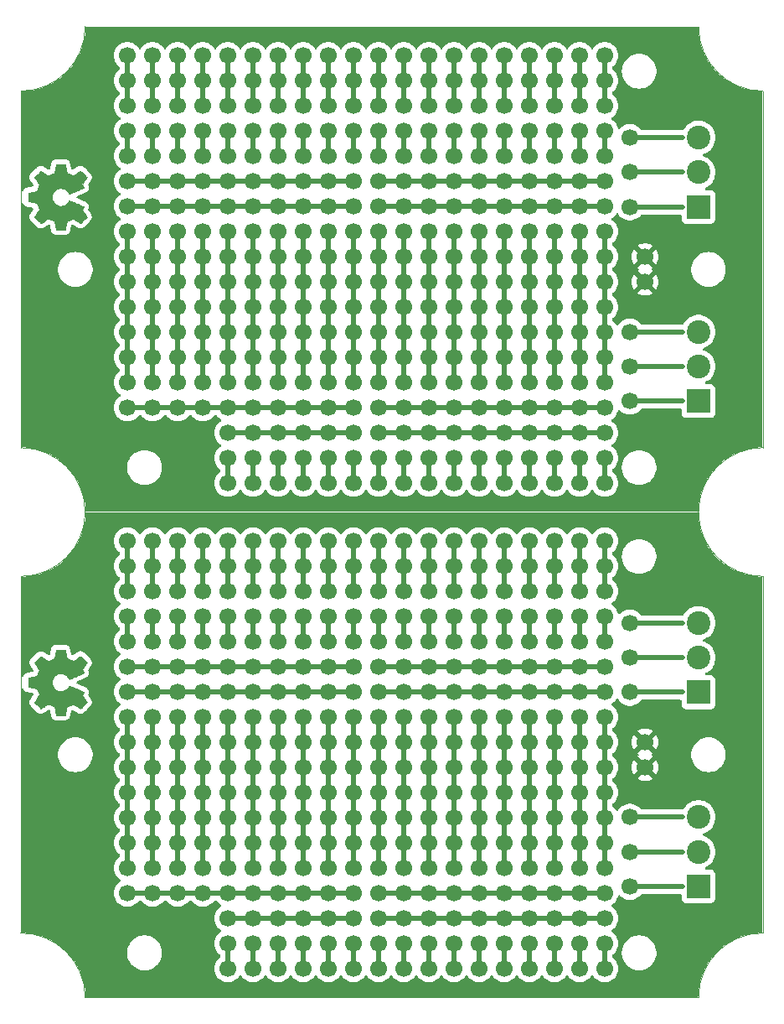
<source format=gbr>
G04 #@! TF.GenerationSoftware,KiCad,Pcbnew,7.0.11+dfsg-1build4*
G04 #@! TF.CreationDate,2025-11-24T13:09:25-05:00*
G04 #@! TF.ProjectId,,58585858-5858-4585-9858-585858585858,rev?*
G04 #@! TF.SameCoordinates,Original*
G04 #@! TF.FileFunction,Copper,L2,Bot*
G04 #@! TF.FilePolarity,Positive*
%FSLAX46Y46*%
G04 Gerber Fmt 4.6, Leading zero omitted, Abs format (unit mm)*
G04 Created by KiCad (PCBNEW 7.0.11+dfsg-1build4) date 2025-11-24 13:09:25*
%MOMM*%
%LPD*%
G01*
G04 APERTURE LIST*
G04 #@! TA.AperFunction,EtchedComponent*
%ADD10C,0.010000*%
G04 #@! TD*
G04 #@! TA.AperFunction,ComponentPad*
%ADD11C,1.700000*%
G04 #@! TD*
G04 #@! TA.AperFunction,ComponentPad*
%ADD12R,2.400000X2.400000*%
G04 #@! TD*
G04 #@! TA.AperFunction,ComponentPad*
%ADD13C,2.400000*%
G04 #@! TD*
G04 #@! TA.AperFunction,Conductor*
%ADD14C,0.500000*%
G04 #@! TD*
G04 #@! TA.AperFunction,Profile*
%ADD15C,0.050000*%
G04 #@! TD*
G04 APERTURE END LIST*
D10*
X68540138Y-105704039D02*
X68648496Y-105706041D01*
X68745589Y-105709567D01*
X68824990Y-105714613D01*
X68880272Y-105721173D01*
X68905010Y-105729244D01*
X68907800Y-105734142D01*
X68919769Y-105770670D01*
X68935605Y-105834035D01*
X68953574Y-105916914D01*
X68971941Y-106011982D01*
X68977791Y-106044058D01*
X69004998Y-106192207D01*
X69026863Y-106308639D01*
X69044293Y-106397391D01*
X69058196Y-106462497D01*
X69069477Y-106507994D01*
X69079043Y-106537918D01*
X69087801Y-106556306D01*
X69096657Y-106567193D01*
X69098143Y-106568458D01*
X69129131Y-106586262D01*
X69185834Y-106612606D01*
X69261599Y-106644939D01*
X69349774Y-106680707D01*
X69443707Y-106717356D01*
X69536747Y-106752334D01*
X69622241Y-106783087D01*
X69693536Y-106807062D01*
X69743982Y-106821705D01*
X69766926Y-106824464D01*
X69769903Y-106822619D01*
X69798693Y-106803525D01*
X69851795Y-106767616D01*
X69924317Y-106718222D01*
X70011367Y-106658673D01*
X70108054Y-106592297D01*
X70134656Y-106574080D01*
X70230075Y-106510023D01*
X70315412Y-106454663D01*
X70385605Y-106411161D01*
X70435594Y-106382676D01*
X70460316Y-106372368D01*
X70466816Y-106374589D01*
X70498844Y-106397742D01*
X70551145Y-106443423D01*
X70620199Y-106508359D01*
X70702486Y-106589281D01*
X70794486Y-106682915D01*
X70845981Y-106736435D01*
X70926183Y-106821058D01*
X70994878Y-106895125D01*
X71048452Y-106954659D01*
X71083285Y-106995683D01*
X71095763Y-107014219D01*
X71091138Y-107026954D01*
X71069257Y-107066164D01*
X71033473Y-107123105D01*
X70988317Y-107190350D01*
X70955365Y-107238162D01*
X70889927Y-107333615D01*
X70820428Y-107435475D01*
X70757275Y-107528512D01*
X70634000Y-107710768D01*
X70716720Y-107863759D01*
X70735813Y-107899783D01*
X70768472Y-107965297D01*
X70791019Y-108015960D01*
X70799426Y-108043036D01*
X70788630Y-108051897D01*
X70747523Y-108073901D01*
X70679749Y-108106401D01*
X70589609Y-108147590D01*
X70481405Y-108195658D01*
X70359437Y-108248798D01*
X70228008Y-108305201D01*
X70091418Y-108363058D01*
X69953967Y-108420562D01*
X69819958Y-108475903D01*
X69693691Y-108527274D01*
X69579468Y-108572865D01*
X69481590Y-108610868D01*
X69404357Y-108639476D01*
X69352071Y-108656879D01*
X69329033Y-108661269D01*
X69328360Y-108660972D01*
X69307063Y-108640523D01*
X69273708Y-108597750D01*
X69235211Y-108541483D01*
X69223456Y-108523723D01*
X69111935Y-108388586D01*
X68979106Y-108276744D01*
X68830498Y-108190845D01*
X68671640Y-108133538D01*
X68508060Y-108107469D01*
X68345288Y-108115287D01*
X68200515Y-108146956D01*
X68054324Y-108203818D01*
X67923903Y-108286712D01*
X67800013Y-108400469D01*
X67760435Y-108445167D01*
X67662923Y-108589665D01*
X67597250Y-108745762D01*
X67562830Y-108908933D01*
X67559074Y-109074657D01*
X67585394Y-109238408D01*
X67641203Y-109395664D01*
X67725914Y-109541902D01*
X67838937Y-109672596D01*
X67979687Y-109783226D01*
X68014542Y-109804495D01*
X68173855Y-109876790D01*
X68339752Y-109915185D01*
X68507937Y-109920686D01*
X68674113Y-109894299D01*
X68833984Y-109837030D01*
X68983253Y-109749883D01*
X69117623Y-109633864D01*
X69232799Y-109489978D01*
X69235902Y-109485306D01*
X69275133Y-109429636D01*
X69308486Y-109387911D01*
X69329033Y-109368854D01*
X69345141Y-109371258D01*
X69392044Y-109386209D01*
X69464739Y-109412719D01*
X69558925Y-109448980D01*
X69670298Y-109493184D01*
X69794558Y-109543524D01*
X69927402Y-109598193D01*
X70064527Y-109655382D01*
X70201632Y-109713284D01*
X70334415Y-109770090D01*
X70458574Y-109823994D01*
X70569806Y-109873188D01*
X70663809Y-109915863D01*
X70736282Y-109950213D01*
X70782922Y-109974429D01*
X70799426Y-109986703D01*
X70797191Y-109996911D01*
X70781126Y-110037014D01*
X70752959Y-110096282D01*
X70716720Y-110165981D01*
X70634000Y-110318971D01*
X70757275Y-110501227D01*
X70793779Y-110555073D01*
X70861984Y-110655226D01*
X70930298Y-110755075D01*
X70988317Y-110839389D01*
X71019936Y-110885921D01*
X71059220Y-110946400D01*
X71086112Y-110991243D01*
X71096083Y-111013145D01*
X71091850Y-111022555D01*
X71065921Y-111056569D01*
X71020270Y-111109005D01*
X70959386Y-111175299D01*
X70887761Y-111250887D01*
X70809883Y-111331204D01*
X70730245Y-111411687D01*
X70653335Y-111487771D01*
X70583645Y-111554893D01*
X70525664Y-111608488D01*
X70483884Y-111643992D01*
X70462793Y-111656841D01*
X70458781Y-111656100D01*
X70426120Y-111640807D01*
X70369612Y-111608138D01*
X70294363Y-111561250D01*
X70205475Y-111503299D01*
X70108054Y-111437443D01*
X70081182Y-111418973D01*
X69986623Y-111354118D01*
X69903027Y-111296991D01*
X69835284Y-111250922D01*
X69788286Y-111219241D01*
X69766926Y-111205276D01*
X69766011Y-111204932D01*
X69739878Y-111209054D01*
X69686940Y-111224793D01*
X69613847Y-111249596D01*
X69527252Y-111280911D01*
X69433808Y-111316183D01*
X69340165Y-111352860D01*
X69252977Y-111388388D01*
X69178895Y-111420214D01*
X69124571Y-111445784D01*
X69096657Y-111462547D01*
X69094924Y-111464226D01*
X69086156Y-111476228D01*
X69077315Y-111496497D01*
X69067492Y-111529071D01*
X69055783Y-111577984D01*
X69041280Y-111647273D01*
X69023076Y-111740975D01*
X69000266Y-111863124D01*
X68971941Y-112017758D01*
X68965980Y-112049830D01*
X68947552Y-112141707D01*
X68930092Y-112218993D01*
X68915333Y-112274364D01*
X68905010Y-112300495D01*
X68896397Y-112304867D01*
X68855026Y-112312155D01*
X68786441Y-112317931D01*
X68697068Y-112322190D01*
X68593335Y-112324927D01*
X68481665Y-112326138D01*
X68368487Y-112325818D01*
X68260226Y-112323964D01*
X68163308Y-112320570D01*
X68084159Y-112315633D01*
X68029206Y-112309148D01*
X68004874Y-112301111D01*
X68001279Y-112292904D01*
X67989948Y-112252081D01*
X67973922Y-112183076D01*
X67954395Y-112091397D01*
X67932562Y-111982550D01*
X67909618Y-111862042D01*
X67897359Y-111796243D01*
X67876101Y-111683465D01*
X67857487Y-111586393D01*
X67842528Y-111510218D01*
X67832236Y-111460131D01*
X67827622Y-111441324D01*
X67826671Y-111440617D01*
X67802510Y-111428639D01*
X67751894Y-111405806D01*
X67681538Y-111374970D01*
X67598158Y-111338987D01*
X67508470Y-111300709D01*
X67419189Y-111262991D01*
X67337032Y-111228687D01*
X67268713Y-111200651D01*
X67220948Y-111181736D01*
X67200454Y-111174797D01*
X67193243Y-111177858D01*
X67158928Y-111198228D01*
X67101170Y-111235178D01*
X67024499Y-111285740D01*
X66933448Y-111346943D01*
X66832550Y-111415819D01*
X66777293Y-111453606D01*
X66680415Y-111518818D01*
X66595393Y-111574729D01*
X66526862Y-111618359D01*
X66479460Y-111646723D01*
X66457823Y-111656841D01*
X66446087Y-111649810D01*
X66411018Y-111620403D01*
X66357945Y-111572159D01*
X66291364Y-111509507D01*
X66215774Y-111436875D01*
X66135672Y-111358692D01*
X66055554Y-111279386D01*
X65979918Y-111203387D01*
X65913262Y-111135122D01*
X65860082Y-111079020D01*
X65824876Y-111039510D01*
X65812142Y-111021021D01*
X65817093Y-111010757D01*
X65840057Y-110973070D01*
X65879138Y-110912252D01*
X65931472Y-110832687D01*
X65994196Y-110738757D01*
X66064446Y-110634846D01*
X66316751Y-110263806D01*
X66189253Y-109954520D01*
X66061755Y-109645235D01*
X65617131Y-109561414D01*
X65172507Y-109477594D01*
X65172507Y-108552146D01*
X65617131Y-108468325D01*
X66061755Y-108384505D01*
X66316751Y-107765933D01*
X66064446Y-107394893D01*
X66014706Y-107321456D01*
X65949418Y-107224101D01*
X65893654Y-107139813D01*
X65850278Y-107072969D01*
X65822153Y-107027946D01*
X65812142Y-107009122D01*
X65819261Y-106997561D01*
X65849094Y-106963004D01*
X65898052Y-106910706D01*
X65961640Y-106845100D01*
X66035363Y-106770617D01*
X66114725Y-106691687D01*
X66195231Y-106612744D01*
X66272385Y-106538216D01*
X66341693Y-106472537D01*
X66398657Y-106420137D01*
X66438784Y-106385447D01*
X66457577Y-106372899D01*
X66465651Y-106375818D01*
X66501669Y-106396029D01*
X66560944Y-106432937D01*
X66638830Y-106483550D01*
X66730681Y-106544875D01*
X66831850Y-106613921D01*
X66887026Y-106651813D01*
X66983084Y-106716994D01*
X67066917Y-106772877D01*
X67133977Y-106816483D01*
X67179719Y-106844831D01*
X67199596Y-106854943D01*
X67200697Y-106854777D01*
X67225894Y-106845857D01*
X67277347Y-106825394D01*
X67348335Y-106796240D01*
X67432135Y-106761247D01*
X67522028Y-106723268D01*
X67611291Y-106685155D01*
X67693203Y-106649761D01*
X67761043Y-106619938D01*
X67808090Y-106598539D01*
X67827622Y-106588416D01*
X67829355Y-106582426D01*
X67837169Y-106546034D01*
X67850115Y-106481173D01*
X67867179Y-106393035D01*
X67887351Y-106286813D01*
X67909618Y-106167698D01*
X67921423Y-106104917D01*
X67943948Y-105989688D01*
X67964750Y-105888938D01*
X67982635Y-105808174D01*
X67996408Y-105752902D01*
X68004874Y-105728629D01*
X68013266Y-105724269D01*
X68054272Y-105717037D01*
X68122568Y-105711354D01*
X68211729Y-105707218D01*
X68315328Y-105704623D01*
X68426940Y-105703564D01*
X68540138Y-105704039D01*
G04 #@! TA.AperFunction,EtchedComponent*
G36*
X68540138Y-105704039D02*
G01*
X68648496Y-105706041D01*
X68745589Y-105709567D01*
X68824990Y-105714613D01*
X68880272Y-105721173D01*
X68905010Y-105729244D01*
X68907800Y-105734142D01*
X68919769Y-105770670D01*
X68935605Y-105834035D01*
X68953574Y-105916914D01*
X68971941Y-106011982D01*
X68977791Y-106044058D01*
X69004998Y-106192207D01*
X69026863Y-106308639D01*
X69044293Y-106397391D01*
X69058196Y-106462497D01*
X69069477Y-106507994D01*
X69079043Y-106537918D01*
X69087801Y-106556306D01*
X69096657Y-106567193D01*
X69098143Y-106568458D01*
X69129131Y-106586262D01*
X69185834Y-106612606D01*
X69261599Y-106644939D01*
X69349774Y-106680707D01*
X69443707Y-106717356D01*
X69536747Y-106752334D01*
X69622241Y-106783087D01*
X69693536Y-106807062D01*
X69743982Y-106821705D01*
X69766926Y-106824464D01*
X69769903Y-106822619D01*
X69798693Y-106803525D01*
X69851795Y-106767616D01*
X69924317Y-106718222D01*
X70011367Y-106658673D01*
X70108054Y-106592297D01*
X70134656Y-106574080D01*
X70230075Y-106510023D01*
X70315412Y-106454663D01*
X70385605Y-106411161D01*
X70435594Y-106382676D01*
X70460316Y-106372368D01*
X70466816Y-106374589D01*
X70498844Y-106397742D01*
X70551145Y-106443423D01*
X70620199Y-106508359D01*
X70702486Y-106589281D01*
X70794486Y-106682915D01*
X70845981Y-106736435D01*
X70926183Y-106821058D01*
X70994878Y-106895125D01*
X71048452Y-106954659D01*
X71083285Y-106995683D01*
X71095763Y-107014219D01*
X71091138Y-107026954D01*
X71069257Y-107066164D01*
X71033473Y-107123105D01*
X70988317Y-107190350D01*
X70955365Y-107238162D01*
X70889927Y-107333615D01*
X70820428Y-107435475D01*
X70757275Y-107528512D01*
X70634000Y-107710768D01*
X70716720Y-107863759D01*
X70735813Y-107899783D01*
X70768472Y-107965297D01*
X70791019Y-108015960D01*
X70799426Y-108043036D01*
X70788630Y-108051897D01*
X70747523Y-108073901D01*
X70679749Y-108106401D01*
X70589609Y-108147590D01*
X70481405Y-108195658D01*
X70359437Y-108248798D01*
X70228008Y-108305201D01*
X70091418Y-108363058D01*
X69953967Y-108420562D01*
X69819958Y-108475903D01*
X69693691Y-108527274D01*
X69579468Y-108572865D01*
X69481590Y-108610868D01*
X69404357Y-108639476D01*
X69352071Y-108656879D01*
X69329033Y-108661269D01*
X69328360Y-108660972D01*
X69307063Y-108640523D01*
X69273708Y-108597750D01*
X69235211Y-108541483D01*
X69223456Y-108523723D01*
X69111935Y-108388586D01*
X68979106Y-108276744D01*
X68830498Y-108190845D01*
X68671640Y-108133538D01*
X68508060Y-108107469D01*
X68345288Y-108115287D01*
X68200515Y-108146956D01*
X68054324Y-108203818D01*
X67923903Y-108286712D01*
X67800013Y-108400469D01*
X67760435Y-108445167D01*
X67662923Y-108589665D01*
X67597250Y-108745762D01*
X67562830Y-108908933D01*
X67559074Y-109074657D01*
X67585394Y-109238408D01*
X67641203Y-109395664D01*
X67725914Y-109541902D01*
X67838937Y-109672596D01*
X67979687Y-109783226D01*
X68014542Y-109804495D01*
X68173855Y-109876790D01*
X68339752Y-109915185D01*
X68507937Y-109920686D01*
X68674113Y-109894299D01*
X68833984Y-109837030D01*
X68983253Y-109749883D01*
X69117623Y-109633864D01*
X69232799Y-109489978D01*
X69235902Y-109485306D01*
X69275133Y-109429636D01*
X69308486Y-109387911D01*
X69329033Y-109368854D01*
X69345141Y-109371258D01*
X69392044Y-109386209D01*
X69464739Y-109412719D01*
X69558925Y-109448980D01*
X69670298Y-109493184D01*
X69794558Y-109543524D01*
X69927402Y-109598193D01*
X70064527Y-109655382D01*
X70201632Y-109713284D01*
X70334415Y-109770090D01*
X70458574Y-109823994D01*
X70569806Y-109873188D01*
X70663809Y-109915863D01*
X70736282Y-109950213D01*
X70782922Y-109974429D01*
X70799426Y-109986703D01*
X70797191Y-109996911D01*
X70781126Y-110037014D01*
X70752959Y-110096282D01*
X70716720Y-110165981D01*
X70634000Y-110318971D01*
X70757275Y-110501227D01*
X70793779Y-110555073D01*
X70861984Y-110655226D01*
X70930298Y-110755075D01*
X70988317Y-110839389D01*
X71019936Y-110885921D01*
X71059220Y-110946400D01*
X71086112Y-110991243D01*
X71096083Y-111013145D01*
X71091850Y-111022555D01*
X71065921Y-111056569D01*
X71020270Y-111109005D01*
X70959386Y-111175299D01*
X70887761Y-111250887D01*
X70809883Y-111331204D01*
X70730245Y-111411687D01*
X70653335Y-111487771D01*
X70583645Y-111554893D01*
X70525664Y-111608488D01*
X70483884Y-111643992D01*
X70462793Y-111656841D01*
X70458781Y-111656100D01*
X70426120Y-111640807D01*
X70369612Y-111608138D01*
X70294363Y-111561250D01*
X70205475Y-111503299D01*
X70108054Y-111437443D01*
X70081182Y-111418973D01*
X69986623Y-111354118D01*
X69903027Y-111296991D01*
X69835284Y-111250922D01*
X69788286Y-111219241D01*
X69766926Y-111205276D01*
X69766011Y-111204932D01*
X69739878Y-111209054D01*
X69686940Y-111224793D01*
X69613847Y-111249596D01*
X69527252Y-111280911D01*
X69433808Y-111316183D01*
X69340165Y-111352860D01*
X69252977Y-111388388D01*
X69178895Y-111420214D01*
X69124571Y-111445784D01*
X69096657Y-111462547D01*
X69094924Y-111464226D01*
X69086156Y-111476228D01*
X69077315Y-111496497D01*
X69067492Y-111529071D01*
X69055783Y-111577984D01*
X69041280Y-111647273D01*
X69023076Y-111740975D01*
X69000266Y-111863124D01*
X68971941Y-112017758D01*
X68965980Y-112049830D01*
X68947552Y-112141707D01*
X68930092Y-112218993D01*
X68915333Y-112274364D01*
X68905010Y-112300495D01*
X68896397Y-112304867D01*
X68855026Y-112312155D01*
X68786441Y-112317931D01*
X68697068Y-112322190D01*
X68593335Y-112324927D01*
X68481665Y-112326138D01*
X68368487Y-112325818D01*
X68260226Y-112323964D01*
X68163308Y-112320570D01*
X68084159Y-112315633D01*
X68029206Y-112309148D01*
X68004874Y-112301111D01*
X68001279Y-112292904D01*
X67989948Y-112252081D01*
X67973922Y-112183076D01*
X67954395Y-112091397D01*
X67932562Y-111982550D01*
X67909618Y-111862042D01*
X67897359Y-111796243D01*
X67876101Y-111683465D01*
X67857487Y-111586393D01*
X67842528Y-111510218D01*
X67832236Y-111460131D01*
X67827622Y-111441324D01*
X67826671Y-111440617D01*
X67802510Y-111428639D01*
X67751894Y-111405806D01*
X67681538Y-111374970D01*
X67598158Y-111338987D01*
X67508470Y-111300709D01*
X67419189Y-111262991D01*
X67337032Y-111228687D01*
X67268713Y-111200651D01*
X67220948Y-111181736D01*
X67200454Y-111174797D01*
X67193243Y-111177858D01*
X67158928Y-111198228D01*
X67101170Y-111235178D01*
X67024499Y-111285740D01*
X66933448Y-111346943D01*
X66832550Y-111415819D01*
X66777293Y-111453606D01*
X66680415Y-111518818D01*
X66595393Y-111574729D01*
X66526862Y-111618359D01*
X66479460Y-111646723D01*
X66457823Y-111656841D01*
X66446087Y-111649810D01*
X66411018Y-111620403D01*
X66357945Y-111572159D01*
X66291364Y-111509507D01*
X66215774Y-111436875D01*
X66135672Y-111358692D01*
X66055554Y-111279386D01*
X65979918Y-111203387D01*
X65913262Y-111135122D01*
X65860082Y-111079020D01*
X65824876Y-111039510D01*
X65812142Y-111021021D01*
X65817093Y-111010757D01*
X65840057Y-110973070D01*
X65879138Y-110912252D01*
X65931472Y-110832687D01*
X65994196Y-110738757D01*
X66064446Y-110634846D01*
X66316751Y-110263806D01*
X66189253Y-109954520D01*
X66061755Y-109645235D01*
X65617131Y-109561414D01*
X65172507Y-109477594D01*
X65172507Y-108552146D01*
X65617131Y-108468325D01*
X66061755Y-108384505D01*
X66316751Y-107765933D01*
X66064446Y-107394893D01*
X66014706Y-107321456D01*
X65949418Y-107224101D01*
X65893654Y-107139813D01*
X65850278Y-107072969D01*
X65822153Y-107027946D01*
X65812142Y-107009122D01*
X65819261Y-106997561D01*
X65849094Y-106963004D01*
X65898052Y-106910706D01*
X65961640Y-106845100D01*
X66035363Y-106770617D01*
X66114725Y-106691687D01*
X66195231Y-106612744D01*
X66272385Y-106538216D01*
X66341693Y-106472537D01*
X66398657Y-106420137D01*
X66438784Y-106385447D01*
X66457577Y-106372899D01*
X66465651Y-106375818D01*
X66501669Y-106396029D01*
X66560944Y-106432937D01*
X66638830Y-106483550D01*
X66730681Y-106544875D01*
X66831850Y-106613921D01*
X66887026Y-106651813D01*
X66983084Y-106716994D01*
X67066917Y-106772877D01*
X67133977Y-106816483D01*
X67179719Y-106844831D01*
X67199596Y-106854943D01*
X67200697Y-106854777D01*
X67225894Y-106845857D01*
X67277347Y-106825394D01*
X67348335Y-106796240D01*
X67432135Y-106761247D01*
X67522028Y-106723268D01*
X67611291Y-106685155D01*
X67693203Y-106649761D01*
X67761043Y-106619938D01*
X67808090Y-106598539D01*
X67827622Y-106588416D01*
X67829355Y-106582426D01*
X67837169Y-106546034D01*
X67850115Y-106481173D01*
X67867179Y-106393035D01*
X67887351Y-106286813D01*
X67909618Y-106167698D01*
X67921423Y-106104917D01*
X67943948Y-105989688D01*
X67964750Y-105888938D01*
X67982635Y-105808174D01*
X67996408Y-105752902D01*
X68004874Y-105728629D01*
X68013266Y-105724269D01*
X68054272Y-105717037D01*
X68122568Y-105711354D01*
X68211729Y-105707218D01*
X68315328Y-105704623D01*
X68426940Y-105703564D01*
X68540138Y-105704039D01*
G37*
G04 #@! TD.AperFunction*
X68540138Y-56704039D02*
X68648496Y-56706041D01*
X68745589Y-56709567D01*
X68824990Y-56714613D01*
X68880272Y-56721173D01*
X68905010Y-56729244D01*
X68907800Y-56734142D01*
X68919769Y-56770670D01*
X68935605Y-56834035D01*
X68953574Y-56916914D01*
X68971941Y-57011982D01*
X68977791Y-57044058D01*
X69004998Y-57192207D01*
X69026863Y-57308639D01*
X69044293Y-57397391D01*
X69058196Y-57462497D01*
X69069477Y-57507994D01*
X69079043Y-57537918D01*
X69087801Y-57556306D01*
X69096657Y-57567193D01*
X69098143Y-57568458D01*
X69129131Y-57586262D01*
X69185834Y-57612606D01*
X69261599Y-57644939D01*
X69349774Y-57680707D01*
X69443707Y-57717356D01*
X69536747Y-57752334D01*
X69622241Y-57783087D01*
X69693536Y-57807062D01*
X69743982Y-57821705D01*
X69766926Y-57824464D01*
X69769903Y-57822619D01*
X69798693Y-57803525D01*
X69851795Y-57767616D01*
X69924317Y-57718222D01*
X70011367Y-57658673D01*
X70108054Y-57592297D01*
X70134656Y-57574080D01*
X70230075Y-57510023D01*
X70315412Y-57454663D01*
X70385605Y-57411161D01*
X70435594Y-57382676D01*
X70460316Y-57372368D01*
X70466816Y-57374589D01*
X70498844Y-57397742D01*
X70551145Y-57443423D01*
X70620199Y-57508359D01*
X70702486Y-57589281D01*
X70794486Y-57682915D01*
X70845981Y-57736435D01*
X70926183Y-57821058D01*
X70994878Y-57895125D01*
X71048452Y-57954659D01*
X71083285Y-57995683D01*
X71095763Y-58014219D01*
X71091138Y-58026954D01*
X71069257Y-58066164D01*
X71033473Y-58123105D01*
X70988317Y-58190350D01*
X70955365Y-58238162D01*
X70889927Y-58333615D01*
X70820428Y-58435475D01*
X70757275Y-58528512D01*
X70634000Y-58710768D01*
X70716720Y-58863759D01*
X70735813Y-58899783D01*
X70768472Y-58965297D01*
X70791019Y-59015960D01*
X70799426Y-59043036D01*
X70788630Y-59051897D01*
X70747523Y-59073901D01*
X70679749Y-59106401D01*
X70589609Y-59147590D01*
X70481405Y-59195658D01*
X70359437Y-59248798D01*
X70228008Y-59305201D01*
X70091418Y-59363058D01*
X69953967Y-59420562D01*
X69819958Y-59475903D01*
X69693691Y-59527274D01*
X69579468Y-59572865D01*
X69481590Y-59610868D01*
X69404357Y-59639476D01*
X69352071Y-59656879D01*
X69329033Y-59661269D01*
X69328360Y-59660972D01*
X69307063Y-59640523D01*
X69273708Y-59597750D01*
X69235211Y-59541483D01*
X69223456Y-59523723D01*
X69111935Y-59388586D01*
X68979106Y-59276744D01*
X68830498Y-59190845D01*
X68671640Y-59133538D01*
X68508060Y-59107469D01*
X68345288Y-59115287D01*
X68200515Y-59146956D01*
X68054324Y-59203818D01*
X67923903Y-59286712D01*
X67800013Y-59400469D01*
X67760435Y-59445167D01*
X67662923Y-59589665D01*
X67597250Y-59745762D01*
X67562830Y-59908933D01*
X67559074Y-60074657D01*
X67585394Y-60238408D01*
X67641203Y-60395664D01*
X67725914Y-60541902D01*
X67838937Y-60672596D01*
X67979687Y-60783226D01*
X68014542Y-60804495D01*
X68173855Y-60876790D01*
X68339752Y-60915185D01*
X68507937Y-60920686D01*
X68674113Y-60894299D01*
X68833984Y-60837030D01*
X68983253Y-60749883D01*
X69117623Y-60633864D01*
X69232799Y-60489978D01*
X69235902Y-60485306D01*
X69275133Y-60429636D01*
X69308486Y-60387911D01*
X69329033Y-60368854D01*
X69345141Y-60371258D01*
X69392044Y-60386209D01*
X69464739Y-60412719D01*
X69558925Y-60448980D01*
X69670298Y-60493184D01*
X69794558Y-60543524D01*
X69927402Y-60598193D01*
X70064527Y-60655382D01*
X70201632Y-60713284D01*
X70334415Y-60770090D01*
X70458574Y-60823994D01*
X70569806Y-60873188D01*
X70663809Y-60915863D01*
X70736282Y-60950213D01*
X70782922Y-60974429D01*
X70799426Y-60986703D01*
X70797191Y-60996911D01*
X70781126Y-61037014D01*
X70752959Y-61096282D01*
X70716720Y-61165981D01*
X70634000Y-61318971D01*
X70757275Y-61501227D01*
X70793779Y-61555073D01*
X70861984Y-61655226D01*
X70930298Y-61755075D01*
X70988317Y-61839389D01*
X71019936Y-61885921D01*
X71059220Y-61946400D01*
X71086112Y-61991243D01*
X71096083Y-62013145D01*
X71091850Y-62022555D01*
X71065921Y-62056569D01*
X71020270Y-62109005D01*
X70959386Y-62175299D01*
X70887761Y-62250887D01*
X70809883Y-62331204D01*
X70730245Y-62411687D01*
X70653335Y-62487771D01*
X70583645Y-62554893D01*
X70525664Y-62608488D01*
X70483884Y-62643992D01*
X70462793Y-62656841D01*
X70458781Y-62656100D01*
X70426120Y-62640807D01*
X70369612Y-62608138D01*
X70294363Y-62561250D01*
X70205475Y-62503299D01*
X70108054Y-62437443D01*
X70081182Y-62418973D01*
X69986623Y-62354118D01*
X69903027Y-62296991D01*
X69835284Y-62250922D01*
X69788286Y-62219241D01*
X69766926Y-62205276D01*
X69766011Y-62204932D01*
X69739878Y-62209054D01*
X69686940Y-62224793D01*
X69613847Y-62249596D01*
X69527252Y-62280911D01*
X69433808Y-62316183D01*
X69340165Y-62352860D01*
X69252977Y-62388388D01*
X69178895Y-62420214D01*
X69124571Y-62445784D01*
X69096657Y-62462547D01*
X69094924Y-62464226D01*
X69086156Y-62476228D01*
X69077315Y-62496497D01*
X69067492Y-62529071D01*
X69055783Y-62577984D01*
X69041280Y-62647273D01*
X69023076Y-62740975D01*
X69000266Y-62863124D01*
X68971941Y-63017758D01*
X68965980Y-63049830D01*
X68947552Y-63141707D01*
X68930092Y-63218993D01*
X68915333Y-63274364D01*
X68905010Y-63300495D01*
X68896397Y-63304867D01*
X68855026Y-63312155D01*
X68786441Y-63317931D01*
X68697068Y-63322190D01*
X68593335Y-63324927D01*
X68481665Y-63326138D01*
X68368487Y-63325818D01*
X68260226Y-63323964D01*
X68163308Y-63320570D01*
X68084159Y-63315633D01*
X68029206Y-63309148D01*
X68004874Y-63301111D01*
X68001279Y-63292904D01*
X67989948Y-63252081D01*
X67973922Y-63183076D01*
X67954395Y-63091397D01*
X67932562Y-62982550D01*
X67909618Y-62862042D01*
X67897359Y-62796243D01*
X67876101Y-62683465D01*
X67857487Y-62586393D01*
X67842528Y-62510218D01*
X67832236Y-62460131D01*
X67827622Y-62441324D01*
X67826671Y-62440617D01*
X67802510Y-62428639D01*
X67751894Y-62405806D01*
X67681538Y-62374970D01*
X67598158Y-62338987D01*
X67508470Y-62300709D01*
X67419189Y-62262991D01*
X67337032Y-62228687D01*
X67268713Y-62200651D01*
X67220948Y-62181736D01*
X67200454Y-62174797D01*
X67193243Y-62177858D01*
X67158928Y-62198228D01*
X67101170Y-62235178D01*
X67024499Y-62285740D01*
X66933448Y-62346943D01*
X66832550Y-62415819D01*
X66777293Y-62453606D01*
X66680415Y-62518818D01*
X66595393Y-62574729D01*
X66526862Y-62618359D01*
X66479460Y-62646723D01*
X66457823Y-62656841D01*
X66446087Y-62649810D01*
X66411018Y-62620403D01*
X66357945Y-62572159D01*
X66291364Y-62509507D01*
X66215774Y-62436875D01*
X66135672Y-62358692D01*
X66055554Y-62279386D01*
X65979918Y-62203387D01*
X65913262Y-62135122D01*
X65860082Y-62079020D01*
X65824876Y-62039510D01*
X65812142Y-62021021D01*
X65817093Y-62010757D01*
X65840057Y-61973070D01*
X65879138Y-61912252D01*
X65931472Y-61832687D01*
X65994196Y-61738757D01*
X66064446Y-61634846D01*
X66316751Y-61263806D01*
X66189253Y-60954520D01*
X66061755Y-60645235D01*
X65617131Y-60561414D01*
X65172507Y-60477594D01*
X65172507Y-59552146D01*
X65617131Y-59468325D01*
X66061755Y-59384505D01*
X66316751Y-58765933D01*
X66064446Y-58394893D01*
X66014706Y-58321456D01*
X65949418Y-58224101D01*
X65893654Y-58139813D01*
X65850278Y-58072969D01*
X65822153Y-58027946D01*
X65812142Y-58009122D01*
X65819261Y-57997561D01*
X65849094Y-57963004D01*
X65898052Y-57910706D01*
X65961640Y-57845100D01*
X66035363Y-57770617D01*
X66114725Y-57691687D01*
X66195231Y-57612744D01*
X66272385Y-57538216D01*
X66341693Y-57472537D01*
X66398657Y-57420137D01*
X66438784Y-57385447D01*
X66457577Y-57372899D01*
X66465651Y-57375818D01*
X66501669Y-57396029D01*
X66560944Y-57432937D01*
X66638830Y-57483550D01*
X66730681Y-57544875D01*
X66831850Y-57613921D01*
X66887026Y-57651813D01*
X66983084Y-57716994D01*
X67066917Y-57772877D01*
X67133977Y-57816483D01*
X67179719Y-57844831D01*
X67199596Y-57854943D01*
X67200697Y-57854777D01*
X67225894Y-57845857D01*
X67277347Y-57825394D01*
X67348335Y-57796240D01*
X67432135Y-57761247D01*
X67522028Y-57723268D01*
X67611291Y-57685155D01*
X67693203Y-57649761D01*
X67761043Y-57619938D01*
X67808090Y-57598539D01*
X67827622Y-57588416D01*
X67829355Y-57582426D01*
X67837169Y-57546034D01*
X67850115Y-57481173D01*
X67867179Y-57393035D01*
X67887351Y-57286813D01*
X67909618Y-57167698D01*
X67921423Y-57104917D01*
X67943948Y-56989688D01*
X67964750Y-56888938D01*
X67982635Y-56808174D01*
X67996408Y-56752902D01*
X68004874Y-56728629D01*
X68013266Y-56724269D01*
X68054272Y-56717037D01*
X68122568Y-56711354D01*
X68211729Y-56707218D01*
X68315328Y-56704623D01*
X68426940Y-56703564D01*
X68540138Y-56704039D01*
G04 #@! TA.AperFunction,EtchedComponent*
G36*
X68540138Y-56704039D02*
G01*
X68648496Y-56706041D01*
X68745589Y-56709567D01*
X68824990Y-56714613D01*
X68880272Y-56721173D01*
X68905010Y-56729244D01*
X68907800Y-56734142D01*
X68919769Y-56770670D01*
X68935605Y-56834035D01*
X68953574Y-56916914D01*
X68971941Y-57011982D01*
X68977791Y-57044058D01*
X69004998Y-57192207D01*
X69026863Y-57308639D01*
X69044293Y-57397391D01*
X69058196Y-57462497D01*
X69069477Y-57507994D01*
X69079043Y-57537918D01*
X69087801Y-57556306D01*
X69096657Y-57567193D01*
X69098143Y-57568458D01*
X69129131Y-57586262D01*
X69185834Y-57612606D01*
X69261599Y-57644939D01*
X69349774Y-57680707D01*
X69443707Y-57717356D01*
X69536747Y-57752334D01*
X69622241Y-57783087D01*
X69693536Y-57807062D01*
X69743982Y-57821705D01*
X69766926Y-57824464D01*
X69769903Y-57822619D01*
X69798693Y-57803525D01*
X69851795Y-57767616D01*
X69924317Y-57718222D01*
X70011367Y-57658673D01*
X70108054Y-57592297D01*
X70134656Y-57574080D01*
X70230075Y-57510023D01*
X70315412Y-57454663D01*
X70385605Y-57411161D01*
X70435594Y-57382676D01*
X70460316Y-57372368D01*
X70466816Y-57374589D01*
X70498844Y-57397742D01*
X70551145Y-57443423D01*
X70620199Y-57508359D01*
X70702486Y-57589281D01*
X70794486Y-57682915D01*
X70845981Y-57736435D01*
X70926183Y-57821058D01*
X70994878Y-57895125D01*
X71048452Y-57954659D01*
X71083285Y-57995683D01*
X71095763Y-58014219D01*
X71091138Y-58026954D01*
X71069257Y-58066164D01*
X71033473Y-58123105D01*
X70988317Y-58190350D01*
X70955365Y-58238162D01*
X70889927Y-58333615D01*
X70820428Y-58435475D01*
X70757275Y-58528512D01*
X70634000Y-58710768D01*
X70716720Y-58863759D01*
X70735813Y-58899783D01*
X70768472Y-58965297D01*
X70791019Y-59015960D01*
X70799426Y-59043036D01*
X70788630Y-59051897D01*
X70747523Y-59073901D01*
X70679749Y-59106401D01*
X70589609Y-59147590D01*
X70481405Y-59195658D01*
X70359437Y-59248798D01*
X70228008Y-59305201D01*
X70091418Y-59363058D01*
X69953967Y-59420562D01*
X69819958Y-59475903D01*
X69693691Y-59527274D01*
X69579468Y-59572865D01*
X69481590Y-59610868D01*
X69404357Y-59639476D01*
X69352071Y-59656879D01*
X69329033Y-59661269D01*
X69328360Y-59660972D01*
X69307063Y-59640523D01*
X69273708Y-59597750D01*
X69235211Y-59541483D01*
X69223456Y-59523723D01*
X69111935Y-59388586D01*
X68979106Y-59276744D01*
X68830498Y-59190845D01*
X68671640Y-59133538D01*
X68508060Y-59107469D01*
X68345288Y-59115287D01*
X68200515Y-59146956D01*
X68054324Y-59203818D01*
X67923903Y-59286712D01*
X67800013Y-59400469D01*
X67760435Y-59445167D01*
X67662923Y-59589665D01*
X67597250Y-59745762D01*
X67562830Y-59908933D01*
X67559074Y-60074657D01*
X67585394Y-60238408D01*
X67641203Y-60395664D01*
X67725914Y-60541902D01*
X67838937Y-60672596D01*
X67979687Y-60783226D01*
X68014542Y-60804495D01*
X68173855Y-60876790D01*
X68339752Y-60915185D01*
X68507937Y-60920686D01*
X68674113Y-60894299D01*
X68833984Y-60837030D01*
X68983253Y-60749883D01*
X69117623Y-60633864D01*
X69232799Y-60489978D01*
X69235902Y-60485306D01*
X69275133Y-60429636D01*
X69308486Y-60387911D01*
X69329033Y-60368854D01*
X69345141Y-60371258D01*
X69392044Y-60386209D01*
X69464739Y-60412719D01*
X69558925Y-60448980D01*
X69670298Y-60493184D01*
X69794558Y-60543524D01*
X69927402Y-60598193D01*
X70064527Y-60655382D01*
X70201632Y-60713284D01*
X70334415Y-60770090D01*
X70458574Y-60823994D01*
X70569806Y-60873188D01*
X70663809Y-60915863D01*
X70736282Y-60950213D01*
X70782922Y-60974429D01*
X70799426Y-60986703D01*
X70797191Y-60996911D01*
X70781126Y-61037014D01*
X70752959Y-61096282D01*
X70716720Y-61165981D01*
X70634000Y-61318971D01*
X70757275Y-61501227D01*
X70793779Y-61555073D01*
X70861984Y-61655226D01*
X70930298Y-61755075D01*
X70988317Y-61839389D01*
X71019936Y-61885921D01*
X71059220Y-61946400D01*
X71086112Y-61991243D01*
X71096083Y-62013145D01*
X71091850Y-62022555D01*
X71065921Y-62056569D01*
X71020270Y-62109005D01*
X70959386Y-62175299D01*
X70887761Y-62250887D01*
X70809883Y-62331204D01*
X70730245Y-62411687D01*
X70653335Y-62487771D01*
X70583645Y-62554893D01*
X70525664Y-62608488D01*
X70483884Y-62643992D01*
X70462793Y-62656841D01*
X70458781Y-62656100D01*
X70426120Y-62640807D01*
X70369612Y-62608138D01*
X70294363Y-62561250D01*
X70205475Y-62503299D01*
X70108054Y-62437443D01*
X70081182Y-62418973D01*
X69986623Y-62354118D01*
X69903027Y-62296991D01*
X69835284Y-62250922D01*
X69788286Y-62219241D01*
X69766926Y-62205276D01*
X69766011Y-62204932D01*
X69739878Y-62209054D01*
X69686940Y-62224793D01*
X69613847Y-62249596D01*
X69527252Y-62280911D01*
X69433808Y-62316183D01*
X69340165Y-62352860D01*
X69252977Y-62388388D01*
X69178895Y-62420214D01*
X69124571Y-62445784D01*
X69096657Y-62462547D01*
X69094924Y-62464226D01*
X69086156Y-62476228D01*
X69077315Y-62496497D01*
X69067492Y-62529071D01*
X69055783Y-62577984D01*
X69041280Y-62647273D01*
X69023076Y-62740975D01*
X69000266Y-62863124D01*
X68971941Y-63017758D01*
X68965980Y-63049830D01*
X68947552Y-63141707D01*
X68930092Y-63218993D01*
X68915333Y-63274364D01*
X68905010Y-63300495D01*
X68896397Y-63304867D01*
X68855026Y-63312155D01*
X68786441Y-63317931D01*
X68697068Y-63322190D01*
X68593335Y-63324927D01*
X68481665Y-63326138D01*
X68368487Y-63325818D01*
X68260226Y-63323964D01*
X68163308Y-63320570D01*
X68084159Y-63315633D01*
X68029206Y-63309148D01*
X68004874Y-63301111D01*
X68001279Y-63292904D01*
X67989948Y-63252081D01*
X67973922Y-63183076D01*
X67954395Y-63091397D01*
X67932562Y-62982550D01*
X67909618Y-62862042D01*
X67897359Y-62796243D01*
X67876101Y-62683465D01*
X67857487Y-62586393D01*
X67842528Y-62510218D01*
X67832236Y-62460131D01*
X67827622Y-62441324D01*
X67826671Y-62440617D01*
X67802510Y-62428639D01*
X67751894Y-62405806D01*
X67681538Y-62374970D01*
X67598158Y-62338987D01*
X67508470Y-62300709D01*
X67419189Y-62262991D01*
X67337032Y-62228687D01*
X67268713Y-62200651D01*
X67220948Y-62181736D01*
X67200454Y-62174797D01*
X67193243Y-62177858D01*
X67158928Y-62198228D01*
X67101170Y-62235178D01*
X67024499Y-62285740D01*
X66933448Y-62346943D01*
X66832550Y-62415819D01*
X66777293Y-62453606D01*
X66680415Y-62518818D01*
X66595393Y-62574729D01*
X66526862Y-62618359D01*
X66479460Y-62646723D01*
X66457823Y-62656841D01*
X66446087Y-62649810D01*
X66411018Y-62620403D01*
X66357945Y-62572159D01*
X66291364Y-62509507D01*
X66215774Y-62436875D01*
X66135672Y-62358692D01*
X66055554Y-62279386D01*
X65979918Y-62203387D01*
X65913262Y-62135122D01*
X65860082Y-62079020D01*
X65824876Y-62039510D01*
X65812142Y-62021021D01*
X65817093Y-62010757D01*
X65840057Y-61973070D01*
X65879138Y-61912252D01*
X65931472Y-61832687D01*
X65994196Y-61738757D01*
X66064446Y-61634846D01*
X66316751Y-61263806D01*
X66189253Y-60954520D01*
X66061755Y-60645235D01*
X65617131Y-60561414D01*
X65172507Y-60477594D01*
X65172507Y-59552146D01*
X65617131Y-59468325D01*
X66061755Y-59384505D01*
X66316751Y-58765933D01*
X66064446Y-58394893D01*
X66014706Y-58321456D01*
X65949418Y-58224101D01*
X65893654Y-58139813D01*
X65850278Y-58072969D01*
X65822153Y-58027946D01*
X65812142Y-58009122D01*
X65819261Y-57997561D01*
X65849094Y-57963004D01*
X65898052Y-57910706D01*
X65961640Y-57845100D01*
X66035363Y-57770617D01*
X66114725Y-57691687D01*
X66195231Y-57612744D01*
X66272385Y-57538216D01*
X66341693Y-57472537D01*
X66398657Y-57420137D01*
X66438784Y-57385447D01*
X66457577Y-57372899D01*
X66465651Y-57375818D01*
X66501669Y-57396029D01*
X66560944Y-57432937D01*
X66638830Y-57483550D01*
X66730681Y-57544875D01*
X66831850Y-57613921D01*
X66887026Y-57651813D01*
X66983084Y-57716994D01*
X67066917Y-57772877D01*
X67133977Y-57816483D01*
X67179719Y-57844831D01*
X67199596Y-57854943D01*
X67200697Y-57854777D01*
X67225894Y-57845857D01*
X67277347Y-57825394D01*
X67348335Y-57796240D01*
X67432135Y-57761247D01*
X67522028Y-57723268D01*
X67611291Y-57685155D01*
X67693203Y-57649761D01*
X67761043Y-57619938D01*
X67808090Y-57598539D01*
X67827622Y-57588416D01*
X67829355Y-57582426D01*
X67837169Y-57546034D01*
X67850115Y-57481173D01*
X67867179Y-57393035D01*
X67887351Y-57286813D01*
X67909618Y-57167698D01*
X67921423Y-57104917D01*
X67943948Y-56989688D01*
X67964750Y-56888938D01*
X67982635Y-56808174D01*
X67996408Y-56752902D01*
X68004874Y-56728629D01*
X68013266Y-56724269D01*
X68054272Y-56717037D01*
X68122568Y-56711354D01*
X68211729Y-56707218D01*
X68315328Y-56704623D01*
X68426940Y-56703564D01*
X68540138Y-56704039D01*
G37*
G04 #@! TD.AperFunction*
D11*
X95520000Y-115040000D03*
X87900000Y-99800000D03*
X108220000Y-117580000D03*
X105680000Y-109960000D03*
X105680000Y-127740000D03*
X115840000Y-135360000D03*
X123460000Y-125200000D03*
X82820000Y-102340000D03*
X113300000Y-109960000D03*
X85360000Y-112500000D03*
X103140000Y-109960000D03*
X82820000Y-104880000D03*
X103140000Y-112500000D03*
X77740000Y-125200000D03*
X100600000Y-94720000D03*
X92980000Y-99800000D03*
X95520000Y-94720000D03*
X100600000Y-127740000D03*
X108220000Y-94720000D03*
X123460000Y-112500000D03*
X105680000Y-94720000D03*
X77740000Y-127740000D03*
X105680000Y-135360000D03*
X100600000Y-99800000D03*
X75200000Y-94720000D03*
X90440000Y-120120000D03*
X115840000Y-137900000D03*
X77740000Y-94720000D03*
X77740000Y-107420000D03*
X120920000Y-104880000D03*
X95520000Y-132820000D03*
X113300000Y-97260000D03*
X118380000Y-112500000D03*
X75200000Y-115040000D03*
X103140000Y-120120000D03*
X80280000Y-112500000D03*
X103140000Y-99800000D03*
X110760000Y-125200000D03*
X123460000Y-117580000D03*
X82820000Y-99800000D03*
X123460000Y-135360000D03*
X108220000Y-127740000D03*
X92980000Y-125200000D03*
X95520000Y-125200000D03*
X123460000Y-94720000D03*
X120920000Y-102340000D03*
X77740000Y-130280000D03*
X103140000Y-102340000D03*
X80280000Y-102340000D03*
X80280000Y-107420000D03*
X115840000Y-130280000D03*
X108220000Y-97260000D03*
X82820000Y-125200000D03*
X87900000Y-107420000D03*
X113300000Y-117580000D03*
X98060000Y-130280000D03*
X92980000Y-102340000D03*
X100600000Y-104880000D03*
X85360000Y-122660000D03*
X98060000Y-99800000D03*
X82820000Y-112500000D03*
X90440000Y-132820000D03*
X82820000Y-115040000D03*
X77740000Y-122660000D03*
X77740000Y-99800000D03*
X123460000Y-122660000D03*
X113300000Y-120120000D03*
X103140000Y-94720000D03*
X95520000Y-137900000D03*
X77740000Y-109960000D03*
X118380000Y-130280000D03*
X100600000Y-135360000D03*
X108220000Y-102340000D03*
X90440000Y-94720000D03*
X92980000Y-115040000D03*
X103140000Y-132820000D03*
X92980000Y-104880000D03*
X115840000Y-109960000D03*
X120920000Y-122660000D03*
X115840000Y-102340000D03*
X105680000Y-125200000D03*
X120920000Y-130280000D03*
X85360000Y-137900000D03*
X98060000Y-137900000D03*
X98060000Y-127740000D03*
X85360000Y-102340000D03*
X95520000Y-102340000D03*
X90440000Y-107420000D03*
X110760000Y-135360000D03*
X120920000Y-120120000D03*
X108220000Y-99800000D03*
X100600000Y-130280000D03*
X95520000Y-135360000D03*
X75200000Y-109960000D03*
X110760000Y-109960000D03*
X115840000Y-117580000D03*
X75200000Y-122660000D03*
X108220000Y-112500000D03*
X115840000Y-104880000D03*
X103140000Y-130280000D03*
X80280000Y-109960000D03*
X118380000Y-115040000D03*
X105680000Y-115040000D03*
X75200000Y-112500000D03*
X120920000Y-109960000D03*
X108220000Y-107420000D03*
X113300000Y-115040000D03*
X110760000Y-132820000D03*
X82820000Y-127740000D03*
X87900000Y-115040000D03*
X82820000Y-109960000D03*
X95520000Y-107420000D03*
X110760000Y-137900000D03*
X120920000Y-94720000D03*
X123460000Y-120120000D03*
X110760000Y-104880000D03*
X103140000Y-137900000D03*
X123460000Y-99800000D03*
X105680000Y-130280000D03*
X87900000Y-127740000D03*
X77740000Y-115040000D03*
X98060000Y-102340000D03*
X100600000Y-132820000D03*
X103140000Y-127740000D03*
X85360000Y-130280000D03*
X82820000Y-94720000D03*
X120920000Y-125200000D03*
D12*
X132940000Y-110010000D03*
D13*
X132940000Y-106510000D03*
X132940000Y-103010000D03*
D11*
X92980000Y-135360000D03*
X123460000Y-115040000D03*
X87900000Y-125200000D03*
X75200000Y-125200000D03*
X92980000Y-109960000D03*
X100600000Y-125200000D03*
X100600000Y-102340000D03*
X118380000Y-97260000D03*
X85360000Y-127740000D03*
X85360000Y-99800000D03*
X90440000Y-122660000D03*
X95520000Y-127740000D03*
X118380000Y-104880000D03*
X87900000Y-117580000D03*
X115840000Y-125200000D03*
X118380000Y-137900000D03*
X103140000Y-122660000D03*
X120920000Y-135360000D03*
X100600000Y-97260000D03*
X95520000Y-112500000D03*
X95520000Y-122660000D03*
X85360000Y-117580000D03*
X123460000Y-109960000D03*
X108220000Y-109960000D03*
X87900000Y-104880000D03*
X113300000Y-132820000D03*
X90440000Y-117580000D03*
X87900000Y-132820000D03*
X123460000Y-137900000D03*
X80280000Y-117580000D03*
X103140000Y-125200000D03*
X127540000Y-117580000D03*
X90440000Y-135360000D03*
X110760000Y-117580000D03*
X92980000Y-94720000D03*
X95520000Y-120120000D03*
X118380000Y-94720000D03*
X118380000Y-122660000D03*
X98060000Y-97260000D03*
X92980000Y-117580000D03*
X103140000Y-107420000D03*
X118380000Y-120120000D03*
X103140000Y-115040000D03*
X98060000Y-132820000D03*
X120920000Y-115040000D03*
X100600000Y-120120000D03*
X113300000Y-99800000D03*
X98060000Y-117580000D03*
X115840000Y-94720000D03*
X90440000Y-102340000D03*
X85360000Y-109960000D03*
X95520000Y-130280000D03*
X82820000Y-107420000D03*
X87900000Y-97260000D03*
X80280000Y-104880000D03*
X85360000Y-132820000D03*
X98060000Y-122660000D03*
X87900000Y-94720000D03*
X126000000Y-103010000D03*
X115840000Y-132820000D03*
X75200000Y-107420000D03*
X95520000Y-97260000D03*
X105680000Y-104880000D03*
X126000000Y-106510000D03*
X108220000Y-115040000D03*
X92980000Y-127740000D03*
X80280000Y-122660000D03*
X75200000Y-104880000D03*
X126000000Y-110010000D03*
X98060000Y-125200000D03*
X82820000Y-97260000D03*
X108220000Y-130280000D03*
X80280000Y-130280000D03*
X115840000Y-99800000D03*
X105680000Y-102340000D03*
X92980000Y-122660000D03*
X87900000Y-130280000D03*
X103140000Y-97260000D03*
X98060000Y-112500000D03*
X82820000Y-120120000D03*
X113300000Y-127740000D03*
X105680000Y-122660000D03*
X80280000Y-97260000D03*
X118380000Y-99800000D03*
X115840000Y-115040000D03*
X115840000Y-122660000D03*
X82820000Y-130280000D03*
X115840000Y-112500000D03*
X75200000Y-130280000D03*
X113300000Y-125200000D03*
X80280000Y-127740000D03*
X90440000Y-127740000D03*
X108220000Y-132820000D03*
X123460000Y-127740000D03*
X77740000Y-102340000D03*
X120920000Y-112500000D03*
X92980000Y-120120000D03*
X108220000Y-120120000D03*
X95520000Y-117580000D03*
X100600000Y-122660000D03*
D12*
X132940000Y-129610000D03*
D13*
X132940000Y-126110000D03*
X132940000Y-122610000D03*
D11*
X123460000Y-104880000D03*
X123460000Y-107420000D03*
X113300000Y-104880000D03*
X118380000Y-125200000D03*
X95520000Y-104880000D03*
X98060000Y-135360000D03*
X87900000Y-135360000D03*
X100600000Y-107420000D03*
X100600000Y-109960000D03*
X103140000Y-135360000D03*
X110760000Y-112500000D03*
X110760000Y-122660000D03*
X85360000Y-125200000D03*
X113300000Y-112500000D03*
X95520000Y-109960000D03*
X98060000Y-120120000D03*
X110760000Y-120120000D03*
X108220000Y-125200000D03*
X92980000Y-112500000D03*
X85360000Y-115040000D03*
X113300000Y-102340000D03*
X110760000Y-127740000D03*
X108220000Y-104880000D03*
X77740000Y-120120000D03*
X80280000Y-115040000D03*
X123460000Y-130280000D03*
X115840000Y-97260000D03*
X118380000Y-102340000D03*
X127540000Y-115040000D03*
X87900000Y-122660000D03*
X85360000Y-107420000D03*
X105680000Y-107420000D03*
X123460000Y-97260000D03*
X92980000Y-132820000D03*
X98060000Y-104880000D03*
X85360000Y-97260000D03*
X118380000Y-127740000D03*
X92980000Y-107420000D03*
X80280000Y-94720000D03*
X87900000Y-109960000D03*
X75200000Y-99800000D03*
X75200000Y-97260000D03*
X105680000Y-97260000D03*
X87900000Y-137900000D03*
X90440000Y-137900000D03*
X108220000Y-135360000D03*
X98060000Y-115040000D03*
X118380000Y-135360000D03*
X90440000Y-104880000D03*
X110760000Y-97260000D03*
X75200000Y-127740000D03*
X120920000Y-97260000D03*
X87900000Y-120120000D03*
X80280000Y-120120000D03*
X75200000Y-117580000D03*
X110760000Y-115040000D03*
X87900000Y-112500000D03*
X105680000Y-112500000D03*
X118380000Y-107420000D03*
X120920000Y-132820000D03*
X90440000Y-112500000D03*
X85360000Y-120120000D03*
X110760000Y-99800000D03*
X82820000Y-117580000D03*
X90440000Y-115040000D03*
X123460000Y-132820000D03*
X118380000Y-109960000D03*
X90440000Y-109960000D03*
X87900000Y-102340000D03*
X80280000Y-125200000D03*
X77740000Y-97260000D03*
X85360000Y-104880000D03*
X105680000Y-137900000D03*
X75200000Y-120120000D03*
X110760000Y-107420000D03*
X126000000Y-129610000D03*
X115840000Y-127740000D03*
X98060000Y-107420000D03*
X95520000Y-99800000D03*
X118380000Y-117580000D03*
X105680000Y-99800000D03*
X113300000Y-137900000D03*
X115840000Y-120120000D03*
X110760000Y-94720000D03*
X120920000Y-117580000D03*
X85360000Y-94720000D03*
X105680000Y-120120000D03*
X75200000Y-102340000D03*
X123460000Y-102340000D03*
X120920000Y-107420000D03*
X118380000Y-132820000D03*
X108220000Y-122660000D03*
X90440000Y-125200000D03*
X120920000Y-127740000D03*
X92980000Y-137900000D03*
X120920000Y-99800000D03*
X113300000Y-122660000D03*
X90440000Y-97260000D03*
X103140000Y-117580000D03*
X98060000Y-94720000D03*
X110760000Y-130280000D03*
X90440000Y-99800000D03*
X77740000Y-104880000D03*
X100600000Y-117580000D03*
X113300000Y-130280000D03*
X100600000Y-137900000D03*
X120920000Y-137900000D03*
X82820000Y-122660000D03*
X113300000Y-135360000D03*
X126000000Y-126110000D03*
X92980000Y-130280000D03*
X98060000Y-109960000D03*
X85360000Y-135360000D03*
X105680000Y-117580000D03*
X100600000Y-112500000D03*
X77740000Y-112500000D03*
X90440000Y-130280000D03*
X113300000Y-94720000D03*
X100600000Y-115040000D03*
X108220000Y-137900000D03*
X80280000Y-99800000D03*
X113300000Y-107420000D03*
X92980000Y-97260000D03*
X110760000Y-102340000D03*
X77740000Y-117580000D03*
X115840000Y-107420000D03*
X105680000Y-132820000D03*
X126000000Y-122610000D03*
X103140000Y-104880000D03*
X108220000Y-73660000D03*
X90440000Y-48260000D03*
X87900000Y-60960000D03*
X98060000Y-60960000D03*
X90440000Y-66040000D03*
X110760000Y-81280000D03*
X77740000Y-48260000D03*
X77740000Y-68580000D03*
X110760000Y-53340000D03*
X80280000Y-50800000D03*
X98060000Y-45720000D03*
X120920000Y-88900000D03*
X115840000Y-71120000D03*
X103140000Y-55880000D03*
X103140000Y-68580000D03*
X90440000Y-81280000D03*
X108220000Y-88900000D03*
X80280000Y-45720000D03*
X115840000Y-78740000D03*
X105680000Y-48260000D03*
X82820000Y-73660000D03*
X80280000Y-76200000D03*
X118380000Y-60960000D03*
X110760000Y-58420000D03*
X87900000Y-53340000D03*
X87900000Y-88900000D03*
X105680000Y-83820000D03*
X105680000Y-50800000D03*
X98060000Y-58420000D03*
X126000000Y-73610000D03*
X77740000Y-55880000D03*
X113300000Y-73660000D03*
X100600000Y-63500000D03*
X75200000Y-48260000D03*
X120920000Y-78740000D03*
X110760000Y-66040000D03*
X75200000Y-53340000D03*
X75200000Y-68580000D03*
X85360000Y-55880000D03*
X92980000Y-81280000D03*
X77740000Y-63500000D03*
X120920000Y-83820000D03*
X126000000Y-77110000D03*
X75200000Y-50800000D03*
X123460000Y-53340000D03*
X90440000Y-60960000D03*
X90440000Y-50800000D03*
X120920000Y-68580000D03*
X82820000Y-68580000D03*
X113300000Y-58420000D03*
X126000000Y-80610000D03*
X90440000Y-88900000D03*
X113300000Y-45720000D03*
X123460000Y-83820000D03*
X105680000Y-88900000D03*
X118380000Y-68580000D03*
X108220000Y-86360000D03*
X120920000Y-58420000D03*
X118380000Y-83820000D03*
X100600000Y-66040000D03*
X75200000Y-78740000D03*
X90440000Y-76200000D03*
X90440000Y-63500000D03*
X85360000Y-71120000D03*
X87900000Y-71120000D03*
X113300000Y-86360000D03*
X115840000Y-58420000D03*
X118380000Y-58420000D03*
X80280000Y-71120000D03*
X100600000Y-68580000D03*
X85360000Y-45720000D03*
X110760000Y-45720000D03*
X113300000Y-88900000D03*
X105680000Y-71120000D03*
X75200000Y-71120000D03*
X100600000Y-88900000D03*
X113300000Y-81280000D03*
X95520000Y-50800000D03*
X110760000Y-50800000D03*
X92980000Y-48260000D03*
X120920000Y-50800000D03*
X92980000Y-88900000D03*
X105680000Y-68580000D03*
X85360000Y-86360000D03*
X105680000Y-63500000D03*
X87900000Y-63500000D03*
X110760000Y-48260000D03*
X90440000Y-55880000D03*
X118380000Y-86360000D03*
X98060000Y-66040000D03*
X92980000Y-58420000D03*
X118380000Y-78740000D03*
X85360000Y-48260000D03*
X98060000Y-55880000D03*
X92980000Y-83820000D03*
X123460000Y-48260000D03*
X105680000Y-58420000D03*
X85360000Y-58420000D03*
X87900000Y-73660000D03*
X127540000Y-66040000D03*
X118380000Y-53340000D03*
X115840000Y-48260000D03*
X123460000Y-81280000D03*
X80280000Y-66040000D03*
X77740000Y-71120000D03*
X108220000Y-55880000D03*
X110760000Y-78740000D03*
X120920000Y-48260000D03*
X92980000Y-63500000D03*
X108220000Y-76200000D03*
X110760000Y-71120000D03*
X98060000Y-71120000D03*
X95520000Y-60960000D03*
X113300000Y-63500000D03*
X85360000Y-76200000D03*
X110760000Y-73660000D03*
X110760000Y-63500000D03*
X103140000Y-86360000D03*
X100600000Y-60960000D03*
X100600000Y-58420000D03*
X87900000Y-86360000D03*
X98060000Y-86360000D03*
X95520000Y-55880000D03*
X118380000Y-76200000D03*
X113300000Y-55880000D03*
X123460000Y-58420000D03*
X123460000Y-55880000D03*
D12*
X132940000Y-80610000D03*
D13*
X132940000Y-77110000D03*
X132940000Y-73610000D03*
D11*
X100600000Y-73660000D03*
X95520000Y-68580000D03*
X108220000Y-71120000D03*
X92980000Y-71120000D03*
X120920000Y-63500000D03*
X77740000Y-53340000D03*
X123460000Y-78740000D03*
X108220000Y-83820000D03*
X90440000Y-78740000D03*
X80280000Y-78740000D03*
X113300000Y-76200000D03*
X75200000Y-81280000D03*
X115840000Y-63500000D03*
X82820000Y-81280000D03*
X115840000Y-73660000D03*
X115840000Y-66040000D03*
X118380000Y-50800000D03*
X80280000Y-48260000D03*
X105680000Y-73660000D03*
X113300000Y-78740000D03*
X82820000Y-71120000D03*
X98060000Y-63500000D03*
X103140000Y-48260000D03*
X87900000Y-81280000D03*
X92980000Y-73660000D03*
X105680000Y-53340000D03*
X115840000Y-50800000D03*
X80280000Y-81280000D03*
X108220000Y-81280000D03*
X82820000Y-48260000D03*
X98060000Y-76200000D03*
X126000000Y-61010000D03*
X75200000Y-55880000D03*
X80280000Y-73660000D03*
X92980000Y-78740000D03*
X108220000Y-66040000D03*
X126000000Y-57510000D03*
X105680000Y-55880000D03*
X95520000Y-48260000D03*
X75200000Y-58420000D03*
X115840000Y-83820000D03*
X126000000Y-54010000D03*
X87900000Y-45720000D03*
X98060000Y-73660000D03*
X85360000Y-83820000D03*
X80280000Y-55880000D03*
X87900000Y-48260000D03*
X82820000Y-58420000D03*
X95520000Y-81280000D03*
X85360000Y-60960000D03*
X90440000Y-53340000D03*
X115840000Y-45720000D03*
X98060000Y-68580000D03*
X113300000Y-50800000D03*
X100600000Y-71120000D03*
X120920000Y-66040000D03*
X98060000Y-83820000D03*
X103140000Y-66040000D03*
X118380000Y-71120000D03*
X103140000Y-58420000D03*
X92980000Y-68580000D03*
X98060000Y-48260000D03*
X118380000Y-73660000D03*
X118380000Y-45720000D03*
X95520000Y-71120000D03*
X92980000Y-45720000D03*
X110760000Y-68580000D03*
X90440000Y-86360000D03*
X127540000Y-68580000D03*
X103140000Y-76200000D03*
X80280000Y-68580000D03*
X123460000Y-88900000D03*
X87900000Y-83820000D03*
X90440000Y-68580000D03*
X113300000Y-83820000D03*
X87900000Y-55880000D03*
X108220000Y-60960000D03*
X123460000Y-60960000D03*
X85360000Y-68580000D03*
X95520000Y-73660000D03*
X95520000Y-63500000D03*
X100600000Y-48260000D03*
X120920000Y-86360000D03*
X103140000Y-73660000D03*
X118380000Y-88900000D03*
X115840000Y-76200000D03*
X87900000Y-68580000D03*
X118380000Y-55880000D03*
X95520000Y-78740000D03*
X90440000Y-73660000D03*
X85360000Y-50800000D03*
X85360000Y-78740000D03*
X118380000Y-48260000D03*
X100600000Y-53340000D03*
X113300000Y-53340000D03*
X85360000Y-66040000D03*
X100600000Y-76200000D03*
X92980000Y-60960000D03*
X75200000Y-76200000D03*
X87900000Y-76200000D03*
X123460000Y-66040000D03*
X92980000Y-86360000D03*
D12*
X132940000Y-61010000D03*
D13*
X132940000Y-57510000D03*
X132940000Y-54010000D03*
D11*
X120920000Y-76200000D03*
X82820000Y-45720000D03*
X85360000Y-81280000D03*
X103140000Y-78740000D03*
X100600000Y-83820000D03*
X98060000Y-53340000D03*
X77740000Y-66040000D03*
X87900000Y-78740000D03*
X105680000Y-81280000D03*
X123460000Y-50800000D03*
X103140000Y-88900000D03*
X110760000Y-55880000D03*
X123460000Y-71120000D03*
X120920000Y-45720000D03*
X110760000Y-88900000D03*
X95520000Y-58420000D03*
X82820000Y-60960000D03*
X87900000Y-66040000D03*
X82820000Y-78740000D03*
X110760000Y-83820000D03*
X113300000Y-66040000D03*
X108220000Y-58420000D03*
X120920000Y-60960000D03*
X75200000Y-63500000D03*
X105680000Y-66040000D03*
X118380000Y-66040000D03*
X80280000Y-60960000D03*
X103140000Y-81280000D03*
X115840000Y-55880000D03*
X108220000Y-63500000D03*
X75200000Y-73660000D03*
X115840000Y-68580000D03*
X110760000Y-60960000D03*
X75200000Y-60960000D03*
X95520000Y-86360000D03*
X100600000Y-81280000D03*
X108220000Y-50800000D03*
X120920000Y-71120000D03*
X110760000Y-86360000D03*
X90440000Y-58420000D03*
X95520000Y-53340000D03*
X85360000Y-53340000D03*
X98060000Y-78740000D03*
X98060000Y-88900000D03*
X85360000Y-88900000D03*
X120920000Y-81280000D03*
X105680000Y-76200000D03*
X115840000Y-53340000D03*
X120920000Y-73660000D03*
X115840000Y-60960000D03*
X92980000Y-55880000D03*
X103140000Y-83820000D03*
X92980000Y-66040000D03*
X90440000Y-45720000D03*
X108220000Y-53340000D03*
X100600000Y-86360000D03*
X118380000Y-81280000D03*
X77740000Y-60960000D03*
X95520000Y-88900000D03*
X103140000Y-45720000D03*
X113300000Y-71120000D03*
X123460000Y-73660000D03*
X77740000Y-50800000D03*
X77740000Y-73660000D03*
X82820000Y-66040000D03*
X90440000Y-83820000D03*
X82820000Y-63500000D03*
X98060000Y-50800000D03*
X85360000Y-73660000D03*
X100600000Y-55880000D03*
X92980000Y-53340000D03*
X98060000Y-81280000D03*
X113300000Y-68580000D03*
X87900000Y-58420000D03*
X82820000Y-76200000D03*
X108220000Y-48260000D03*
X115840000Y-81280000D03*
X80280000Y-58420000D03*
X80280000Y-53340000D03*
X103140000Y-53340000D03*
X77740000Y-81280000D03*
X120920000Y-53340000D03*
X123460000Y-45720000D03*
X95520000Y-76200000D03*
X92980000Y-76200000D03*
X108220000Y-78740000D03*
X123460000Y-86360000D03*
X82820000Y-50800000D03*
X123460000Y-68580000D03*
X110760000Y-76200000D03*
X103140000Y-50800000D03*
X80280000Y-63500000D03*
X103140000Y-71120000D03*
X75200000Y-66040000D03*
X118380000Y-63500000D03*
X113300000Y-48260000D03*
X95520000Y-83820000D03*
X120920000Y-55880000D03*
X77740000Y-58420000D03*
X77740000Y-45720000D03*
X115840000Y-88900000D03*
X90440000Y-71120000D03*
X75200000Y-45720000D03*
X100600000Y-50800000D03*
X105680000Y-86360000D03*
X77740000Y-78740000D03*
X105680000Y-45720000D03*
X123460000Y-63500000D03*
X108220000Y-45720000D03*
X100600000Y-78740000D03*
X95520000Y-45720000D03*
X92980000Y-50800000D03*
X100600000Y-45720000D03*
X77740000Y-76200000D03*
X103140000Y-63500000D03*
X82820000Y-55880000D03*
X103140000Y-60960000D03*
X85360000Y-63500000D03*
X113300000Y-60960000D03*
X82820000Y-53340000D03*
X123460000Y-76200000D03*
X115840000Y-86360000D03*
X105680000Y-78740000D03*
X105680000Y-60960000D03*
X108220000Y-68580000D03*
X87900000Y-50800000D03*
X95520000Y-66040000D03*
D14*
X90440000Y-125200000D02*
X90440000Y-127740000D01*
X108220000Y-122660000D02*
X108220000Y-125200000D01*
X85360000Y-115040000D02*
X85360000Y-117580000D01*
X108220000Y-112500000D02*
X108220000Y-115040000D01*
X90440000Y-107420000D02*
X92980000Y-107420000D01*
X98060000Y-135360000D02*
X98060000Y-137900000D01*
X90440000Y-94720000D02*
X90440000Y-97260000D01*
X92980000Y-135360000D02*
X92980000Y-137900000D01*
X103140000Y-122660000D02*
X103140000Y-125200000D01*
X108220000Y-107420000D02*
X110760000Y-107420000D01*
X95520000Y-122660000D02*
X95520000Y-125200000D01*
X123460000Y-97260000D02*
X123460000Y-99800000D01*
X87900000Y-115040000D02*
X87900000Y-117580000D01*
X115840000Y-102340000D02*
X115840000Y-104880000D01*
X92980000Y-107420000D02*
X95520000Y-107420000D01*
X126000000Y-110010000D02*
X131290000Y-110010000D01*
X87900000Y-125200000D02*
X87900000Y-127740000D01*
X118380000Y-107420000D02*
X120920000Y-107420000D01*
X120920000Y-122660000D02*
X120920000Y-125200000D01*
X103140000Y-112500000D02*
X103140000Y-115040000D01*
X100600000Y-109960000D02*
X103140000Y-109960000D01*
X92980000Y-117580000D02*
X92980000Y-120120000D01*
X90440000Y-112500000D02*
X90440000Y-115040000D01*
X123460000Y-102340000D02*
X123460000Y-104880000D01*
X105680000Y-107420000D02*
X108220000Y-107420000D01*
X103140000Y-117580000D02*
X103140000Y-120120000D01*
X98060000Y-120120000D02*
X98060000Y-122660000D01*
X115840000Y-122660000D02*
X115840000Y-125200000D01*
X115840000Y-109960000D02*
X118380000Y-109960000D01*
X123460000Y-117580000D02*
X123460000Y-120120000D01*
X120920000Y-112500000D02*
X120920000Y-115040000D01*
X115840000Y-132820000D02*
X118380000Y-132820000D01*
X118380000Y-102340000D02*
X118380000Y-104880000D01*
X87900000Y-109960000D02*
X90440000Y-109960000D01*
X115840000Y-107420000D02*
X118380000Y-107420000D01*
X118380000Y-130280000D02*
X120920000Y-130280000D01*
X108220000Y-130280000D02*
X110760000Y-130280000D01*
X87900000Y-122660000D02*
X87900000Y-125200000D01*
X108220000Y-135360000D02*
X108220000Y-137900000D01*
X105680000Y-112500000D02*
X105680000Y-115040000D01*
X100600000Y-94720000D02*
X100600000Y-97260000D01*
X110760000Y-122660000D02*
X110760000Y-125200000D01*
X82820000Y-107420000D02*
X85360000Y-107420000D01*
X113300000Y-135360000D02*
X113300000Y-137900000D01*
X85360000Y-130280000D02*
X87900000Y-130280000D01*
X110760000Y-107420000D02*
X113300000Y-107420000D01*
X103140000Y-132820000D02*
X105680000Y-132820000D01*
X77740000Y-97260000D02*
X77740000Y-99800000D01*
X90440000Y-109960000D02*
X92980000Y-109960000D01*
X105680000Y-97260000D02*
X105680000Y-99800000D01*
X100600000Y-135360000D02*
X100600000Y-137900000D01*
X77740000Y-115040000D02*
X77740000Y-117580000D01*
X80280000Y-112500000D02*
X80280000Y-115040000D01*
X108220000Y-97260000D02*
X108220000Y-99800000D01*
X108220000Y-109960000D02*
X110760000Y-109960000D01*
X82820000Y-112500000D02*
X82820000Y-115040000D01*
X98060000Y-102340000D02*
X98060000Y-104880000D01*
X85360000Y-135360000D02*
X85360000Y-137900000D01*
X120920000Y-132820000D02*
X123460000Y-132820000D01*
X115840000Y-130280000D02*
X118380000Y-130280000D01*
X115840000Y-112500000D02*
X115840000Y-115040000D01*
X82820000Y-94720000D02*
X82820000Y-97260000D01*
X118380000Y-97260000D02*
X118380000Y-99800000D01*
X87900000Y-135360000D02*
X87900000Y-137900000D01*
X115840000Y-97260000D02*
X115840000Y-99800000D01*
X100600000Y-112500000D02*
X100600000Y-115040000D01*
X90440000Y-130280000D02*
X92980000Y-130280000D01*
X105680000Y-102340000D02*
X105680000Y-104880000D01*
X120920000Y-135360000D02*
X120920000Y-137900000D01*
X82820000Y-125200000D02*
X82820000Y-127740000D01*
X123460000Y-112500000D02*
X123460000Y-115040000D01*
X92980000Y-115040000D02*
X92980000Y-117580000D01*
X95520000Y-117580000D02*
X95520000Y-120120000D01*
X95520000Y-135360000D02*
X95520000Y-137900000D01*
X87900000Y-117580000D02*
X87900000Y-120120000D01*
X100600000Y-125200000D02*
X100600000Y-127740000D01*
X75200000Y-112500000D02*
X75200000Y-115040000D01*
X105680000Y-135360000D02*
X105680000Y-137900000D01*
X108220000Y-102340000D02*
X108220000Y-104880000D01*
X85360000Y-112500000D02*
X85360000Y-115040000D01*
X118380000Y-135360000D02*
X118380000Y-137900000D01*
X100600000Y-122660000D02*
X100600000Y-125200000D01*
X90440000Y-135360000D02*
X90440000Y-137900000D01*
X110760000Y-97260000D02*
X110760000Y-99800000D01*
X77740000Y-112500000D02*
X77740000Y-115040000D01*
X98060000Y-122660000D02*
X98060000Y-125200000D01*
X100600000Y-132820000D02*
X103140000Y-132820000D01*
X110760000Y-125200000D02*
X110760000Y-127740000D01*
X126000000Y-122610000D02*
X131290000Y-122610000D01*
X103140000Y-102340000D02*
X103140000Y-104880000D01*
X100600000Y-107420000D02*
X103140000Y-107420000D01*
X110760000Y-102340000D02*
X110760000Y-104880000D01*
X80280000Y-117580000D02*
X80280000Y-120120000D01*
X90440000Y-115040000D02*
X90440000Y-117580000D01*
X80280000Y-109960000D02*
X82820000Y-109960000D01*
X105680000Y-125200000D02*
X105680000Y-127740000D01*
X100600000Y-130280000D02*
X103140000Y-130280000D01*
X95520000Y-112500000D02*
X95520000Y-115040000D01*
X77740000Y-122660000D02*
X77740000Y-125200000D01*
X126000000Y-103010000D02*
X131290000Y-103010000D01*
X108220000Y-94720000D02*
X108220000Y-97260000D01*
X75200000Y-109960000D02*
X77740000Y-109960000D01*
X105680000Y-120120000D02*
X105680000Y-122660000D01*
X115840000Y-117580000D02*
X115840000Y-120120000D01*
X103140000Y-120120000D02*
X103140000Y-122660000D01*
X82820000Y-109960000D02*
X85360000Y-109960000D01*
X85360000Y-109960000D02*
X87900000Y-109960000D01*
X80280000Y-102340000D02*
X80280000Y-104880000D01*
X110760000Y-120120000D02*
X110760000Y-122660000D01*
X87900000Y-112500000D02*
X87900000Y-115040000D01*
X108220000Y-132820000D02*
X110760000Y-132820000D01*
X120920000Y-117580000D02*
X120920000Y-120120000D01*
X92980000Y-132820000D02*
X95520000Y-132820000D01*
X80280000Y-94720000D02*
X80280000Y-97260000D01*
X90440000Y-122660000D02*
X90440000Y-125200000D01*
X87900000Y-132820000D02*
X90440000Y-132820000D01*
X77740000Y-130280000D02*
X80280000Y-130280000D01*
X105680000Y-122660000D02*
X105680000Y-125200000D01*
X95520000Y-109960000D02*
X98060000Y-109960000D01*
X85360000Y-107420000D02*
X87900000Y-107420000D01*
X87900000Y-97260000D02*
X87900000Y-99800000D01*
X95520000Y-107420000D02*
X98060000Y-107420000D01*
X82820000Y-122660000D02*
X82820000Y-125200000D01*
X123460000Y-122660000D02*
X123460000Y-125200000D01*
X120920000Y-115040000D02*
X120920000Y-117580000D01*
X120920000Y-109960000D02*
X123460000Y-109960000D01*
X82820000Y-130280000D02*
X85360000Y-130280000D01*
X103140000Y-125200000D02*
X103140000Y-127740000D01*
X103140000Y-94720000D02*
X103140000Y-97260000D01*
X75200000Y-94720000D02*
X75200000Y-97260000D01*
X92980000Y-130280000D02*
X95520000Y-130280000D01*
X98060000Y-117580000D02*
X98060000Y-120120000D01*
X98060000Y-97260000D02*
X98060000Y-99800000D01*
X113300000Y-97260000D02*
X113300000Y-99800000D01*
X113300000Y-132820000D02*
X115840000Y-132820000D01*
X92980000Y-102340000D02*
X92980000Y-104880000D01*
X105680000Y-115040000D02*
X105680000Y-117580000D01*
X92980000Y-94720000D02*
X92980000Y-97260000D01*
X123460000Y-115040000D02*
X123460000Y-117580000D01*
X80280000Y-115040000D02*
X80280000Y-117580000D01*
X85360000Y-122660000D02*
X85360000Y-125200000D01*
X103140000Y-135360000D02*
X103140000Y-137900000D01*
X113300000Y-109960000D02*
X115840000Y-109960000D01*
X118380000Y-122660000D02*
X118380000Y-125200000D01*
X120920000Y-94720000D02*
X120920000Y-97260000D01*
X95520000Y-120120000D02*
X95520000Y-122660000D01*
X113300000Y-120120000D02*
X113300000Y-122660000D01*
X92980000Y-120120000D02*
X92980000Y-122660000D01*
X77740000Y-94720000D02*
X77740000Y-97260000D01*
X110760000Y-130280000D02*
X113300000Y-130280000D01*
X105680000Y-132820000D02*
X108220000Y-132820000D01*
X80280000Y-125200000D02*
X80280000Y-127740000D01*
X75200000Y-130280000D02*
X77740000Y-130280000D01*
X120920000Y-97260000D02*
X120920000Y-99800000D01*
X100600000Y-102340000D02*
X100600000Y-104880000D01*
X123460000Y-120120000D02*
X123460000Y-122660000D01*
X90440000Y-132820000D02*
X92980000Y-132820000D01*
X105680000Y-117580000D02*
X105680000Y-120120000D01*
X118380000Y-132820000D02*
X120920000Y-132820000D01*
X87900000Y-102340000D02*
X87900000Y-104880000D01*
X108220000Y-115040000D02*
X108220000Y-117580000D01*
X85360000Y-97260000D02*
X85360000Y-99800000D01*
X126000000Y-129610000D02*
X131290000Y-129610000D01*
X110760000Y-115040000D02*
X110760000Y-117580000D01*
X103140000Y-130280000D02*
X105680000Y-130280000D01*
X85360000Y-125200000D02*
X85360000Y-127740000D01*
X80280000Y-130280000D02*
X82820000Y-130280000D01*
X115840000Y-120120000D02*
X115840000Y-122660000D01*
X90440000Y-102340000D02*
X90440000Y-104880000D01*
X110760000Y-132820000D02*
X113300000Y-132820000D01*
X100600000Y-97260000D02*
X100600000Y-99800000D01*
X110760000Y-94720000D02*
X110760000Y-97260000D01*
X90440000Y-97260000D02*
X90440000Y-99800000D01*
X126000000Y-106510000D02*
X131290000Y-106510000D01*
X105680000Y-130280000D02*
X108220000Y-130280000D01*
X113300000Y-117580000D02*
X113300000Y-120120000D01*
X82820000Y-97260000D02*
X82820000Y-99800000D01*
X95520000Y-97260000D02*
X95520000Y-99800000D01*
X85360000Y-94720000D02*
X85360000Y-97260000D01*
X118380000Y-94720000D02*
X118380000Y-97260000D01*
X92980000Y-112500000D02*
X92980000Y-115040000D01*
X115840000Y-135360000D02*
X115840000Y-137900000D01*
X123460000Y-125200000D02*
X123460000Y-127740000D01*
X110760000Y-109960000D02*
X113300000Y-109960000D01*
X80280000Y-122660000D02*
X80280000Y-125200000D01*
X105680000Y-94720000D02*
X105680000Y-97260000D01*
X120920000Y-107420000D02*
X123460000Y-107420000D01*
X113300000Y-107420000D02*
X115840000Y-107420000D01*
X120920000Y-130280000D02*
X123460000Y-130280000D01*
X118380000Y-112500000D02*
X118380000Y-115040000D01*
X75200000Y-125200000D02*
X75200000Y-127740000D01*
X75200000Y-122660000D02*
X75200000Y-125200000D01*
X80280000Y-120120000D02*
X80280000Y-122660000D01*
X98060000Y-112500000D02*
X98060000Y-115040000D01*
X118380000Y-109960000D02*
X120920000Y-109960000D01*
X85360000Y-117580000D02*
X85360000Y-120120000D01*
X103140000Y-107420000D02*
X105680000Y-107420000D01*
X75200000Y-107420000D02*
X77740000Y-107420000D01*
X113300000Y-94720000D02*
X113300000Y-97260000D01*
X110760000Y-112500000D02*
X110760000Y-115040000D01*
X108220000Y-120120000D02*
X108220000Y-122660000D01*
X85360000Y-102340000D02*
X85360000Y-104880000D01*
X115840000Y-115040000D02*
X115840000Y-117580000D01*
X92980000Y-122660000D02*
X92980000Y-125200000D01*
X90440000Y-117580000D02*
X90440000Y-120120000D01*
X110760000Y-135360000D02*
X110760000Y-137900000D01*
X118380000Y-115040000D02*
X118380000Y-117580000D01*
X113300000Y-130280000D02*
X115840000Y-130280000D01*
X87900000Y-120120000D02*
X87900000Y-122660000D01*
X75200000Y-97260000D02*
X75200000Y-99800000D01*
X87900000Y-107420000D02*
X90440000Y-107420000D01*
X75200000Y-115040000D02*
X75200000Y-117580000D01*
X115840000Y-94720000D02*
X115840000Y-97260000D01*
X75200000Y-102340000D02*
X75200000Y-104880000D01*
X103140000Y-97260000D02*
X103140000Y-99800000D01*
X82820000Y-120120000D02*
X82820000Y-122660000D01*
X113300000Y-115040000D02*
X113300000Y-117580000D01*
X105680000Y-109960000D02*
X108220000Y-109960000D01*
X118380000Y-125200000D02*
X118380000Y-127740000D01*
X77740000Y-109960000D02*
X80280000Y-109960000D01*
X113300000Y-122660000D02*
X113300000Y-125200000D01*
X77740000Y-107420000D02*
X80280000Y-107420000D01*
X95520000Y-130280000D02*
X98060000Y-130280000D01*
X82820000Y-115040000D02*
X82820000Y-117580000D01*
X98060000Y-115040000D02*
X98060000Y-117580000D01*
X80280000Y-107420000D02*
X82820000Y-107420000D01*
X92980000Y-109960000D02*
X95520000Y-109960000D01*
X113300000Y-112500000D02*
X113300000Y-115040000D01*
X92980000Y-97260000D02*
X92980000Y-99800000D01*
X77740000Y-117580000D02*
X77740000Y-120120000D01*
X85360000Y-120120000D02*
X85360000Y-122660000D01*
X123460000Y-94720000D02*
X123460000Y-97260000D01*
X87900000Y-94720000D02*
X87900000Y-97260000D01*
X103140000Y-115040000D02*
X103140000Y-117580000D01*
X95520000Y-132820000D02*
X98060000Y-132820000D01*
X123460000Y-135360000D02*
X123460000Y-137900000D01*
X100600000Y-120120000D02*
X100600000Y-122660000D01*
X87900000Y-130280000D02*
X90440000Y-130280000D01*
X100600000Y-115040000D02*
X100600000Y-117580000D01*
X95520000Y-115040000D02*
X95520000Y-117580000D01*
X77740000Y-102340000D02*
X77740000Y-104880000D01*
X118380000Y-120120000D02*
X118380000Y-122660000D01*
X75200000Y-117580000D02*
X75200000Y-120120000D01*
X77740000Y-125200000D02*
X77740000Y-127740000D01*
X85360000Y-132820000D02*
X87900000Y-132820000D01*
X82820000Y-102340000D02*
X82820000Y-104880000D01*
X113300000Y-125200000D02*
X113300000Y-127740000D01*
X90440000Y-120120000D02*
X90440000Y-122660000D01*
X108220000Y-125200000D02*
X108220000Y-127740000D01*
X100600000Y-117580000D02*
X100600000Y-120120000D01*
X103140000Y-109960000D02*
X105680000Y-109960000D01*
X98060000Y-94720000D02*
X98060000Y-97260000D01*
X115840000Y-125200000D02*
X115840000Y-127740000D01*
X77740000Y-120120000D02*
X77740000Y-122660000D01*
X120920000Y-125200000D02*
X120920000Y-127740000D01*
X92980000Y-125200000D02*
X92980000Y-127740000D01*
X75200000Y-120120000D02*
X75200000Y-122660000D01*
X118380000Y-117580000D02*
X118380000Y-120120000D01*
X126000000Y-126110000D02*
X131290000Y-126110000D01*
X108220000Y-117580000D02*
X108220000Y-120120000D01*
X82820000Y-117580000D02*
X82820000Y-120120000D01*
X95520000Y-125200000D02*
X95520000Y-127740000D01*
X120920000Y-102340000D02*
X120920000Y-104880000D01*
X80280000Y-97260000D02*
X80280000Y-99800000D01*
X95520000Y-94720000D02*
X95520000Y-97260000D01*
X98060000Y-125200000D02*
X98060000Y-127740000D01*
X120920000Y-120120000D02*
X120920000Y-122660000D01*
X110760000Y-117580000D02*
X110760000Y-120120000D01*
X95520000Y-102340000D02*
X95520000Y-104880000D01*
X113300000Y-102340000D02*
X113300000Y-104880000D01*
X110760000Y-83820000D02*
X113300000Y-83820000D01*
X90440000Y-53340000D02*
X90440000Y-55880000D01*
X115840000Y-71120000D02*
X115840000Y-73660000D01*
X80280000Y-81280000D02*
X82820000Y-81280000D01*
X85360000Y-76200000D02*
X85360000Y-78740000D01*
X103140000Y-81280000D02*
X105680000Y-81280000D01*
X110760000Y-66040000D02*
X110760000Y-68580000D01*
X113300000Y-53340000D02*
X113300000Y-55880000D01*
X95520000Y-53340000D02*
X95520000Y-55880000D01*
X110760000Y-68580000D02*
X110760000Y-71120000D01*
X120920000Y-71120000D02*
X120920000Y-73660000D01*
X98060000Y-76200000D02*
X98060000Y-78740000D01*
X95520000Y-45720000D02*
X95520000Y-48260000D01*
X80280000Y-48260000D02*
X80280000Y-50800000D01*
X120920000Y-53340000D02*
X120920000Y-55880000D01*
X95520000Y-76200000D02*
X95520000Y-78740000D01*
X82820000Y-68580000D02*
X82820000Y-71120000D01*
X108220000Y-68580000D02*
X108220000Y-71120000D01*
X126000000Y-77110000D02*
X131290000Y-77110000D01*
X118380000Y-68580000D02*
X118380000Y-71120000D01*
X75200000Y-71120000D02*
X75200000Y-73660000D01*
X92980000Y-76200000D02*
X92980000Y-78740000D01*
X120920000Y-76200000D02*
X120920000Y-78740000D01*
X77740000Y-71120000D02*
X77740000Y-73660000D01*
X115840000Y-76200000D02*
X115840000Y-78740000D01*
X98060000Y-45720000D02*
X98060000Y-48260000D01*
X103140000Y-60960000D02*
X105680000Y-60960000D01*
X100600000Y-68580000D02*
X100600000Y-71120000D01*
X108220000Y-76200000D02*
X108220000Y-78740000D01*
X90440000Y-71120000D02*
X90440000Y-73660000D01*
X113300000Y-76200000D02*
X113300000Y-78740000D01*
X82820000Y-53340000D02*
X82820000Y-55880000D01*
X85360000Y-83820000D02*
X87900000Y-83820000D01*
X77740000Y-76200000D02*
X77740000Y-78740000D01*
X75200000Y-68580000D02*
X75200000Y-71120000D01*
X118380000Y-71120000D02*
X118380000Y-73660000D01*
X77740000Y-53340000D02*
X77740000Y-55880000D01*
X95520000Y-66040000D02*
X95520000Y-68580000D01*
X100600000Y-66040000D02*
X100600000Y-68580000D01*
X87900000Y-81280000D02*
X90440000Y-81280000D01*
X100600000Y-71120000D02*
X100600000Y-73660000D01*
X123460000Y-86360000D02*
X123460000Y-88900000D01*
X95520000Y-83820000D02*
X98060000Y-83820000D01*
X103140000Y-66040000D02*
X103140000Y-68580000D01*
X87900000Y-45720000D02*
X87900000Y-48260000D01*
X123460000Y-45720000D02*
X123460000Y-48260000D01*
X85360000Y-71120000D02*
X85360000Y-73660000D01*
X77740000Y-68580000D02*
X77740000Y-71120000D01*
X92980000Y-48260000D02*
X92980000Y-50800000D01*
X113300000Y-63500000D02*
X113300000Y-66040000D01*
X92980000Y-60960000D02*
X95520000Y-60960000D01*
X80280000Y-58420000D02*
X82820000Y-58420000D01*
X98060000Y-66040000D02*
X98060000Y-68580000D01*
X82820000Y-66040000D02*
X82820000Y-68580000D01*
X95520000Y-81280000D02*
X98060000Y-81280000D01*
X77740000Y-58420000D02*
X80280000Y-58420000D01*
X113300000Y-73660000D02*
X113300000Y-76200000D01*
X77740000Y-60960000D02*
X80280000Y-60960000D01*
X118380000Y-76200000D02*
X118380000Y-78740000D01*
X105680000Y-60960000D02*
X108220000Y-60960000D01*
X113300000Y-66040000D02*
X113300000Y-68580000D01*
X82820000Y-71120000D02*
X82820000Y-73660000D01*
X103140000Y-48260000D02*
X103140000Y-50800000D01*
X75200000Y-53340000D02*
X75200000Y-55880000D01*
X115840000Y-45720000D02*
X115840000Y-48260000D01*
X75200000Y-66040000D02*
X75200000Y-68580000D01*
X87900000Y-58420000D02*
X90440000Y-58420000D01*
X75200000Y-48260000D02*
X75200000Y-50800000D01*
X87900000Y-71120000D02*
X87900000Y-73660000D01*
X113300000Y-81280000D02*
X115840000Y-81280000D01*
X118380000Y-66040000D02*
X118380000Y-68580000D01*
X110760000Y-86360000D02*
X110760000Y-88900000D01*
X90440000Y-68580000D02*
X90440000Y-71120000D01*
X92980000Y-73660000D02*
X92980000Y-76200000D01*
X115840000Y-66040000D02*
X115840000Y-68580000D01*
X85360000Y-53340000D02*
X85360000Y-55880000D01*
X108220000Y-71120000D02*
X108220000Y-73660000D01*
X110760000Y-63500000D02*
X110760000Y-66040000D01*
X113300000Y-45720000D02*
X113300000Y-48260000D01*
X75200000Y-58420000D02*
X77740000Y-58420000D01*
X103140000Y-58420000D02*
X105680000Y-58420000D01*
X85360000Y-68580000D02*
X85360000Y-71120000D01*
X118380000Y-60960000D02*
X120920000Y-60960000D01*
X98060000Y-63500000D02*
X98060000Y-66040000D01*
X80280000Y-71120000D02*
X80280000Y-73660000D01*
X75200000Y-73660000D02*
X75200000Y-76200000D01*
X75200000Y-76200000D02*
X75200000Y-78740000D01*
X118380000Y-63500000D02*
X118380000Y-66040000D01*
X120920000Y-81280000D02*
X123460000Y-81280000D01*
X113300000Y-58420000D02*
X115840000Y-58420000D01*
X120920000Y-58420000D02*
X123460000Y-58420000D01*
X105680000Y-45720000D02*
X105680000Y-48260000D01*
X80280000Y-73660000D02*
X80280000Y-76200000D01*
X110760000Y-60960000D02*
X113300000Y-60960000D01*
X123460000Y-76200000D02*
X123460000Y-78740000D01*
X115840000Y-86360000D02*
X115840000Y-88900000D01*
X92980000Y-63500000D02*
X92980000Y-66040000D01*
X118380000Y-45720000D02*
X118380000Y-48260000D01*
X85360000Y-45720000D02*
X85360000Y-48260000D01*
X95520000Y-48260000D02*
X95520000Y-50800000D01*
X82820000Y-48260000D02*
X82820000Y-50800000D01*
X113300000Y-68580000D02*
X113300000Y-71120000D01*
X105680000Y-81280000D02*
X108220000Y-81280000D01*
X126000000Y-57510000D02*
X131290000Y-57510000D01*
X90440000Y-48260000D02*
X90440000Y-50800000D01*
X110760000Y-45720000D02*
X110760000Y-48260000D01*
X100600000Y-48260000D02*
X100600000Y-50800000D01*
X126000000Y-80610000D02*
X131290000Y-80610000D01*
X85360000Y-48260000D02*
X85360000Y-50800000D01*
X108220000Y-66040000D02*
X108220000Y-68580000D01*
X87900000Y-53340000D02*
X87900000Y-55880000D01*
X118380000Y-83820000D02*
X120920000Y-83820000D01*
X105680000Y-68580000D02*
X105680000Y-71120000D01*
X90440000Y-83820000D02*
X92980000Y-83820000D01*
X123460000Y-71120000D02*
X123460000Y-73660000D01*
X100600000Y-53340000D02*
X100600000Y-55880000D01*
X120920000Y-48260000D02*
X120920000Y-50800000D01*
X75200000Y-81280000D02*
X77740000Y-81280000D01*
X80280000Y-76200000D02*
X80280000Y-78740000D01*
X105680000Y-83820000D02*
X108220000Y-83820000D01*
X110760000Y-81280000D02*
X113300000Y-81280000D01*
X77740000Y-45720000D02*
X77740000Y-48260000D01*
X92980000Y-71120000D02*
X92980000Y-73660000D01*
X113300000Y-71120000D02*
X113300000Y-73660000D01*
X95520000Y-71120000D02*
X95520000Y-73660000D01*
X120920000Y-45720000D02*
X120920000Y-48260000D01*
X118380000Y-73660000D02*
X118380000Y-76200000D01*
X113300000Y-60960000D02*
X115840000Y-60960000D01*
X103140000Y-86360000D02*
X103140000Y-88900000D01*
X85360000Y-73660000D02*
X85360000Y-76200000D01*
X80280000Y-66040000D02*
X80280000Y-68580000D01*
X123460000Y-66040000D02*
X123460000Y-68580000D01*
X92980000Y-45720000D02*
X92980000Y-48260000D01*
X105680000Y-66040000D02*
X105680000Y-68580000D01*
X92980000Y-53340000D02*
X92980000Y-55880000D01*
X113300000Y-83820000D02*
X115840000Y-83820000D01*
X113300000Y-48260000D02*
X113300000Y-50800000D01*
X98060000Y-48260000D02*
X98060000Y-50800000D01*
X98060000Y-68580000D02*
X98060000Y-71120000D01*
X92980000Y-81280000D02*
X95520000Y-81280000D01*
X75200000Y-45720000D02*
X75200000Y-48260000D01*
X103140000Y-45720000D02*
X103140000Y-48260000D01*
X103140000Y-76200000D02*
X103140000Y-78740000D01*
X82820000Y-81280000D02*
X85360000Y-81280000D01*
X120920000Y-60960000D02*
X123460000Y-60960000D01*
X120920000Y-66040000D02*
X120920000Y-68580000D01*
X123460000Y-73660000D02*
X123460000Y-76200000D01*
X82820000Y-73660000D02*
X82820000Y-76200000D01*
X95520000Y-58420000D02*
X98060000Y-58420000D01*
X87900000Y-48260000D02*
X87900000Y-50800000D01*
X85360000Y-58420000D02*
X87900000Y-58420000D01*
X95520000Y-60960000D02*
X98060000Y-60960000D01*
X105680000Y-73660000D02*
X105680000Y-76200000D01*
X77740000Y-81280000D02*
X80280000Y-81280000D01*
X87900000Y-83820000D02*
X90440000Y-83820000D01*
X90440000Y-73660000D02*
X90440000Y-76200000D01*
X80280000Y-45720000D02*
X80280000Y-48260000D01*
X92980000Y-83820000D02*
X95520000Y-83820000D01*
X120920000Y-68580000D02*
X120920000Y-71120000D01*
X108220000Y-83820000D02*
X110760000Y-83820000D01*
X87900000Y-63500000D02*
X87900000Y-66040000D01*
X110760000Y-71120000D02*
X110760000Y-73660000D01*
X80280000Y-53340000D02*
X80280000Y-55880000D01*
X85360000Y-60960000D02*
X87900000Y-60960000D01*
X82820000Y-60960000D02*
X85360000Y-60960000D01*
X103140000Y-71120000D02*
X103140000Y-73660000D01*
X115840000Y-68580000D02*
X115840000Y-71120000D01*
X105680000Y-71120000D02*
X105680000Y-73660000D01*
X75200000Y-60960000D02*
X77740000Y-60960000D01*
X108220000Y-45720000D02*
X108220000Y-48260000D01*
X126000000Y-54010000D02*
X131290000Y-54010000D01*
X77740000Y-73660000D02*
X77740000Y-76200000D01*
X95520000Y-63500000D02*
X95520000Y-66040000D01*
X100600000Y-81280000D02*
X103140000Y-81280000D01*
X105680000Y-76200000D02*
X105680000Y-78740000D01*
X80280000Y-60960000D02*
X82820000Y-60960000D01*
X90440000Y-66040000D02*
X90440000Y-68580000D01*
X80280000Y-68580000D02*
X80280000Y-71120000D01*
X110760000Y-53340000D02*
X110760000Y-55880000D01*
X100600000Y-58420000D02*
X103140000Y-58420000D01*
X103140000Y-53340000D02*
X103140000Y-55880000D01*
X126000000Y-73610000D02*
X131290000Y-73610000D01*
X110760000Y-76200000D02*
X110760000Y-78740000D01*
X100600000Y-83820000D02*
X103140000Y-83820000D01*
X98060000Y-73660000D02*
X98060000Y-76200000D01*
X77740000Y-63500000D02*
X77740000Y-66040000D01*
X110760000Y-48260000D02*
X110760000Y-50800000D01*
X90440000Y-86360000D02*
X90440000Y-88900000D01*
X100600000Y-73660000D02*
X100600000Y-76200000D01*
X118380000Y-86360000D02*
X118380000Y-88900000D01*
X85360000Y-63500000D02*
X85360000Y-66040000D01*
X108220000Y-53340000D02*
X108220000Y-55880000D01*
X105680000Y-86360000D02*
X105680000Y-88900000D01*
X75200000Y-63500000D02*
X75200000Y-66040000D01*
X100600000Y-76200000D02*
X100600000Y-78740000D01*
X87900000Y-68580000D02*
X87900000Y-71120000D01*
X95520000Y-86360000D02*
X95520000Y-88900000D01*
X95520000Y-68580000D02*
X95520000Y-71120000D01*
X92980000Y-66040000D02*
X92980000Y-68580000D01*
X123460000Y-63500000D02*
X123460000Y-66040000D01*
X82820000Y-76200000D02*
X82820000Y-78740000D01*
X120920000Y-86360000D02*
X120920000Y-88900000D01*
X105680000Y-53340000D02*
X105680000Y-55880000D01*
X90440000Y-81280000D02*
X92980000Y-81280000D01*
X100600000Y-63500000D02*
X100600000Y-66040000D01*
X115840000Y-48260000D02*
X115840000Y-50800000D01*
X87900000Y-86360000D02*
X87900000Y-88900000D01*
X118380000Y-48260000D02*
X118380000Y-50800000D01*
X82820000Y-45720000D02*
X82820000Y-48260000D01*
X115840000Y-63500000D02*
X115840000Y-66040000D01*
X115840000Y-81280000D02*
X118380000Y-81280000D01*
X120920000Y-83820000D02*
X123460000Y-83820000D01*
X85360000Y-86360000D02*
X85360000Y-88900000D01*
X98060000Y-53340000D02*
X98060000Y-55880000D01*
X82820000Y-63500000D02*
X82820000Y-66040000D01*
X108220000Y-60960000D02*
X110760000Y-60960000D01*
X108220000Y-48260000D02*
X108220000Y-50800000D01*
X80280000Y-63500000D02*
X80280000Y-66040000D01*
X77740000Y-66040000D02*
X77740000Y-68580000D01*
X100600000Y-86360000D02*
X100600000Y-88900000D01*
X105680000Y-48260000D02*
X105680000Y-50800000D01*
X90440000Y-60960000D02*
X92980000Y-60960000D01*
X77740000Y-48260000D02*
X77740000Y-50800000D01*
X103140000Y-83820000D02*
X105680000Y-83820000D01*
X110760000Y-58420000D02*
X113300000Y-58420000D01*
X85360000Y-81280000D02*
X87900000Y-81280000D01*
X113300000Y-86360000D02*
X113300000Y-88900000D01*
X82820000Y-58420000D02*
X85360000Y-58420000D01*
X110760000Y-73660000D02*
X110760000Y-76200000D01*
X100600000Y-45720000D02*
X100600000Y-48260000D01*
X105680000Y-63500000D02*
X105680000Y-66040000D01*
X108220000Y-86360000D02*
X108220000Y-88900000D01*
X87900000Y-73660000D02*
X87900000Y-76200000D01*
X108220000Y-81280000D02*
X110760000Y-81280000D01*
X118380000Y-81280000D02*
X120920000Y-81280000D01*
X115840000Y-58420000D02*
X118380000Y-58420000D01*
X87900000Y-60960000D02*
X90440000Y-60960000D01*
X118380000Y-53340000D02*
X118380000Y-55880000D01*
X115840000Y-83820000D02*
X118380000Y-83820000D01*
X120920000Y-63500000D02*
X120920000Y-66040000D01*
X123460000Y-68580000D02*
X123460000Y-71120000D01*
X115840000Y-60960000D02*
X118380000Y-60960000D01*
X115840000Y-73660000D02*
X115840000Y-76200000D01*
X98060000Y-71120000D02*
X98060000Y-73660000D01*
X103140000Y-68580000D02*
X103140000Y-71120000D01*
X105680000Y-58420000D02*
X108220000Y-58420000D01*
X123460000Y-53340000D02*
X123460000Y-55880000D01*
X90440000Y-63500000D02*
X90440000Y-66040000D01*
X92980000Y-68580000D02*
X92980000Y-71120000D01*
X100600000Y-60960000D02*
X103140000Y-60960000D01*
X103140000Y-63500000D02*
X103140000Y-66040000D01*
X120920000Y-73660000D02*
X120920000Y-76200000D01*
X118380000Y-58420000D02*
X120920000Y-58420000D01*
X87900000Y-76200000D02*
X87900000Y-78740000D01*
X126000000Y-61010000D02*
X131290000Y-61010000D01*
X92980000Y-58420000D02*
X95520000Y-58420000D01*
X115840000Y-53340000D02*
X115840000Y-55880000D01*
X87900000Y-66040000D02*
X87900000Y-68580000D01*
X123460000Y-48260000D02*
X123460000Y-50800000D01*
X95520000Y-73660000D02*
X95520000Y-76200000D01*
X108220000Y-58420000D02*
X110760000Y-58420000D01*
X103140000Y-73660000D02*
X103140000Y-76200000D01*
X92980000Y-86360000D02*
X92980000Y-88900000D01*
X90440000Y-45720000D02*
X90440000Y-48260000D01*
X98060000Y-86360000D02*
X98060000Y-88900000D01*
X90440000Y-58420000D02*
X92980000Y-58420000D01*
X108220000Y-63500000D02*
X108220000Y-66040000D01*
X85360000Y-66040000D02*
X85360000Y-68580000D01*
X108220000Y-73660000D02*
X108220000Y-76200000D01*
X90440000Y-76200000D02*
X90440000Y-78740000D01*
G04 #@! TA.AperFunction,Conductor*
G36*
X132856621Y-42855502D02*
G01*
X132903114Y-42909158D01*
X132914500Y-42961500D01*
X132914500Y-43054165D01*
X132950993Y-43541130D01*
X132950993Y-43541131D01*
X132950994Y-43541135D01*
X133023776Y-44024015D01*
X133023779Y-44024026D01*
X133132438Y-44500094D01*
X133132444Y-44500117D01*
X133276376Y-44966735D01*
X133454785Y-45421314D01*
X133454800Y-45421347D01*
X133666662Y-45861283D01*
X133666665Y-45861290D01*
X133910835Y-46284206D01*
X134172969Y-46668685D01*
X134185923Y-46687685D01*
X134490395Y-47069480D01*
X134822546Y-47427454D01*
X135180520Y-47759605D01*
X135562315Y-48064077D01*
X135562332Y-48064089D01*
X135562334Y-48064090D01*
X135965793Y-48339164D01*
X135965795Y-48339165D01*
X136388705Y-48583332D01*
X136828679Y-48795212D01*
X137252008Y-48961356D01*
X137283264Y-48973623D01*
X137749882Y-49117555D01*
X137749895Y-49117559D01*
X138225985Y-49226224D01*
X138708865Y-49299006D01*
X139195833Y-49335500D01*
X139288500Y-49335500D01*
X139356621Y-49355502D01*
X139403114Y-49409158D01*
X139414500Y-49461500D01*
X139414500Y-85158500D01*
X139394498Y-85226621D01*
X139340842Y-85273114D01*
X139288500Y-85284500D01*
X139195833Y-85284500D01*
X139148755Y-85288028D01*
X138708869Y-85320993D01*
X138708868Y-85320993D01*
X138444334Y-85360865D01*
X138225985Y-85393776D01*
X138098973Y-85422765D01*
X137749905Y-85502438D01*
X137749882Y-85502444D01*
X137283264Y-85646376D01*
X136828685Y-85824785D01*
X136828652Y-85824800D01*
X136388716Y-86036662D01*
X136388709Y-86036665D01*
X135965793Y-86280835D01*
X135562334Y-86555909D01*
X135562316Y-86555922D01*
X135562315Y-86555923D01*
X135180520Y-86860395D01*
X134822546Y-87192546D01*
X134490395Y-87550520D01*
X134332049Y-87749079D01*
X134185922Y-87932316D01*
X134185909Y-87932334D01*
X133910835Y-88335793D01*
X133666665Y-88758709D01*
X133666662Y-88758716D01*
X133454800Y-89198652D01*
X133454785Y-89198685D01*
X133276376Y-89653264D01*
X133132444Y-90119882D01*
X133132438Y-90119905D01*
X133100805Y-90258500D01*
X133023776Y-90595985D01*
X133023776Y-90595988D01*
X132950993Y-91078868D01*
X132950993Y-91078869D01*
X132914500Y-91565834D01*
X132914500Y-91658500D01*
X132894498Y-91726621D01*
X132840842Y-91773114D01*
X132788500Y-91784500D01*
X71091500Y-91784500D01*
X71023379Y-91764498D01*
X70976886Y-91710842D01*
X70965500Y-91658500D01*
X70965500Y-91565834D01*
X70965500Y-91565833D01*
X70929006Y-91078865D01*
X70856224Y-90595985D01*
X70747559Y-90119895D01*
X70747555Y-90119882D01*
X70603623Y-89653264D01*
X70573169Y-89575669D01*
X70425212Y-89198679D01*
X70213332Y-88758705D01*
X69969165Y-88335795D01*
X69911495Y-88251209D01*
X69694090Y-87932334D01*
X69694089Y-87932332D01*
X69694077Y-87932315D01*
X69389605Y-87550520D01*
X69288154Y-87441182D01*
X75189500Y-87441182D01*
X75205981Y-87550522D01*
X75228604Y-87700619D01*
X75305933Y-87951314D01*
X75305938Y-87951327D01*
X75419773Y-88187706D01*
X75419777Y-88187713D01*
X75567562Y-88404472D01*
X75567567Y-88404479D01*
X75746019Y-88596805D01*
X75951143Y-88760386D01*
X75951146Y-88760388D01*
X76178352Y-88891566D01*
X76178356Y-88891567D01*
X76178357Y-88891568D01*
X76422584Y-88987420D01*
X76678370Y-89045802D01*
X76874506Y-89060500D01*
X76874507Y-89060500D01*
X77005493Y-89060500D01*
X77005494Y-89060500D01*
X77201630Y-89045802D01*
X77457416Y-88987420D01*
X77701643Y-88891568D01*
X77701645Y-88891566D01*
X77701647Y-88891566D01*
X77815250Y-88825977D01*
X77928857Y-88760386D01*
X78133981Y-88596805D01*
X78312433Y-88404479D01*
X78460228Y-88187704D01*
X78574063Y-87951323D01*
X78574066Y-87951314D01*
X78651395Y-87700619D01*
X78674019Y-87550522D01*
X78690500Y-87441182D01*
X78690500Y-87178818D01*
X78651396Y-86919385D01*
X78651395Y-86919383D01*
X78651395Y-86919380D01*
X78574066Y-86668685D01*
X78574061Y-86668672D01*
X78519757Y-86555909D01*
X78460228Y-86432296D01*
X78460226Y-86432293D01*
X78460222Y-86432286D01*
X78312437Y-86215527D01*
X78312433Y-86215521D01*
X78133981Y-86023195D01*
X77928857Y-85859614D01*
X77928852Y-85859611D01*
X77928853Y-85859611D01*
X77701647Y-85728433D01*
X77701639Y-85728430D01*
X77457419Y-85632581D01*
X77457417Y-85632580D01*
X77201633Y-85574198D01*
X77054528Y-85563174D01*
X77005494Y-85559500D01*
X76874506Y-85559500D01*
X76835278Y-85562439D01*
X76678366Y-85574198D01*
X76422582Y-85632580D01*
X76422580Y-85632581D01*
X76178360Y-85728430D01*
X76178352Y-85728433D01*
X75951146Y-85859611D01*
X75746018Y-86023195D01*
X75567566Y-86215522D01*
X75567562Y-86215527D01*
X75419777Y-86432286D01*
X75419773Y-86432293D01*
X75305938Y-86668672D01*
X75305933Y-86668685D01*
X75228604Y-86919380D01*
X75211077Y-87035669D01*
X75189500Y-87178818D01*
X75189500Y-87441182D01*
X69288154Y-87441182D01*
X69057454Y-87192546D01*
X68699480Y-86860395D01*
X68317685Y-86555923D01*
X68317674Y-86555915D01*
X68317665Y-86555909D01*
X67914206Y-86280835D01*
X67491290Y-86036665D01*
X67491283Y-86036662D01*
X67051347Y-85824800D01*
X67051314Y-85824785D01*
X66596735Y-85646376D01*
X66130117Y-85502444D01*
X66130094Y-85502438D01*
X65892060Y-85448108D01*
X65654015Y-85393776D01*
X65362883Y-85349895D01*
X65171131Y-85320993D01*
X64731244Y-85288028D01*
X64684167Y-85284500D01*
X64684166Y-85284500D01*
X64591500Y-85284500D01*
X64523379Y-85264498D01*
X64476886Y-85210842D01*
X64465500Y-85158500D01*
X64465500Y-81280000D01*
X73836844Y-81280000D01*
X73854886Y-81497732D01*
X73855437Y-81504375D01*
X73910702Y-81722612D01*
X73910703Y-81722613D01*
X73910704Y-81722616D01*
X73996935Y-81919204D01*
X74001141Y-81928793D01*
X74124275Y-82117265D01*
X74124279Y-82117270D01*
X74276762Y-82282908D01*
X74314124Y-82311988D01*
X74454424Y-82421189D01*
X74652426Y-82528342D01*
X74652427Y-82528342D01*
X74652428Y-82528343D01*
X74740320Y-82558516D01*
X74865365Y-82601444D01*
X75087431Y-82638500D01*
X75087435Y-82638500D01*
X75312565Y-82638500D01*
X75312569Y-82638500D01*
X75534635Y-82601444D01*
X75747574Y-82528342D01*
X75945576Y-82421189D01*
X76123240Y-82282906D01*
X76275722Y-82117268D01*
X76289890Y-82095583D01*
X76343895Y-82049495D01*
X76395372Y-82038500D01*
X76544628Y-82038500D01*
X76612749Y-82058502D01*
X76650110Y-82095583D01*
X76664278Y-82117268D01*
X76715824Y-82173261D01*
X76816762Y-82282908D01*
X76854124Y-82311988D01*
X76994424Y-82421189D01*
X77192426Y-82528342D01*
X77192427Y-82528342D01*
X77192428Y-82528343D01*
X77280320Y-82558516D01*
X77405365Y-82601444D01*
X77627431Y-82638500D01*
X77627435Y-82638500D01*
X77852565Y-82638500D01*
X77852569Y-82638500D01*
X78074635Y-82601444D01*
X78287574Y-82528342D01*
X78485576Y-82421189D01*
X78663240Y-82282906D01*
X78815722Y-82117268D01*
X78829890Y-82095583D01*
X78883895Y-82049495D01*
X78935372Y-82038500D01*
X79084628Y-82038500D01*
X79152749Y-82058502D01*
X79190110Y-82095583D01*
X79204278Y-82117268D01*
X79255824Y-82173261D01*
X79356762Y-82282908D01*
X79394124Y-82311988D01*
X79534424Y-82421189D01*
X79732426Y-82528342D01*
X79732427Y-82528342D01*
X79732428Y-82528343D01*
X79820320Y-82558516D01*
X79945365Y-82601444D01*
X80167431Y-82638500D01*
X80167435Y-82638500D01*
X80392565Y-82638500D01*
X80392569Y-82638500D01*
X80614635Y-82601444D01*
X80827574Y-82528342D01*
X81025576Y-82421189D01*
X81203240Y-82282906D01*
X81355722Y-82117268D01*
X81369890Y-82095583D01*
X81423895Y-82049495D01*
X81475372Y-82038500D01*
X81624628Y-82038500D01*
X81692749Y-82058502D01*
X81730110Y-82095583D01*
X81744278Y-82117268D01*
X81795824Y-82173261D01*
X81896762Y-82282908D01*
X81934124Y-82311988D01*
X82074424Y-82421189D01*
X82272426Y-82528342D01*
X82272427Y-82528342D01*
X82272428Y-82528343D01*
X82360320Y-82558516D01*
X82485365Y-82601444D01*
X82707431Y-82638500D01*
X82707435Y-82638500D01*
X82932565Y-82638500D01*
X82932569Y-82638500D01*
X83154635Y-82601444D01*
X83367574Y-82528342D01*
X83565576Y-82421189D01*
X83743240Y-82282906D01*
X83895722Y-82117268D01*
X83909890Y-82095583D01*
X83963895Y-82049495D01*
X84015372Y-82038500D01*
X84164628Y-82038500D01*
X84232749Y-82058502D01*
X84270110Y-82095583D01*
X84284278Y-82117268D01*
X84335824Y-82173261D01*
X84436762Y-82282908D01*
X84474124Y-82311988D01*
X84614424Y-82421189D01*
X84647680Y-82439186D01*
X84698071Y-82489200D01*
X84713423Y-82558516D01*
X84688862Y-82625129D01*
X84647680Y-82660813D01*
X84614426Y-82678810D01*
X84614424Y-82678811D01*
X84436762Y-82817091D01*
X84284279Y-82982729D01*
X84284275Y-82982734D01*
X84161141Y-83171206D01*
X84070703Y-83377386D01*
X84070702Y-83377387D01*
X84015437Y-83595624D01*
X83996844Y-83820000D01*
X84015437Y-84044375D01*
X84070702Y-84262612D01*
X84070703Y-84262613D01*
X84161141Y-84468793D01*
X84284275Y-84657265D01*
X84284279Y-84657270D01*
X84436762Y-84822908D01*
X84491331Y-84865381D01*
X84614424Y-84961189D01*
X84647680Y-84979186D01*
X84698071Y-85029200D01*
X84713423Y-85098516D01*
X84688862Y-85165129D01*
X84647680Y-85200813D01*
X84614426Y-85218810D01*
X84614424Y-85218811D01*
X84436762Y-85357091D01*
X84284279Y-85522729D01*
X84284275Y-85522734D01*
X84161141Y-85711206D01*
X84070703Y-85917386D01*
X84070702Y-85917387D01*
X84015437Y-86135624D01*
X84015436Y-86135630D01*
X84015436Y-86135632D01*
X83996844Y-86360000D01*
X84002834Y-86432293D01*
X84015437Y-86584375D01*
X84070702Y-86802612D01*
X84070703Y-86802613D01*
X84161141Y-87008793D01*
X84284275Y-87197265D01*
X84284279Y-87197270D01*
X84357082Y-87276353D01*
X84436760Y-87362906D01*
X84552892Y-87453296D01*
X84594362Y-87510919D01*
X84601500Y-87552726D01*
X84601500Y-87707273D01*
X84581498Y-87775394D01*
X84552891Y-87806704D01*
X84436765Y-87897089D01*
X84436760Y-87897094D01*
X84284279Y-88062729D01*
X84284275Y-88062734D01*
X84161141Y-88251206D01*
X84070703Y-88457386D01*
X84070702Y-88457387D01*
X84015437Y-88675624D01*
X84015436Y-88675630D01*
X84015436Y-88675632D01*
X83996844Y-88900000D01*
X84005198Y-89000820D01*
X84015437Y-89124375D01*
X84070702Y-89342612D01*
X84070703Y-89342613D01*
X84161141Y-89548793D01*
X84284275Y-89737265D01*
X84284279Y-89737270D01*
X84436762Y-89902908D01*
X84491331Y-89945381D01*
X84614424Y-90041189D01*
X84812426Y-90148342D01*
X84812427Y-90148342D01*
X84812428Y-90148343D01*
X84924227Y-90186723D01*
X85025365Y-90221444D01*
X85247431Y-90258500D01*
X85247435Y-90258500D01*
X85472565Y-90258500D01*
X85472569Y-90258500D01*
X85694635Y-90221444D01*
X85907574Y-90148342D01*
X86105576Y-90041189D01*
X86283240Y-89902906D01*
X86435722Y-89737268D01*
X86524518Y-89601354D01*
X86578520Y-89555268D01*
X86648868Y-89545692D01*
X86713225Y-89575669D01*
X86735480Y-89601353D01*
X86768607Y-89652058D01*
X86824275Y-89737265D01*
X86824279Y-89737270D01*
X86976762Y-89902908D01*
X87031331Y-89945381D01*
X87154424Y-90041189D01*
X87352426Y-90148342D01*
X87352427Y-90148342D01*
X87352428Y-90148343D01*
X87464227Y-90186723D01*
X87565365Y-90221444D01*
X87787431Y-90258500D01*
X87787435Y-90258500D01*
X88012565Y-90258500D01*
X88012569Y-90258500D01*
X88234635Y-90221444D01*
X88447574Y-90148342D01*
X88645576Y-90041189D01*
X88823240Y-89902906D01*
X88975722Y-89737268D01*
X89064518Y-89601354D01*
X89118520Y-89555268D01*
X89188868Y-89545692D01*
X89253225Y-89575669D01*
X89275480Y-89601353D01*
X89308607Y-89652058D01*
X89364275Y-89737265D01*
X89364279Y-89737270D01*
X89516762Y-89902908D01*
X89571331Y-89945381D01*
X89694424Y-90041189D01*
X89892426Y-90148342D01*
X89892427Y-90148342D01*
X89892428Y-90148343D01*
X90004227Y-90186723D01*
X90105365Y-90221444D01*
X90327431Y-90258500D01*
X90327435Y-90258500D01*
X90552565Y-90258500D01*
X90552569Y-90258500D01*
X90774635Y-90221444D01*
X90987574Y-90148342D01*
X91185576Y-90041189D01*
X91363240Y-89902906D01*
X91515722Y-89737268D01*
X91604518Y-89601354D01*
X91658520Y-89555268D01*
X91728868Y-89545692D01*
X91793225Y-89575669D01*
X91815480Y-89601353D01*
X91848607Y-89652058D01*
X91904275Y-89737265D01*
X91904279Y-89737270D01*
X92056762Y-89902908D01*
X92111331Y-89945381D01*
X92234424Y-90041189D01*
X92432426Y-90148342D01*
X92432427Y-90148342D01*
X92432428Y-90148343D01*
X92544227Y-90186723D01*
X92645365Y-90221444D01*
X92867431Y-90258500D01*
X92867435Y-90258500D01*
X93092565Y-90258500D01*
X93092569Y-90258500D01*
X93314635Y-90221444D01*
X93527574Y-90148342D01*
X93725576Y-90041189D01*
X93903240Y-89902906D01*
X94055722Y-89737268D01*
X94144518Y-89601354D01*
X94198520Y-89555268D01*
X94268868Y-89545692D01*
X94333225Y-89575669D01*
X94355480Y-89601353D01*
X94388607Y-89652058D01*
X94444275Y-89737265D01*
X94444279Y-89737270D01*
X94596762Y-89902908D01*
X94651331Y-89945381D01*
X94774424Y-90041189D01*
X94972426Y-90148342D01*
X94972427Y-90148342D01*
X94972428Y-90148343D01*
X95084227Y-90186723D01*
X95185365Y-90221444D01*
X95407431Y-90258500D01*
X95407435Y-90258500D01*
X95632565Y-90258500D01*
X95632569Y-90258500D01*
X95854635Y-90221444D01*
X96067574Y-90148342D01*
X96265576Y-90041189D01*
X96443240Y-89902906D01*
X96595722Y-89737268D01*
X96684518Y-89601354D01*
X96738520Y-89555268D01*
X96808868Y-89545692D01*
X96873225Y-89575669D01*
X96895480Y-89601353D01*
X96928607Y-89652058D01*
X96984275Y-89737265D01*
X96984279Y-89737270D01*
X97136762Y-89902908D01*
X97191331Y-89945381D01*
X97314424Y-90041189D01*
X97512426Y-90148342D01*
X97512427Y-90148342D01*
X97512428Y-90148343D01*
X97624227Y-90186723D01*
X97725365Y-90221444D01*
X97947431Y-90258500D01*
X97947435Y-90258500D01*
X98172565Y-90258500D01*
X98172569Y-90258500D01*
X98394635Y-90221444D01*
X98607574Y-90148342D01*
X98805576Y-90041189D01*
X98983240Y-89902906D01*
X99135722Y-89737268D01*
X99224518Y-89601354D01*
X99278520Y-89555268D01*
X99348868Y-89545692D01*
X99413225Y-89575669D01*
X99435480Y-89601353D01*
X99468607Y-89652058D01*
X99524275Y-89737265D01*
X99524279Y-89737270D01*
X99676762Y-89902908D01*
X99731331Y-89945381D01*
X99854424Y-90041189D01*
X100052426Y-90148342D01*
X100052427Y-90148342D01*
X100052428Y-90148343D01*
X100164227Y-90186723D01*
X100265365Y-90221444D01*
X100487431Y-90258500D01*
X100487435Y-90258500D01*
X100712565Y-90258500D01*
X100712569Y-90258500D01*
X100934635Y-90221444D01*
X101147574Y-90148342D01*
X101345576Y-90041189D01*
X101523240Y-89902906D01*
X101675722Y-89737268D01*
X101764518Y-89601354D01*
X101818520Y-89555268D01*
X101888868Y-89545692D01*
X101953225Y-89575669D01*
X101975480Y-89601353D01*
X102008607Y-89652058D01*
X102064275Y-89737265D01*
X102064279Y-89737270D01*
X102216762Y-89902908D01*
X102271331Y-89945381D01*
X102394424Y-90041189D01*
X102592426Y-90148342D01*
X102592427Y-90148342D01*
X102592428Y-90148343D01*
X102704227Y-90186723D01*
X102805365Y-90221444D01*
X103027431Y-90258500D01*
X103027435Y-90258500D01*
X103252565Y-90258500D01*
X103252569Y-90258500D01*
X103474635Y-90221444D01*
X103687574Y-90148342D01*
X103885576Y-90041189D01*
X104063240Y-89902906D01*
X104215722Y-89737268D01*
X104304518Y-89601354D01*
X104358520Y-89555268D01*
X104428868Y-89545692D01*
X104493225Y-89575669D01*
X104515480Y-89601353D01*
X104548607Y-89652058D01*
X104604275Y-89737265D01*
X104604279Y-89737270D01*
X104756762Y-89902908D01*
X104811331Y-89945381D01*
X104934424Y-90041189D01*
X105132426Y-90148342D01*
X105132427Y-90148342D01*
X105132428Y-90148343D01*
X105244227Y-90186723D01*
X105345365Y-90221444D01*
X105567431Y-90258500D01*
X105567435Y-90258500D01*
X105792565Y-90258500D01*
X105792569Y-90258500D01*
X106014635Y-90221444D01*
X106227574Y-90148342D01*
X106425576Y-90041189D01*
X106603240Y-89902906D01*
X106755722Y-89737268D01*
X106844518Y-89601354D01*
X106898520Y-89555268D01*
X106968868Y-89545692D01*
X107033225Y-89575669D01*
X107055480Y-89601353D01*
X107088607Y-89652058D01*
X107144275Y-89737265D01*
X107144279Y-89737270D01*
X107296762Y-89902908D01*
X107351331Y-89945381D01*
X107474424Y-90041189D01*
X107672426Y-90148342D01*
X107672427Y-90148342D01*
X107672428Y-90148343D01*
X107784227Y-90186723D01*
X107885365Y-90221444D01*
X108107431Y-90258500D01*
X108107435Y-90258500D01*
X108332565Y-90258500D01*
X108332569Y-90258500D01*
X108554635Y-90221444D01*
X108767574Y-90148342D01*
X108965576Y-90041189D01*
X109143240Y-89902906D01*
X109295722Y-89737268D01*
X109384518Y-89601354D01*
X109438520Y-89555268D01*
X109508868Y-89545692D01*
X109573225Y-89575669D01*
X109595480Y-89601353D01*
X109628607Y-89652058D01*
X109684275Y-89737265D01*
X109684279Y-89737270D01*
X109836762Y-89902908D01*
X109891331Y-89945381D01*
X110014424Y-90041189D01*
X110212426Y-90148342D01*
X110212427Y-90148342D01*
X110212428Y-90148343D01*
X110324227Y-90186723D01*
X110425365Y-90221444D01*
X110647431Y-90258500D01*
X110647435Y-90258500D01*
X110872565Y-90258500D01*
X110872569Y-90258500D01*
X111094635Y-90221444D01*
X111307574Y-90148342D01*
X111505576Y-90041189D01*
X111683240Y-89902906D01*
X111835722Y-89737268D01*
X111924518Y-89601354D01*
X111978520Y-89555268D01*
X112048868Y-89545692D01*
X112113225Y-89575669D01*
X112135480Y-89601353D01*
X112168607Y-89652058D01*
X112224275Y-89737265D01*
X112224279Y-89737270D01*
X112376762Y-89902908D01*
X112431331Y-89945381D01*
X112554424Y-90041189D01*
X112752426Y-90148342D01*
X112752427Y-90148342D01*
X112752428Y-90148343D01*
X112864227Y-90186723D01*
X112965365Y-90221444D01*
X113187431Y-90258500D01*
X113187435Y-90258500D01*
X113412565Y-90258500D01*
X113412569Y-90258500D01*
X113634635Y-90221444D01*
X113847574Y-90148342D01*
X114045576Y-90041189D01*
X114223240Y-89902906D01*
X114375722Y-89737268D01*
X114464518Y-89601354D01*
X114518520Y-89555268D01*
X114588868Y-89545692D01*
X114653225Y-89575669D01*
X114675480Y-89601353D01*
X114708607Y-89652058D01*
X114764275Y-89737265D01*
X114764279Y-89737270D01*
X114916762Y-89902908D01*
X114971331Y-89945381D01*
X115094424Y-90041189D01*
X115292426Y-90148342D01*
X115292427Y-90148342D01*
X115292428Y-90148343D01*
X115404227Y-90186723D01*
X115505365Y-90221444D01*
X115727431Y-90258500D01*
X115727435Y-90258500D01*
X115952565Y-90258500D01*
X115952569Y-90258500D01*
X116174635Y-90221444D01*
X116387574Y-90148342D01*
X116585576Y-90041189D01*
X116763240Y-89902906D01*
X116915722Y-89737268D01*
X117004518Y-89601354D01*
X117058520Y-89555268D01*
X117128868Y-89545692D01*
X117193225Y-89575669D01*
X117215480Y-89601353D01*
X117248607Y-89652058D01*
X117304275Y-89737265D01*
X117304279Y-89737270D01*
X117456762Y-89902908D01*
X117511331Y-89945381D01*
X117634424Y-90041189D01*
X117832426Y-90148342D01*
X117832427Y-90148342D01*
X117832428Y-90148343D01*
X117944227Y-90186723D01*
X118045365Y-90221444D01*
X118267431Y-90258500D01*
X118267435Y-90258500D01*
X118492565Y-90258500D01*
X118492569Y-90258500D01*
X118714635Y-90221444D01*
X118927574Y-90148342D01*
X119125576Y-90041189D01*
X119303240Y-89902906D01*
X119455722Y-89737268D01*
X119544518Y-89601354D01*
X119598520Y-89555268D01*
X119668868Y-89545692D01*
X119733225Y-89575669D01*
X119755480Y-89601353D01*
X119788607Y-89652058D01*
X119844275Y-89737265D01*
X119844279Y-89737270D01*
X119996762Y-89902908D01*
X120051331Y-89945381D01*
X120174424Y-90041189D01*
X120372426Y-90148342D01*
X120372427Y-90148342D01*
X120372428Y-90148343D01*
X120484227Y-90186723D01*
X120585365Y-90221444D01*
X120807431Y-90258500D01*
X120807435Y-90258500D01*
X121032565Y-90258500D01*
X121032569Y-90258500D01*
X121254635Y-90221444D01*
X121467574Y-90148342D01*
X121665576Y-90041189D01*
X121843240Y-89902906D01*
X121995722Y-89737268D01*
X122084518Y-89601354D01*
X122138520Y-89555268D01*
X122208868Y-89545692D01*
X122273225Y-89575669D01*
X122295480Y-89601353D01*
X122328607Y-89652058D01*
X122384275Y-89737265D01*
X122384279Y-89737270D01*
X122536762Y-89902908D01*
X122591331Y-89945381D01*
X122714424Y-90041189D01*
X122912426Y-90148342D01*
X122912427Y-90148342D01*
X122912428Y-90148343D01*
X123024227Y-90186723D01*
X123125365Y-90221444D01*
X123347431Y-90258500D01*
X123347435Y-90258500D01*
X123572565Y-90258500D01*
X123572569Y-90258500D01*
X123794635Y-90221444D01*
X124007574Y-90148342D01*
X124205576Y-90041189D01*
X124383240Y-89902906D01*
X124535722Y-89737268D01*
X124658860Y-89548791D01*
X124749296Y-89342616D01*
X124804564Y-89124368D01*
X124823156Y-88900000D01*
X124804564Y-88675632D01*
X124749296Y-88457384D01*
X124658860Y-88251209D01*
X124652140Y-88240924D01*
X124535724Y-88062734D01*
X124535720Y-88062729D01*
X124433165Y-87951327D01*
X124383240Y-87897094D01*
X124383234Y-87897089D01*
X124267109Y-87806704D01*
X124225638Y-87749079D01*
X124218500Y-87707273D01*
X124218500Y-87552726D01*
X124238502Y-87484605D01*
X124267106Y-87453297D01*
X124282671Y-87441182D01*
X125189500Y-87441182D01*
X125205981Y-87550522D01*
X125228604Y-87700619D01*
X125305933Y-87951314D01*
X125305938Y-87951327D01*
X125419773Y-88187706D01*
X125419777Y-88187713D01*
X125567562Y-88404472D01*
X125567567Y-88404479D01*
X125746019Y-88596805D01*
X125951143Y-88760386D01*
X125951146Y-88760388D01*
X126178352Y-88891566D01*
X126178356Y-88891567D01*
X126178357Y-88891568D01*
X126422584Y-88987420D01*
X126678370Y-89045802D01*
X126874506Y-89060500D01*
X126874507Y-89060500D01*
X127005493Y-89060500D01*
X127005494Y-89060500D01*
X127201630Y-89045802D01*
X127457416Y-88987420D01*
X127701643Y-88891568D01*
X127701645Y-88891566D01*
X127701647Y-88891566D01*
X127815250Y-88825977D01*
X127928857Y-88760386D01*
X128133981Y-88596805D01*
X128312433Y-88404479D01*
X128460228Y-88187704D01*
X128574063Y-87951323D01*
X128574066Y-87951314D01*
X128651395Y-87700619D01*
X128674019Y-87550522D01*
X128690500Y-87441182D01*
X128690500Y-87178818D01*
X128651396Y-86919385D01*
X128651395Y-86919383D01*
X128651395Y-86919380D01*
X128574066Y-86668685D01*
X128574061Y-86668672D01*
X128519757Y-86555909D01*
X128460228Y-86432296D01*
X128460226Y-86432293D01*
X128460222Y-86432286D01*
X128312437Y-86215527D01*
X128312433Y-86215521D01*
X128133981Y-86023195D01*
X127928857Y-85859614D01*
X127928852Y-85859611D01*
X127928853Y-85859611D01*
X127701647Y-85728433D01*
X127701639Y-85728430D01*
X127457419Y-85632581D01*
X127457417Y-85632580D01*
X127201633Y-85574198D01*
X127054528Y-85563174D01*
X127005494Y-85559500D01*
X126874506Y-85559500D01*
X126835278Y-85562439D01*
X126678366Y-85574198D01*
X126422582Y-85632580D01*
X126422580Y-85632581D01*
X126178360Y-85728430D01*
X126178352Y-85728433D01*
X125951146Y-85859611D01*
X125746018Y-86023195D01*
X125567566Y-86215522D01*
X125567562Y-86215527D01*
X125419777Y-86432286D01*
X125419773Y-86432293D01*
X125305938Y-86668672D01*
X125305933Y-86668685D01*
X125228604Y-86919380D01*
X125211077Y-87035669D01*
X125189500Y-87178818D01*
X125189500Y-87441182D01*
X124282671Y-87441182D01*
X124383240Y-87362906D01*
X124535722Y-87197268D01*
X124658860Y-87008791D01*
X124749296Y-86802616D01*
X124804564Y-86584368D01*
X124823156Y-86360000D01*
X124804564Y-86135632D01*
X124749296Y-85917384D01*
X124658860Y-85711209D01*
X124652140Y-85700924D01*
X124535724Y-85522734D01*
X124535720Y-85522729D01*
X124383237Y-85357091D01*
X124289972Y-85284500D01*
X124205576Y-85218811D01*
X124172319Y-85200813D01*
X124121929Y-85150802D01*
X124106576Y-85081485D01*
X124131136Y-85014872D01*
X124172320Y-84979186D01*
X124205576Y-84961189D01*
X124383240Y-84822906D01*
X124535722Y-84657268D01*
X124658860Y-84468791D01*
X124749296Y-84262616D01*
X124804564Y-84044368D01*
X124823156Y-83820000D01*
X124804564Y-83595632D01*
X124749296Y-83377384D01*
X124658860Y-83171209D01*
X124652140Y-83160924D01*
X124535724Y-82982734D01*
X124535720Y-82982729D01*
X124383237Y-82817091D01*
X124301382Y-82753381D01*
X124205576Y-82678811D01*
X124172319Y-82660813D01*
X124121929Y-82610802D01*
X124106576Y-82541485D01*
X124131136Y-82474872D01*
X124172320Y-82439186D01*
X124205576Y-82421189D01*
X124383240Y-82282906D01*
X124535722Y-82117268D01*
X124658860Y-81928791D01*
X124749296Y-81722616D01*
X124777078Y-81612908D01*
X124784576Y-81583300D01*
X124820688Y-81522174D01*
X124884115Y-81490275D01*
X124954719Y-81497732D01*
X124999417Y-81528890D01*
X125076760Y-81612906D01*
X125076762Y-81612908D01*
X125131331Y-81655381D01*
X125254424Y-81751189D01*
X125452426Y-81858342D01*
X125452427Y-81858342D01*
X125452428Y-81858343D01*
X125564227Y-81896723D01*
X125665365Y-81931444D01*
X125887431Y-81968500D01*
X125887435Y-81968500D01*
X126112565Y-81968500D01*
X126112569Y-81968500D01*
X126334635Y-81931444D01*
X126547574Y-81858342D01*
X126745576Y-81751189D01*
X126923240Y-81612906D01*
X127075722Y-81447268D01*
X127089890Y-81425583D01*
X127143895Y-81379495D01*
X127195372Y-81368500D01*
X131105500Y-81368500D01*
X131173621Y-81388502D01*
X131220114Y-81442158D01*
X131231500Y-81494500D01*
X131231500Y-81858649D01*
X131238009Y-81919196D01*
X131238011Y-81919204D01*
X131289110Y-82056202D01*
X131289112Y-82056207D01*
X131376738Y-82173261D01*
X131493792Y-82260887D01*
X131493794Y-82260888D01*
X131493796Y-82260889D01*
X131552825Y-82282906D01*
X131630795Y-82311988D01*
X131630803Y-82311990D01*
X131691350Y-82318499D01*
X131691355Y-82318499D01*
X131691362Y-82318500D01*
X131691368Y-82318500D01*
X134188632Y-82318500D01*
X134188638Y-82318500D01*
X134188645Y-82318499D01*
X134188649Y-82318499D01*
X134249196Y-82311990D01*
X134249199Y-82311989D01*
X134249201Y-82311989D01*
X134386204Y-82260889D01*
X134503261Y-82173261D01*
X134590887Y-82056207D01*
X134590887Y-82056206D01*
X134590889Y-82056204D01*
X134641989Y-81919201D01*
X134648500Y-81858638D01*
X134648500Y-79361362D01*
X134648499Y-79361350D01*
X134641990Y-79300803D01*
X134641988Y-79300795D01*
X134612924Y-79222875D01*
X134590889Y-79163796D01*
X134590888Y-79163794D01*
X134590887Y-79163792D01*
X134503261Y-79046738D01*
X134386207Y-78959112D01*
X134386202Y-78959110D01*
X134249204Y-78908011D01*
X134249196Y-78908009D01*
X134188649Y-78901500D01*
X134188638Y-78901500D01*
X133709647Y-78901500D01*
X133641526Y-78881498D01*
X133595033Y-78827842D01*
X133584929Y-78757568D01*
X133614423Y-78692988D01*
X133654978Y-78661978D01*
X133796640Y-78593757D01*
X133796640Y-78593756D01*
X133796646Y-78593754D01*
X134008219Y-78449505D01*
X134195931Y-78275334D01*
X134355587Y-78075131D01*
X134483622Y-77853369D01*
X134577174Y-77615001D01*
X134634155Y-77365353D01*
X134653291Y-77110000D01*
X134634155Y-76854647D01*
X134577174Y-76604999D01*
X134572013Y-76591849D01*
X134483625Y-76366637D01*
X134483623Y-76366633D01*
X134355589Y-76144872D01*
X134355588Y-76144870D01*
X134355587Y-76144869D01*
X134195931Y-75944666D01*
X134008219Y-75770495D01*
X133988993Y-75757387D01*
X133796647Y-75626247D01*
X133796646Y-75626246D01*
X133796643Y-75626245D01*
X133796641Y-75626243D01*
X133796640Y-75626242D01*
X133565936Y-75515142D01*
X133565929Y-75515139D01*
X133453311Y-75480402D01*
X133394113Y-75441210D01*
X133365500Y-75376234D01*
X133376559Y-75306104D01*
X133423777Y-75253086D01*
X133453311Y-75239598D01*
X133565929Y-75204860D01*
X133565930Y-75204859D01*
X133565935Y-75204858D01*
X133796646Y-75093754D01*
X134008219Y-74949505D01*
X134195931Y-74775334D01*
X134355587Y-74575131D01*
X134483622Y-74353369D01*
X134498576Y-74315268D01*
X134564770Y-74146606D01*
X134577174Y-74115001D01*
X134634155Y-73865353D01*
X134653291Y-73610000D01*
X134634155Y-73354647D01*
X134577174Y-73104999D01*
X134541580Y-73014306D01*
X134483625Y-72866637D01*
X134483623Y-72866633D01*
X134355589Y-72644872D01*
X134355588Y-72644870D01*
X134355587Y-72644869D01*
X134195931Y-72444666D01*
X134008219Y-72270495D01*
X133979814Y-72251129D01*
X133796647Y-72126247D01*
X133796646Y-72126246D01*
X133796643Y-72126245D01*
X133796641Y-72126243D01*
X133796640Y-72126242D01*
X133565936Y-72015142D01*
X133565929Y-72015139D01*
X133321253Y-71939667D01*
X133321245Y-71939665D01*
X133321243Y-71939665D01*
X133068034Y-71901500D01*
X132811966Y-71901500D01*
X132558757Y-71939665D01*
X132558755Y-71939665D01*
X132558746Y-71939667D01*
X132314073Y-72015138D01*
X132314060Y-72015143D01*
X132083352Y-72126247D01*
X132083345Y-72126251D01*
X131871787Y-72270490D01*
X131871782Y-72270494D01*
X131684070Y-72444665D01*
X131524412Y-72644870D01*
X131441486Y-72788501D01*
X131390103Y-72837494D01*
X131332367Y-72851500D01*
X127195372Y-72851500D01*
X127127251Y-72831498D01*
X127089890Y-72794417D01*
X127084504Y-72786175D01*
X127075722Y-72772732D01*
X126923240Y-72607094D01*
X126923239Y-72607093D01*
X126923237Y-72607091D01*
X126822739Y-72528870D01*
X126745576Y-72468811D01*
X126547574Y-72361658D01*
X126547572Y-72361657D01*
X126547571Y-72361656D01*
X126334639Y-72288557D01*
X126334630Y-72288555D01*
X126290476Y-72281187D01*
X126112569Y-72251500D01*
X125887431Y-72251500D01*
X125739211Y-72276233D01*
X125665369Y-72288555D01*
X125665360Y-72288557D01*
X125452428Y-72361656D01*
X125452426Y-72361658D01*
X125254426Y-72468810D01*
X125254424Y-72468811D01*
X125076762Y-72607091D01*
X124924279Y-72772729D01*
X124819149Y-72933643D01*
X124765145Y-72979731D01*
X124694797Y-72989306D01*
X124630440Y-72959328D01*
X124608183Y-72933642D01*
X124535724Y-72822734D01*
X124535720Y-72822729D01*
X124469791Y-72751112D01*
X124383240Y-72657094D01*
X124383234Y-72657089D01*
X124267109Y-72566704D01*
X124225638Y-72509079D01*
X124218500Y-72467273D01*
X124218500Y-72312726D01*
X124238502Y-72244605D01*
X124267106Y-72213297D01*
X124383240Y-72122906D01*
X124535722Y-71957268D01*
X124658860Y-71768791D01*
X124749296Y-71562616D01*
X124804564Y-71344368D01*
X124823156Y-71120000D01*
X124804564Y-70895632D01*
X124749296Y-70677384D01*
X124658860Y-70471209D01*
X124652140Y-70460924D01*
X124535724Y-70282734D01*
X124535720Y-70282729D01*
X124469791Y-70211112D01*
X124383240Y-70117094D01*
X124383234Y-70117089D01*
X124267109Y-70026704D01*
X124225638Y-69969079D01*
X124218500Y-69927273D01*
X124218500Y-69772726D01*
X124238502Y-69704605D01*
X124267106Y-69673297D01*
X124383240Y-69582906D01*
X124535722Y-69417268D01*
X124658860Y-69228791D01*
X124749296Y-69022616D01*
X124804564Y-68804368D01*
X124823156Y-68580000D01*
X126177346Y-68580000D01*
X126195932Y-68804292D01*
X126251176Y-69022449D01*
X126251179Y-69022456D01*
X126341580Y-69228548D01*
X126416921Y-69343866D01*
X127055638Y-68705149D01*
X127080507Y-68789844D01*
X127158239Y-68910798D01*
X127266900Y-69004952D01*
X127397685Y-69064680D01*
X127412411Y-69066797D01*
X126774310Y-69704898D01*
X126794697Y-69720766D01*
X126794701Y-69720768D01*
X126992628Y-69827882D01*
X126992630Y-69827883D01*
X127205483Y-69900955D01*
X127205490Y-69900957D01*
X127427477Y-69938000D01*
X127652523Y-69938000D01*
X127874509Y-69900957D01*
X127874516Y-69900955D01*
X128087369Y-69827883D01*
X128087371Y-69827881D01*
X128285298Y-69720769D01*
X128305688Y-69704898D01*
X127667587Y-69066797D01*
X127682315Y-69064680D01*
X127813100Y-69004952D01*
X127921761Y-68910798D01*
X127999493Y-68789844D01*
X128024361Y-68705150D01*
X128663077Y-69343866D01*
X128738419Y-69228548D01*
X128828820Y-69022456D01*
X128828823Y-69022449D01*
X128884067Y-68804292D01*
X128902653Y-68580000D01*
X128884067Y-68355707D01*
X128828823Y-68137550D01*
X128828820Y-68137543D01*
X128738419Y-67931451D01*
X128663077Y-67816132D01*
X128024360Y-68454848D01*
X127999493Y-68370156D01*
X127921761Y-68249202D01*
X127813100Y-68155048D01*
X127682315Y-68095320D01*
X127667586Y-68093202D01*
X128305688Y-67455100D01*
X128305687Y-67455099D01*
X128287807Y-67441182D01*
X132189500Y-67441182D01*
X132209985Y-67577089D01*
X132228604Y-67700619D01*
X132305933Y-67951314D01*
X132305938Y-67951327D01*
X132419773Y-68187706D01*
X132419777Y-68187713D01*
X132544166Y-68370156D01*
X132567567Y-68404479D01*
X132746019Y-68596805D01*
X132951143Y-68760386D01*
X132951146Y-68760388D01*
X133178352Y-68891566D01*
X133178356Y-68891567D01*
X133178357Y-68891568D01*
X133422584Y-68987420D01*
X133678370Y-69045802D01*
X133874506Y-69060500D01*
X133874507Y-69060500D01*
X134005493Y-69060500D01*
X134005494Y-69060500D01*
X134201630Y-69045802D01*
X134457416Y-68987420D01*
X134701643Y-68891568D01*
X134701645Y-68891566D01*
X134701647Y-68891566D01*
X134852678Y-68804368D01*
X134928857Y-68760386D01*
X135133981Y-68596805D01*
X135312433Y-68404479D01*
X135460228Y-68187704D01*
X135574063Y-67951323D01*
X135580193Y-67931451D01*
X135651395Y-67700619D01*
X135670014Y-67577094D01*
X135690500Y-67441182D01*
X135690500Y-67178818D01*
X135651396Y-66919385D01*
X135651395Y-66919383D01*
X135651395Y-66919380D01*
X135574066Y-66668685D01*
X135574061Y-66668672D01*
X135504718Y-66524680D01*
X135460228Y-66432296D01*
X135460226Y-66432293D01*
X135460222Y-66432286D01*
X135312437Y-66215527D01*
X135312433Y-66215521D01*
X135133981Y-66023195D01*
X134928857Y-65859614D01*
X134928852Y-65859611D01*
X134928853Y-65859611D01*
X134701647Y-65728433D01*
X134701639Y-65728430D01*
X134457419Y-65632581D01*
X134457417Y-65632580D01*
X134201633Y-65574198D01*
X134054528Y-65563174D01*
X134005494Y-65559500D01*
X133874506Y-65559500D01*
X133835278Y-65562439D01*
X133678366Y-65574198D01*
X133422582Y-65632580D01*
X133422580Y-65632581D01*
X133178360Y-65728430D01*
X133178352Y-65728433D01*
X132951146Y-65859611D01*
X132746018Y-66023195D01*
X132567566Y-66215522D01*
X132567562Y-66215527D01*
X132419777Y-66432286D01*
X132419773Y-66432293D01*
X132305938Y-66668672D01*
X132305933Y-66668685D01*
X132228604Y-66919380D01*
X132209986Y-67042905D01*
X132189500Y-67178818D01*
X132189500Y-67441182D01*
X128287807Y-67441182D01*
X128285308Y-67439237D01*
X128285298Y-67439231D01*
X128251267Y-67420814D01*
X128200876Y-67370801D01*
X128185524Y-67301484D01*
X128210085Y-67234871D01*
X128251268Y-67199186D01*
X128285294Y-67180772D01*
X128285298Y-67180769D01*
X128305688Y-67164898D01*
X127667587Y-66526797D01*
X127682315Y-66524680D01*
X127813100Y-66464952D01*
X127921761Y-66370798D01*
X127999493Y-66249844D01*
X128024361Y-66165150D01*
X128663077Y-66803866D01*
X128738419Y-66688548D01*
X128828820Y-66482456D01*
X128828823Y-66482449D01*
X128884067Y-66264292D01*
X128902653Y-66040000D01*
X128884067Y-65815707D01*
X128828823Y-65597550D01*
X128828820Y-65597543D01*
X128738419Y-65391451D01*
X128663077Y-65276132D01*
X128024360Y-65914848D01*
X127999493Y-65830156D01*
X127921761Y-65709202D01*
X127813100Y-65615048D01*
X127682315Y-65555320D01*
X127667586Y-65553202D01*
X128305688Y-64915100D01*
X128305687Y-64915099D01*
X128285308Y-64899237D01*
X128285298Y-64899231D01*
X128087371Y-64792117D01*
X128087369Y-64792116D01*
X127874516Y-64719044D01*
X127874509Y-64719042D01*
X127652523Y-64682000D01*
X127427477Y-64682000D01*
X127205490Y-64719042D01*
X127205483Y-64719044D01*
X126992630Y-64792116D01*
X126992628Y-64792118D01*
X126794700Y-64899230D01*
X126794693Y-64899235D01*
X126774311Y-64915099D01*
X126774310Y-64915100D01*
X127412412Y-65553202D01*
X127397685Y-65555320D01*
X127266900Y-65615048D01*
X127158239Y-65709202D01*
X127080507Y-65830156D01*
X127055639Y-65914849D01*
X126416921Y-65276131D01*
X126416920Y-65276132D01*
X126341586Y-65391439D01*
X126341579Y-65391453D01*
X126251179Y-65597543D01*
X126251176Y-65597550D01*
X126195932Y-65815707D01*
X126177346Y-66040000D01*
X126195932Y-66264292D01*
X126251176Y-66482449D01*
X126251179Y-66482456D01*
X126341580Y-66688548D01*
X126416921Y-66803866D01*
X127055638Y-66165149D01*
X127080507Y-66249844D01*
X127158239Y-66370798D01*
X127266900Y-66464952D01*
X127397685Y-66524680D01*
X127412411Y-66526797D01*
X126774310Y-67164898D01*
X126794697Y-67180766D01*
X126794705Y-67180771D01*
X126828731Y-67199185D01*
X126879122Y-67249197D01*
X126894475Y-67318514D01*
X126869915Y-67385127D01*
X126828735Y-67420811D01*
X126794705Y-67439227D01*
X126794693Y-67439235D01*
X126774311Y-67455099D01*
X126774310Y-67455100D01*
X127412412Y-68093202D01*
X127397685Y-68095320D01*
X127266900Y-68155048D01*
X127158239Y-68249202D01*
X127080507Y-68370156D01*
X127055639Y-68454849D01*
X126416921Y-67816131D01*
X126416920Y-67816132D01*
X126341586Y-67931439D01*
X126341579Y-67931453D01*
X126251179Y-68137543D01*
X126251176Y-68137550D01*
X126195932Y-68355707D01*
X126177346Y-68580000D01*
X124823156Y-68580000D01*
X124804564Y-68355632D01*
X124749338Y-68137550D01*
X124749297Y-68137387D01*
X124749296Y-68137386D01*
X124749296Y-68137384D01*
X124658860Y-67931209D01*
X124652140Y-67920924D01*
X124535724Y-67742734D01*
X124535720Y-67742729D01*
X124469791Y-67671112D01*
X124383240Y-67577094D01*
X124383234Y-67577089D01*
X124267109Y-67486704D01*
X124225638Y-67429079D01*
X124218500Y-67387273D01*
X124218500Y-67232726D01*
X124238502Y-67164605D01*
X124267106Y-67133297D01*
X124383240Y-67042906D01*
X124535722Y-66877268D01*
X124658860Y-66688791D01*
X124749296Y-66482616D01*
X124804564Y-66264368D01*
X124823156Y-66040000D01*
X124804564Y-65815632D01*
X124782482Y-65728432D01*
X124749297Y-65597387D01*
X124749296Y-65597386D01*
X124749296Y-65597384D01*
X124658860Y-65391209D01*
X124652140Y-65380924D01*
X124535724Y-65202734D01*
X124535720Y-65202729D01*
X124469791Y-65131112D01*
X124383240Y-65037094D01*
X124383234Y-65037089D01*
X124267109Y-64946704D01*
X124225638Y-64889079D01*
X124218500Y-64847273D01*
X124218500Y-64692726D01*
X124238502Y-64624605D01*
X124267106Y-64593297D01*
X124383240Y-64502906D01*
X124535722Y-64337268D01*
X124658860Y-64148791D01*
X124749296Y-63942616D01*
X124804564Y-63724368D01*
X124823156Y-63500000D01*
X124804564Y-63275632D01*
X124778542Y-63172873D01*
X124749297Y-63057387D01*
X124749296Y-63057386D01*
X124749296Y-63057384D01*
X124658860Y-62851209D01*
X124644460Y-62829168D01*
X124535724Y-62662734D01*
X124535720Y-62662729D01*
X124402555Y-62518076D01*
X124383240Y-62497094D01*
X124383239Y-62497093D01*
X124383237Y-62497091D01*
X124293956Y-62427601D01*
X124205576Y-62358811D01*
X124172319Y-62340813D01*
X124121929Y-62290802D01*
X124106576Y-62221485D01*
X124131136Y-62154872D01*
X124172320Y-62119186D01*
X124205576Y-62101189D01*
X124383240Y-61962906D01*
X124535722Y-61797268D01*
X124608185Y-61686353D01*
X124662185Y-61640268D01*
X124732533Y-61630692D01*
X124796891Y-61660668D01*
X124819149Y-61686356D01*
X124924275Y-61847265D01*
X124924279Y-61847270D01*
X125008379Y-61938625D01*
X125076338Y-62012448D01*
X125076762Y-62012908D01*
X125108457Y-62037577D01*
X125254424Y-62151189D01*
X125452426Y-62258342D01*
X125452427Y-62258342D01*
X125452428Y-62258343D01*
X125522289Y-62282326D01*
X125665365Y-62331444D01*
X125887431Y-62368500D01*
X125887435Y-62368500D01*
X126112565Y-62368500D01*
X126112569Y-62368500D01*
X126334635Y-62331444D01*
X126547574Y-62258342D01*
X126745576Y-62151189D01*
X126923240Y-62012906D01*
X127075722Y-61847268D01*
X127089890Y-61825583D01*
X127143895Y-61779495D01*
X127195372Y-61768500D01*
X131105500Y-61768500D01*
X131173621Y-61788502D01*
X131220114Y-61842158D01*
X131231500Y-61894500D01*
X131231500Y-62258649D01*
X131238009Y-62319196D01*
X131238011Y-62319204D01*
X131289110Y-62456202D01*
X131289112Y-62456207D01*
X131376738Y-62573261D01*
X131493792Y-62660887D01*
X131493794Y-62660888D01*
X131493796Y-62660889D01*
X131552875Y-62682924D01*
X131630795Y-62711988D01*
X131630803Y-62711990D01*
X131691350Y-62718499D01*
X131691355Y-62718499D01*
X131691362Y-62718500D01*
X131691368Y-62718500D01*
X134188632Y-62718500D01*
X134188638Y-62718500D01*
X134188645Y-62718499D01*
X134188649Y-62718499D01*
X134249196Y-62711990D01*
X134249199Y-62711989D01*
X134249201Y-62711989D01*
X134386204Y-62660889D01*
X134424021Y-62632580D01*
X134503261Y-62573261D01*
X134590887Y-62456207D01*
X134590887Y-62456206D01*
X134590889Y-62456204D01*
X134641989Y-62319201D01*
X134642299Y-62316324D01*
X134648499Y-62258649D01*
X134648500Y-62258632D01*
X134648500Y-59761367D01*
X134648499Y-59761350D01*
X134641990Y-59700803D01*
X134641988Y-59700795D01*
X134612924Y-59622875D01*
X134590889Y-59563796D01*
X134590888Y-59563794D01*
X134590887Y-59563792D01*
X134503261Y-59446738D01*
X134386207Y-59359112D01*
X134386202Y-59359110D01*
X134249204Y-59308011D01*
X134249196Y-59308009D01*
X134188649Y-59301500D01*
X134188638Y-59301500D01*
X133709647Y-59301500D01*
X133641526Y-59281498D01*
X133595033Y-59227842D01*
X133584929Y-59157568D01*
X133614423Y-59092988D01*
X133654978Y-59061978D01*
X133796640Y-58993757D01*
X133796640Y-58993756D01*
X133796646Y-58993754D01*
X134008219Y-58849505D01*
X134195931Y-58675334D01*
X134355587Y-58475131D01*
X134483622Y-58253369D01*
X134486860Y-58245120D01*
X134528622Y-58138710D01*
X134577174Y-58015001D01*
X134634155Y-57765353D01*
X134653291Y-57510000D01*
X134634155Y-57254647D01*
X134577174Y-57004999D01*
X134559555Y-56960107D01*
X134483625Y-56766637D01*
X134483623Y-56766633D01*
X134473523Y-56749140D01*
X134413787Y-56645674D01*
X134355589Y-56544872D01*
X134355588Y-56544870D01*
X134355587Y-56544869D01*
X134195931Y-56344666D01*
X134008219Y-56170495D01*
X133796646Y-56026246D01*
X133796643Y-56026245D01*
X133796641Y-56026243D01*
X133796640Y-56026242D01*
X133565936Y-55915142D01*
X133565929Y-55915139D01*
X133453311Y-55880402D01*
X133394113Y-55841210D01*
X133365500Y-55776234D01*
X133376559Y-55706104D01*
X133423777Y-55653086D01*
X133453311Y-55639598D01*
X133565929Y-55604860D01*
X133565930Y-55604859D01*
X133565935Y-55604858D01*
X133796646Y-55493754D01*
X134008219Y-55349505D01*
X134195931Y-55175334D01*
X134355587Y-54975131D01*
X134483622Y-54753369D01*
X134577174Y-54515001D01*
X134634155Y-54265353D01*
X134653291Y-54010000D01*
X134634155Y-53754647D01*
X134577174Y-53504999D01*
X134508067Y-53328916D01*
X134483625Y-53266637D01*
X134483623Y-53266633D01*
X134355589Y-53044872D01*
X134355588Y-53044870D01*
X134355587Y-53044869D01*
X134195931Y-52844666D01*
X134008219Y-52670495D01*
X133999175Y-52664329D01*
X133796647Y-52526247D01*
X133796646Y-52526246D01*
X133796643Y-52526245D01*
X133796641Y-52526243D01*
X133796640Y-52526242D01*
X133565936Y-52415142D01*
X133565929Y-52415139D01*
X133321253Y-52339667D01*
X133321245Y-52339665D01*
X133321243Y-52339665D01*
X133068034Y-52301500D01*
X132811966Y-52301500D01*
X132558757Y-52339665D01*
X132558755Y-52339665D01*
X132558746Y-52339667D01*
X132314073Y-52415138D01*
X132314060Y-52415143D01*
X132083352Y-52526247D01*
X132083345Y-52526251D01*
X131871787Y-52670490D01*
X131871782Y-52670494D01*
X131871781Y-52670495D01*
X131684069Y-52844666D01*
X131664815Y-52868810D01*
X131524412Y-53044870D01*
X131441486Y-53188501D01*
X131390103Y-53237494D01*
X131332367Y-53251500D01*
X127195372Y-53251500D01*
X127127251Y-53231498D01*
X127089890Y-53194417D01*
X127084504Y-53186175D01*
X127075722Y-53172732D01*
X126923240Y-53007094D01*
X126923239Y-53007093D01*
X126923237Y-53007091D01*
X126841382Y-52943381D01*
X126745576Y-52868811D01*
X126547574Y-52761658D01*
X126547572Y-52761657D01*
X126547571Y-52761656D01*
X126334639Y-52688557D01*
X126334630Y-52688555D01*
X126290476Y-52681187D01*
X126112569Y-52651500D01*
X125887431Y-52651500D01*
X125739211Y-52676233D01*
X125665369Y-52688555D01*
X125665360Y-52688557D01*
X125452428Y-52761656D01*
X125452426Y-52761658D01*
X125254426Y-52868810D01*
X125254424Y-52868811D01*
X125076762Y-53007091D01*
X124999421Y-53091106D01*
X124938568Y-53127677D01*
X124867603Y-53125542D01*
X124809058Y-53085380D01*
X124784576Y-53036699D01*
X124749297Y-52897387D01*
X124749296Y-52897386D01*
X124749296Y-52897384D01*
X124658860Y-52691209D01*
X124645324Y-52670490D01*
X124535724Y-52502734D01*
X124535720Y-52502729D01*
X124419570Y-52376559D01*
X124383240Y-52337094D01*
X124383239Y-52337093D01*
X124383237Y-52337091D01*
X124301382Y-52273381D01*
X124205576Y-52198811D01*
X124172319Y-52180813D01*
X124121929Y-52130802D01*
X124106576Y-52061485D01*
X124131136Y-51994872D01*
X124172320Y-51959186D01*
X124205576Y-51941189D01*
X124383240Y-51802906D01*
X124535722Y-51637268D01*
X124658860Y-51448791D01*
X124749296Y-51242616D01*
X124804564Y-51024368D01*
X124823156Y-50800000D01*
X124804564Y-50575632D01*
X124749296Y-50357384D01*
X124658860Y-50151209D01*
X124652140Y-50140924D01*
X124535724Y-49962734D01*
X124535720Y-49962729D01*
X124469791Y-49891112D01*
X124383240Y-49797094D01*
X124383234Y-49797089D01*
X124267109Y-49706704D01*
X124225638Y-49649079D01*
X124218500Y-49607273D01*
X124218500Y-49452726D01*
X124238502Y-49384605D01*
X124267106Y-49353297D01*
X124383240Y-49262906D01*
X124535722Y-49097268D01*
X124658860Y-48908791D01*
X124749296Y-48702616D01*
X124804564Y-48484368D01*
X124823156Y-48260000D01*
X124804564Y-48035632D01*
X124749296Y-47817384D01*
X124658860Y-47611209D01*
X124652140Y-47600924D01*
X124547777Y-47441182D01*
X125189500Y-47441182D01*
X125206828Y-47556144D01*
X125228604Y-47700619D01*
X125305933Y-47951314D01*
X125305938Y-47951327D01*
X125419773Y-48187706D01*
X125419777Y-48187713D01*
X125567562Y-48404472D01*
X125567567Y-48404479D01*
X125746019Y-48596805D01*
X125951143Y-48760386D01*
X125951146Y-48760388D01*
X126178352Y-48891566D01*
X126178356Y-48891567D01*
X126178357Y-48891568D01*
X126422584Y-48987420D01*
X126678370Y-49045802D01*
X126874506Y-49060500D01*
X126874507Y-49060500D01*
X127005493Y-49060500D01*
X127005494Y-49060500D01*
X127201630Y-49045802D01*
X127457416Y-48987420D01*
X127701643Y-48891568D01*
X127701645Y-48891566D01*
X127701647Y-48891566D01*
X127868533Y-48795214D01*
X127928857Y-48760386D01*
X128133981Y-48596805D01*
X128312433Y-48404479D01*
X128460228Y-48187704D01*
X128574063Y-47951323D01*
X128651396Y-47700615D01*
X128690500Y-47441182D01*
X128690500Y-47178818D01*
X128651396Y-46919385D01*
X128651395Y-46919383D01*
X128651395Y-46919380D01*
X128574066Y-46668685D01*
X128574061Y-46668672D01*
X128520410Y-46557265D01*
X128460228Y-46432296D01*
X128460226Y-46432293D01*
X128460222Y-46432286D01*
X128312437Y-46215527D01*
X128312433Y-46215521D01*
X128133981Y-46023195D01*
X127928857Y-45859614D01*
X127928852Y-45859611D01*
X127928853Y-45859611D01*
X127701647Y-45728433D01*
X127701639Y-45728430D01*
X127457419Y-45632581D01*
X127457417Y-45632580D01*
X127201633Y-45574198D01*
X127054528Y-45563174D01*
X127005494Y-45559500D01*
X126874506Y-45559500D01*
X126835278Y-45562439D01*
X126678366Y-45574198D01*
X126422582Y-45632580D01*
X126422580Y-45632581D01*
X126178360Y-45728430D01*
X126178352Y-45728433D01*
X125951146Y-45859611D01*
X125746018Y-46023195D01*
X125567566Y-46215522D01*
X125567562Y-46215527D01*
X125419777Y-46432286D01*
X125419773Y-46432293D01*
X125305938Y-46668672D01*
X125305933Y-46668685D01*
X125228604Y-46919380D01*
X125206879Y-47063514D01*
X125189500Y-47178818D01*
X125189500Y-47441182D01*
X124547777Y-47441182D01*
X124535724Y-47422734D01*
X124535720Y-47422729D01*
X124469791Y-47351112D01*
X124383240Y-47257094D01*
X124383234Y-47257089D01*
X124267109Y-47166704D01*
X124225638Y-47109079D01*
X124218500Y-47067273D01*
X124218500Y-46912726D01*
X124238502Y-46844605D01*
X124267106Y-46813297D01*
X124383240Y-46722906D01*
X124535722Y-46557268D01*
X124658860Y-46368791D01*
X124749296Y-46162616D01*
X124804564Y-45944368D01*
X124823156Y-45720000D01*
X124804564Y-45495632D01*
X124804562Y-45495624D01*
X124749297Y-45277387D01*
X124749296Y-45277386D01*
X124749296Y-45277384D01*
X124658860Y-45071209D01*
X124652140Y-45060924D01*
X124535724Y-44882734D01*
X124535720Y-44882729D01*
X124383237Y-44717091D01*
X124301382Y-44653381D01*
X124205576Y-44578811D01*
X124007574Y-44471658D01*
X124007572Y-44471657D01*
X124007571Y-44471656D01*
X123794639Y-44398557D01*
X123794630Y-44398555D01*
X123750476Y-44391187D01*
X123572569Y-44361500D01*
X123347431Y-44361500D01*
X123199211Y-44386233D01*
X123125369Y-44398555D01*
X123125360Y-44398557D01*
X122912428Y-44471656D01*
X122912426Y-44471658D01*
X122714426Y-44578810D01*
X122714424Y-44578811D01*
X122536762Y-44717091D01*
X122384279Y-44882729D01*
X122295483Y-45018643D01*
X122241479Y-45064731D01*
X122171131Y-45074306D01*
X122106774Y-45044329D01*
X122084517Y-45018643D01*
X121995720Y-44882729D01*
X121843237Y-44717091D01*
X121761382Y-44653381D01*
X121665576Y-44578811D01*
X121467574Y-44471658D01*
X121467572Y-44471657D01*
X121467571Y-44471656D01*
X121254639Y-44398557D01*
X121254630Y-44398555D01*
X121210476Y-44391187D01*
X121032569Y-44361500D01*
X120807431Y-44361500D01*
X120659211Y-44386233D01*
X120585369Y-44398555D01*
X120585360Y-44398557D01*
X120372428Y-44471656D01*
X120372426Y-44471658D01*
X120174426Y-44578810D01*
X120174424Y-44578811D01*
X119996762Y-44717091D01*
X119844279Y-44882729D01*
X119755483Y-45018643D01*
X119701479Y-45064731D01*
X119631131Y-45074306D01*
X119566774Y-45044329D01*
X119544517Y-45018643D01*
X119455720Y-44882729D01*
X119303237Y-44717091D01*
X119221382Y-44653381D01*
X119125576Y-44578811D01*
X118927574Y-44471658D01*
X118927572Y-44471657D01*
X118927571Y-44471656D01*
X118714639Y-44398557D01*
X118714630Y-44398555D01*
X118670476Y-44391187D01*
X118492569Y-44361500D01*
X118267431Y-44361500D01*
X118119211Y-44386233D01*
X118045369Y-44398555D01*
X118045360Y-44398557D01*
X117832428Y-44471656D01*
X117832426Y-44471658D01*
X117634426Y-44578810D01*
X117634424Y-44578811D01*
X117456762Y-44717091D01*
X117304279Y-44882729D01*
X117215483Y-45018643D01*
X117161479Y-45064731D01*
X117091131Y-45074306D01*
X117026774Y-45044329D01*
X117004517Y-45018643D01*
X116915720Y-44882729D01*
X116763237Y-44717091D01*
X116681382Y-44653381D01*
X116585576Y-44578811D01*
X116387574Y-44471658D01*
X116387572Y-44471657D01*
X116387571Y-44471656D01*
X116174639Y-44398557D01*
X116174630Y-44398555D01*
X116130476Y-44391187D01*
X115952569Y-44361500D01*
X115727431Y-44361500D01*
X115579211Y-44386233D01*
X115505369Y-44398555D01*
X115505360Y-44398557D01*
X115292428Y-44471656D01*
X115292426Y-44471658D01*
X115094426Y-44578810D01*
X115094424Y-44578811D01*
X114916762Y-44717091D01*
X114764279Y-44882729D01*
X114675483Y-45018643D01*
X114621479Y-45064731D01*
X114551131Y-45074306D01*
X114486774Y-45044329D01*
X114464517Y-45018643D01*
X114375720Y-44882729D01*
X114223237Y-44717091D01*
X114141382Y-44653381D01*
X114045576Y-44578811D01*
X113847574Y-44471658D01*
X113847572Y-44471657D01*
X113847571Y-44471656D01*
X113634639Y-44398557D01*
X113634630Y-44398555D01*
X113590476Y-44391187D01*
X113412569Y-44361500D01*
X113187431Y-44361500D01*
X113039211Y-44386233D01*
X112965369Y-44398555D01*
X112965360Y-44398557D01*
X112752428Y-44471656D01*
X112752426Y-44471658D01*
X112554426Y-44578810D01*
X112554424Y-44578811D01*
X112376762Y-44717091D01*
X112224279Y-44882729D01*
X112135483Y-45018643D01*
X112081479Y-45064731D01*
X112011131Y-45074306D01*
X111946774Y-45044329D01*
X111924517Y-45018643D01*
X111835720Y-44882729D01*
X111683237Y-44717091D01*
X111601382Y-44653381D01*
X111505576Y-44578811D01*
X111307574Y-44471658D01*
X111307572Y-44471657D01*
X111307571Y-44471656D01*
X111094639Y-44398557D01*
X111094630Y-44398555D01*
X111050476Y-44391187D01*
X110872569Y-44361500D01*
X110647431Y-44361500D01*
X110499211Y-44386233D01*
X110425369Y-44398555D01*
X110425360Y-44398557D01*
X110212428Y-44471656D01*
X110212426Y-44471658D01*
X110014426Y-44578810D01*
X110014424Y-44578811D01*
X109836762Y-44717091D01*
X109684279Y-44882729D01*
X109595483Y-45018643D01*
X109541479Y-45064731D01*
X109471131Y-45074306D01*
X109406774Y-45044329D01*
X109384517Y-45018643D01*
X109295720Y-44882729D01*
X109143237Y-44717091D01*
X109061382Y-44653381D01*
X108965576Y-44578811D01*
X108767574Y-44471658D01*
X108767572Y-44471657D01*
X108767571Y-44471656D01*
X108554639Y-44398557D01*
X108554630Y-44398555D01*
X108510476Y-44391187D01*
X108332569Y-44361500D01*
X108107431Y-44361500D01*
X107959211Y-44386233D01*
X107885369Y-44398555D01*
X107885360Y-44398557D01*
X107672428Y-44471656D01*
X107672426Y-44471658D01*
X107474426Y-44578810D01*
X107474424Y-44578811D01*
X107296762Y-44717091D01*
X107144279Y-44882729D01*
X107055483Y-45018643D01*
X107001479Y-45064731D01*
X106931131Y-45074306D01*
X106866774Y-45044329D01*
X106844517Y-45018643D01*
X106755720Y-44882729D01*
X106603237Y-44717091D01*
X106521382Y-44653381D01*
X106425576Y-44578811D01*
X106227574Y-44471658D01*
X106227572Y-44471657D01*
X106227571Y-44471656D01*
X106014639Y-44398557D01*
X106014630Y-44398555D01*
X105970476Y-44391187D01*
X105792569Y-44361500D01*
X105567431Y-44361500D01*
X105419211Y-44386233D01*
X105345369Y-44398555D01*
X105345360Y-44398557D01*
X105132428Y-44471656D01*
X105132426Y-44471658D01*
X104934426Y-44578810D01*
X104934424Y-44578811D01*
X104756762Y-44717091D01*
X104604279Y-44882729D01*
X104515483Y-45018643D01*
X104461479Y-45064731D01*
X104391131Y-45074306D01*
X104326774Y-45044329D01*
X104304517Y-45018643D01*
X104215720Y-44882729D01*
X104063237Y-44717091D01*
X103981382Y-44653381D01*
X103885576Y-44578811D01*
X103687574Y-44471658D01*
X103687572Y-44471657D01*
X103687571Y-44471656D01*
X103474639Y-44398557D01*
X103474630Y-44398555D01*
X103430476Y-44391187D01*
X103252569Y-44361500D01*
X103027431Y-44361500D01*
X102879211Y-44386233D01*
X102805369Y-44398555D01*
X102805360Y-44398557D01*
X102592428Y-44471656D01*
X102592426Y-44471658D01*
X102394426Y-44578810D01*
X102394424Y-44578811D01*
X102216762Y-44717091D01*
X102064279Y-44882729D01*
X101975483Y-45018643D01*
X101921479Y-45064731D01*
X101851131Y-45074306D01*
X101786774Y-45044329D01*
X101764517Y-45018643D01*
X101675720Y-44882729D01*
X101523237Y-44717091D01*
X101441382Y-44653381D01*
X101345576Y-44578811D01*
X101147574Y-44471658D01*
X101147572Y-44471657D01*
X101147571Y-44471656D01*
X100934639Y-44398557D01*
X100934630Y-44398555D01*
X100890476Y-44391187D01*
X100712569Y-44361500D01*
X100487431Y-44361500D01*
X100339211Y-44386233D01*
X100265369Y-44398555D01*
X100265360Y-44398557D01*
X100052428Y-44471656D01*
X100052426Y-44471658D01*
X99854426Y-44578810D01*
X99854424Y-44578811D01*
X99676762Y-44717091D01*
X99524279Y-44882729D01*
X99435483Y-45018643D01*
X99381479Y-45064731D01*
X99311131Y-45074306D01*
X99246774Y-45044329D01*
X99224517Y-45018643D01*
X99135720Y-44882729D01*
X98983237Y-44717091D01*
X98901382Y-44653381D01*
X98805576Y-44578811D01*
X98607574Y-44471658D01*
X98607572Y-44471657D01*
X98607571Y-44471656D01*
X98394639Y-44398557D01*
X98394630Y-44398555D01*
X98350476Y-44391187D01*
X98172569Y-44361500D01*
X97947431Y-44361500D01*
X97799211Y-44386233D01*
X97725369Y-44398555D01*
X97725360Y-44398557D01*
X97512428Y-44471656D01*
X97512426Y-44471658D01*
X97314426Y-44578810D01*
X97314424Y-44578811D01*
X97136762Y-44717091D01*
X96984279Y-44882729D01*
X96895483Y-45018643D01*
X96841479Y-45064731D01*
X96771131Y-45074306D01*
X96706774Y-45044329D01*
X96684517Y-45018643D01*
X96595720Y-44882729D01*
X96443237Y-44717091D01*
X96361382Y-44653381D01*
X96265576Y-44578811D01*
X96067574Y-44471658D01*
X96067572Y-44471657D01*
X96067571Y-44471656D01*
X95854639Y-44398557D01*
X95854630Y-44398555D01*
X95810476Y-44391187D01*
X95632569Y-44361500D01*
X95407431Y-44361500D01*
X95259211Y-44386233D01*
X95185369Y-44398555D01*
X95185360Y-44398557D01*
X94972428Y-44471656D01*
X94972426Y-44471658D01*
X94774426Y-44578810D01*
X94774424Y-44578811D01*
X94596762Y-44717091D01*
X94444279Y-44882729D01*
X94355483Y-45018643D01*
X94301479Y-45064731D01*
X94231131Y-45074306D01*
X94166774Y-45044329D01*
X94144517Y-45018643D01*
X94055720Y-44882729D01*
X93903237Y-44717091D01*
X93821382Y-44653381D01*
X93725576Y-44578811D01*
X93527574Y-44471658D01*
X93527572Y-44471657D01*
X93527571Y-44471656D01*
X93314639Y-44398557D01*
X93314630Y-44398555D01*
X93270476Y-44391187D01*
X93092569Y-44361500D01*
X92867431Y-44361500D01*
X92719211Y-44386233D01*
X92645369Y-44398555D01*
X92645360Y-44398557D01*
X92432428Y-44471656D01*
X92432426Y-44471658D01*
X92234426Y-44578810D01*
X92234424Y-44578811D01*
X92056762Y-44717091D01*
X91904279Y-44882729D01*
X91815483Y-45018643D01*
X91761479Y-45064731D01*
X91691131Y-45074306D01*
X91626774Y-45044329D01*
X91604517Y-45018643D01*
X91515720Y-44882729D01*
X91363237Y-44717091D01*
X91281382Y-44653381D01*
X91185576Y-44578811D01*
X90987574Y-44471658D01*
X90987572Y-44471657D01*
X90987571Y-44471656D01*
X90774639Y-44398557D01*
X90774630Y-44398555D01*
X90730476Y-44391187D01*
X90552569Y-44361500D01*
X90327431Y-44361500D01*
X90179211Y-44386233D01*
X90105369Y-44398555D01*
X90105360Y-44398557D01*
X89892428Y-44471656D01*
X89892426Y-44471658D01*
X89694426Y-44578810D01*
X89694424Y-44578811D01*
X89516762Y-44717091D01*
X89364279Y-44882729D01*
X89275483Y-45018643D01*
X89221479Y-45064731D01*
X89151131Y-45074306D01*
X89086774Y-45044329D01*
X89064517Y-45018643D01*
X88975720Y-44882729D01*
X88823237Y-44717091D01*
X88741382Y-44653381D01*
X88645576Y-44578811D01*
X88447574Y-44471658D01*
X88447572Y-44471657D01*
X88447571Y-44471656D01*
X88234639Y-44398557D01*
X88234630Y-44398555D01*
X88190476Y-44391187D01*
X88012569Y-44361500D01*
X87787431Y-44361500D01*
X87639211Y-44386233D01*
X87565369Y-44398555D01*
X87565360Y-44398557D01*
X87352428Y-44471656D01*
X87352426Y-44471658D01*
X87154426Y-44578810D01*
X87154424Y-44578811D01*
X86976762Y-44717091D01*
X86824279Y-44882729D01*
X86735483Y-45018643D01*
X86681479Y-45064731D01*
X86611131Y-45074306D01*
X86546774Y-45044329D01*
X86524517Y-45018643D01*
X86435720Y-44882729D01*
X86283237Y-44717091D01*
X86201382Y-44653381D01*
X86105576Y-44578811D01*
X85907574Y-44471658D01*
X85907572Y-44471657D01*
X85907571Y-44471656D01*
X85694639Y-44398557D01*
X85694630Y-44398555D01*
X85650476Y-44391187D01*
X85472569Y-44361500D01*
X85247431Y-44361500D01*
X85099211Y-44386233D01*
X85025369Y-44398555D01*
X85025360Y-44398557D01*
X84812428Y-44471656D01*
X84812426Y-44471658D01*
X84614426Y-44578810D01*
X84614424Y-44578811D01*
X84436762Y-44717091D01*
X84284279Y-44882729D01*
X84195483Y-45018643D01*
X84141479Y-45064731D01*
X84071131Y-45074306D01*
X84006774Y-45044329D01*
X83984517Y-45018643D01*
X83895720Y-44882729D01*
X83743237Y-44717091D01*
X83661382Y-44653381D01*
X83565576Y-44578811D01*
X83367574Y-44471658D01*
X83367572Y-44471657D01*
X83367571Y-44471656D01*
X83154639Y-44398557D01*
X83154630Y-44398555D01*
X83110476Y-44391187D01*
X82932569Y-44361500D01*
X82707431Y-44361500D01*
X82559211Y-44386233D01*
X82485369Y-44398555D01*
X82485360Y-44398557D01*
X82272428Y-44471656D01*
X82272426Y-44471658D01*
X82074426Y-44578810D01*
X82074424Y-44578811D01*
X81896762Y-44717091D01*
X81744279Y-44882729D01*
X81655483Y-45018643D01*
X81601479Y-45064731D01*
X81531131Y-45074306D01*
X81466774Y-45044329D01*
X81444517Y-45018643D01*
X81355720Y-44882729D01*
X81203237Y-44717091D01*
X81121382Y-44653381D01*
X81025576Y-44578811D01*
X80827574Y-44471658D01*
X80827572Y-44471657D01*
X80827571Y-44471656D01*
X80614639Y-44398557D01*
X80614630Y-44398555D01*
X80570476Y-44391187D01*
X80392569Y-44361500D01*
X80167431Y-44361500D01*
X80019211Y-44386233D01*
X79945369Y-44398555D01*
X79945360Y-44398557D01*
X79732428Y-44471656D01*
X79732426Y-44471658D01*
X79534426Y-44578810D01*
X79534424Y-44578811D01*
X79356762Y-44717091D01*
X79204279Y-44882729D01*
X79115483Y-45018643D01*
X79061479Y-45064731D01*
X78991131Y-45074306D01*
X78926774Y-45044329D01*
X78904517Y-45018643D01*
X78815720Y-44882729D01*
X78663237Y-44717091D01*
X78581382Y-44653381D01*
X78485576Y-44578811D01*
X78287574Y-44471658D01*
X78287572Y-44471657D01*
X78287571Y-44471656D01*
X78074639Y-44398557D01*
X78074630Y-44398555D01*
X78030476Y-44391187D01*
X77852569Y-44361500D01*
X77627431Y-44361500D01*
X77479211Y-44386233D01*
X77405369Y-44398555D01*
X77405360Y-44398557D01*
X77192428Y-44471656D01*
X77192426Y-44471658D01*
X76994426Y-44578810D01*
X76994424Y-44578811D01*
X76816762Y-44717091D01*
X76664279Y-44882729D01*
X76575483Y-45018643D01*
X76521479Y-45064731D01*
X76451131Y-45074306D01*
X76386774Y-45044329D01*
X76364517Y-45018643D01*
X76275720Y-44882729D01*
X76123237Y-44717091D01*
X76041382Y-44653381D01*
X75945576Y-44578811D01*
X75747574Y-44471658D01*
X75747572Y-44471657D01*
X75747571Y-44471656D01*
X75534639Y-44398557D01*
X75534630Y-44398555D01*
X75490476Y-44391187D01*
X75312569Y-44361500D01*
X75087431Y-44361500D01*
X74939211Y-44386233D01*
X74865369Y-44398555D01*
X74865360Y-44398557D01*
X74652428Y-44471656D01*
X74652426Y-44471658D01*
X74454426Y-44578810D01*
X74454424Y-44578811D01*
X74276762Y-44717091D01*
X74124279Y-44882729D01*
X74124275Y-44882734D01*
X74001141Y-45071206D01*
X73910703Y-45277386D01*
X73910702Y-45277387D01*
X73855437Y-45495624D01*
X73855436Y-45495630D01*
X73855436Y-45495632D01*
X73836844Y-45720000D01*
X73848552Y-45861295D01*
X73855437Y-45944375D01*
X73910702Y-46162612D01*
X73910703Y-46162613D01*
X73910704Y-46162616D01*
X73964038Y-46284206D01*
X74001141Y-46368793D01*
X74124275Y-46557265D01*
X74124279Y-46557270D01*
X74197082Y-46636353D01*
X74276760Y-46722906D01*
X74392892Y-46813296D01*
X74434362Y-46870919D01*
X74441500Y-46912726D01*
X74441500Y-47067273D01*
X74421498Y-47135394D01*
X74392891Y-47166704D01*
X74276765Y-47257089D01*
X74276760Y-47257094D01*
X74124279Y-47422729D01*
X74124275Y-47422734D01*
X74001141Y-47611206D01*
X73910703Y-47817386D01*
X73910702Y-47817387D01*
X73855437Y-48035624D01*
X73855436Y-48035630D01*
X73855436Y-48035632D01*
X73836844Y-48260000D01*
X73849860Y-48417081D01*
X73855437Y-48484375D01*
X73910702Y-48702612D01*
X73910703Y-48702613D01*
X73910704Y-48702616D01*
X73993585Y-48891568D01*
X74001141Y-48908793D01*
X74124275Y-49097265D01*
X74124279Y-49097270D01*
X74197082Y-49176353D01*
X74276760Y-49262906D01*
X74392892Y-49353296D01*
X74434362Y-49410919D01*
X74441500Y-49452726D01*
X74441500Y-49607273D01*
X74421498Y-49675394D01*
X74392891Y-49706704D01*
X74276765Y-49797089D01*
X74276760Y-49797094D01*
X74124279Y-49962729D01*
X74124275Y-49962734D01*
X74001141Y-50151206D01*
X73910703Y-50357386D01*
X73910702Y-50357387D01*
X73855437Y-50575624D01*
X73836844Y-50800000D01*
X73855437Y-51024375D01*
X73910702Y-51242612D01*
X73910703Y-51242613D01*
X74001141Y-51448793D01*
X74124275Y-51637265D01*
X74124279Y-51637270D01*
X74276762Y-51802908D01*
X74331331Y-51845381D01*
X74454424Y-51941189D01*
X74487680Y-51959186D01*
X74538071Y-52009200D01*
X74553423Y-52078516D01*
X74528862Y-52145129D01*
X74487680Y-52180813D01*
X74454426Y-52198810D01*
X74454424Y-52198811D01*
X74276762Y-52337091D01*
X74124279Y-52502729D01*
X74124275Y-52502734D01*
X74001141Y-52691206D01*
X73910703Y-52897386D01*
X73910702Y-52897387D01*
X73855437Y-53115624D01*
X73855436Y-53115630D01*
X73855436Y-53115632D01*
X73836844Y-53340000D01*
X73850516Y-53504999D01*
X73855437Y-53564375D01*
X73910702Y-53782612D01*
X73910703Y-53782613D01*
X74001141Y-53988793D01*
X74124275Y-54177265D01*
X74124279Y-54177270D01*
X74165754Y-54222323D01*
X74276760Y-54342906D01*
X74392892Y-54433296D01*
X74434362Y-54490919D01*
X74441500Y-54532726D01*
X74441500Y-54687273D01*
X74421498Y-54755394D01*
X74392891Y-54786704D01*
X74276765Y-54877089D01*
X74276760Y-54877094D01*
X74124279Y-55042729D01*
X74124275Y-55042734D01*
X74001141Y-55231206D01*
X73910703Y-55437386D01*
X73910702Y-55437387D01*
X73855437Y-55655624D01*
X73855436Y-55655630D01*
X73855436Y-55655632D01*
X73836844Y-55880000D01*
X73848962Y-56026243D01*
X73855437Y-56104375D01*
X73910702Y-56322612D01*
X73910703Y-56322613D01*
X73910704Y-56322616D01*
X73975639Y-56470654D01*
X74001141Y-56528793D01*
X74124275Y-56717265D01*
X74124279Y-56717270D01*
X74213115Y-56813770D01*
X74275724Y-56881781D01*
X74276762Y-56882908D01*
X74307911Y-56907152D01*
X74454424Y-57021189D01*
X74487680Y-57039186D01*
X74538071Y-57089200D01*
X74553423Y-57158516D01*
X74528862Y-57225129D01*
X74487680Y-57260813D01*
X74454426Y-57278810D01*
X74454424Y-57278811D01*
X74276762Y-57417091D01*
X74124279Y-57582729D01*
X74124275Y-57582734D01*
X74001141Y-57771206D01*
X73910703Y-57977386D01*
X73910702Y-57977387D01*
X73855437Y-58195624D01*
X73855436Y-58195630D01*
X73855436Y-58195632D01*
X73836844Y-58420000D01*
X73855354Y-58643380D01*
X73855437Y-58644375D01*
X73910702Y-58862612D01*
X73910703Y-58862613D01*
X73910704Y-58862616D01*
X73999781Y-59065692D01*
X74001141Y-59068793D01*
X74124275Y-59257265D01*
X74124279Y-59257270D01*
X74208727Y-59349003D01*
X74271550Y-59417247D01*
X74276762Y-59422908D01*
X74307379Y-59446738D01*
X74454424Y-59561189D01*
X74479435Y-59574724D01*
X74487680Y-59579186D01*
X74538071Y-59629200D01*
X74553423Y-59698516D01*
X74528862Y-59765129D01*
X74487680Y-59800813D01*
X74454426Y-59818810D01*
X74454424Y-59818811D01*
X74276762Y-59957091D01*
X74124279Y-60122729D01*
X74124275Y-60122734D01*
X74001141Y-60311206D01*
X73910703Y-60517386D01*
X73910702Y-60517387D01*
X73855437Y-60735624D01*
X73855436Y-60735630D01*
X73855436Y-60735632D01*
X73836844Y-60960000D01*
X73855389Y-61183802D01*
X73855437Y-61184375D01*
X73910702Y-61402612D01*
X73910703Y-61402613D01*
X73910704Y-61402616D01*
X73986500Y-61575414D01*
X74001141Y-61608793D01*
X74124275Y-61797265D01*
X74124279Y-61797270D01*
X74276762Y-61962908D01*
X74315133Y-61992773D01*
X74454424Y-62101189D01*
X74487680Y-62119186D01*
X74538071Y-62169200D01*
X74553423Y-62238516D01*
X74528862Y-62305129D01*
X74487680Y-62340813D01*
X74454426Y-62358810D01*
X74454424Y-62358811D01*
X74276762Y-62497091D01*
X74124279Y-62662729D01*
X74124275Y-62662734D01*
X74001141Y-62851206D01*
X73910703Y-63057386D01*
X73910702Y-63057387D01*
X73855437Y-63275624D01*
X73855436Y-63275630D01*
X73855436Y-63275632D01*
X73836844Y-63500000D01*
X73855215Y-63721703D01*
X73855437Y-63724375D01*
X73910702Y-63942612D01*
X73910703Y-63942613D01*
X74001141Y-64148793D01*
X74124275Y-64337265D01*
X74124279Y-64337270D01*
X74197082Y-64416353D01*
X74276760Y-64502906D01*
X74392892Y-64593296D01*
X74434362Y-64650919D01*
X74441500Y-64692726D01*
X74441500Y-64847273D01*
X74421498Y-64915394D01*
X74392891Y-64946704D01*
X74276765Y-65037089D01*
X74276760Y-65037094D01*
X74124279Y-65202729D01*
X74124275Y-65202734D01*
X74001141Y-65391206D01*
X73910703Y-65597386D01*
X73910702Y-65597387D01*
X73855437Y-65815624D01*
X73855436Y-65815630D01*
X73855436Y-65815632D01*
X73836844Y-66040000D01*
X73854232Y-66249844D01*
X73855437Y-66264375D01*
X73910702Y-66482612D01*
X73910703Y-66482613D01*
X73910704Y-66482616D01*
X74001140Y-66688791D01*
X74001141Y-66688793D01*
X74124275Y-66877265D01*
X74124279Y-66877270D01*
X74197082Y-66956353D01*
X74276760Y-67042906D01*
X74392892Y-67133296D01*
X74434362Y-67190919D01*
X74441500Y-67232726D01*
X74441500Y-67387273D01*
X74421498Y-67455394D01*
X74392891Y-67486704D01*
X74276765Y-67577089D01*
X74276760Y-67577094D01*
X74124279Y-67742729D01*
X74124275Y-67742734D01*
X74001141Y-67931206D01*
X73910703Y-68137386D01*
X73910702Y-68137387D01*
X73855437Y-68355624D01*
X73855436Y-68355630D01*
X73855436Y-68355632D01*
X73836844Y-68580000D01*
X73854232Y-68789844D01*
X73855437Y-68804375D01*
X73910702Y-69022612D01*
X73910703Y-69022613D01*
X73910704Y-69022616D01*
X74001140Y-69228791D01*
X74001141Y-69228793D01*
X74124275Y-69417265D01*
X74124279Y-69417270D01*
X74197082Y-69496353D01*
X74276760Y-69582906D01*
X74392892Y-69673296D01*
X74434362Y-69730919D01*
X74441500Y-69772726D01*
X74441500Y-69927273D01*
X74421498Y-69995394D01*
X74392891Y-70026704D01*
X74276765Y-70117089D01*
X74276760Y-70117094D01*
X74124279Y-70282729D01*
X74124275Y-70282734D01*
X74001141Y-70471206D01*
X73910703Y-70677386D01*
X73910702Y-70677387D01*
X73855437Y-70895624D01*
X73836844Y-71120000D01*
X73855437Y-71344375D01*
X73910702Y-71562612D01*
X73910703Y-71562613D01*
X74001141Y-71768793D01*
X74124275Y-71957265D01*
X74124279Y-71957270D01*
X74177555Y-72015142D01*
X74276760Y-72122906D01*
X74392892Y-72213296D01*
X74434362Y-72270919D01*
X74441500Y-72312726D01*
X74441500Y-72467273D01*
X74421498Y-72535394D01*
X74392891Y-72566704D01*
X74276765Y-72657089D01*
X74276760Y-72657094D01*
X74124279Y-72822729D01*
X74124275Y-72822734D01*
X74001141Y-73011206D01*
X73910703Y-73217386D01*
X73910702Y-73217387D01*
X73855437Y-73435624D01*
X73855436Y-73435630D01*
X73855436Y-73435632D01*
X73836844Y-73660000D01*
X73853860Y-73865353D01*
X73855437Y-73884375D01*
X73910702Y-74102612D01*
X73910703Y-74102613D01*
X73910704Y-74102616D01*
X73919034Y-74121606D01*
X74001141Y-74308793D01*
X74124275Y-74497265D01*
X74124279Y-74497270D01*
X74195953Y-74575127D01*
X74276760Y-74662906D01*
X74392892Y-74753296D01*
X74434362Y-74810919D01*
X74441500Y-74852726D01*
X74441500Y-75007273D01*
X74421498Y-75075394D01*
X74392891Y-75106704D01*
X74276765Y-75197089D01*
X74276760Y-75197094D01*
X74124279Y-75362729D01*
X74124275Y-75362734D01*
X74001141Y-75551206D01*
X73910703Y-75757386D01*
X73910702Y-75757387D01*
X73855437Y-75975624D01*
X73855436Y-75975630D01*
X73855436Y-75975632D01*
X73836844Y-76200000D01*
X73848237Y-76337494D01*
X73855437Y-76424375D01*
X73910702Y-76642612D01*
X73910703Y-76642613D01*
X74001141Y-76848793D01*
X74124275Y-77037265D01*
X74124279Y-77037270D01*
X74191233Y-77110000D01*
X74276760Y-77202906D01*
X74392892Y-77293296D01*
X74434362Y-77350919D01*
X74441500Y-77392726D01*
X74441500Y-77547273D01*
X74421498Y-77615394D01*
X74392891Y-77646704D01*
X74276765Y-77737089D01*
X74276760Y-77737094D01*
X74124279Y-77902729D01*
X74124275Y-77902734D01*
X74001141Y-78091206D01*
X73910703Y-78297386D01*
X73910702Y-78297387D01*
X73855437Y-78515624D01*
X73855436Y-78515630D01*
X73855436Y-78515632D01*
X73836844Y-78740000D01*
X73855000Y-78959112D01*
X73855437Y-78964375D01*
X73910702Y-79182612D01*
X73910703Y-79182613D01*
X73910704Y-79182616D01*
X73999781Y-79385692D01*
X74001141Y-79388793D01*
X74124275Y-79577265D01*
X74124279Y-79577270D01*
X74252539Y-79716596D01*
X74260736Y-79725500D01*
X74276762Y-79742908D01*
X74331331Y-79785381D01*
X74454424Y-79881189D01*
X74487680Y-79899186D01*
X74538071Y-79949200D01*
X74553423Y-80018516D01*
X74528862Y-80085129D01*
X74487680Y-80120813D01*
X74454426Y-80138810D01*
X74454424Y-80138811D01*
X74276762Y-80277091D01*
X74124279Y-80442729D01*
X74124275Y-80442734D01*
X74001141Y-80631206D01*
X73910703Y-80837386D01*
X73910702Y-80837387D01*
X73855437Y-81055624D01*
X73855436Y-81055630D01*
X73855436Y-81055632D01*
X73836844Y-81280000D01*
X64465500Y-81280000D01*
X64465500Y-67441182D01*
X68189500Y-67441182D01*
X68209985Y-67577089D01*
X68228604Y-67700619D01*
X68305933Y-67951314D01*
X68305938Y-67951327D01*
X68419773Y-68187706D01*
X68419777Y-68187713D01*
X68544166Y-68370156D01*
X68567567Y-68404479D01*
X68746019Y-68596805D01*
X68951143Y-68760386D01*
X68951146Y-68760388D01*
X69178352Y-68891566D01*
X69178356Y-68891567D01*
X69178357Y-68891568D01*
X69422584Y-68987420D01*
X69678370Y-69045802D01*
X69874506Y-69060500D01*
X69874507Y-69060500D01*
X70005493Y-69060500D01*
X70005494Y-69060500D01*
X70201630Y-69045802D01*
X70457416Y-68987420D01*
X70701643Y-68891568D01*
X70701645Y-68891566D01*
X70701647Y-68891566D01*
X70852678Y-68804368D01*
X70928857Y-68760386D01*
X71133981Y-68596805D01*
X71312433Y-68404479D01*
X71460228Y-68187704D01*
X71574063Y-67951323D01*
X71580193Y-67931451D01*
X71651395Y-67700619D01*
X71670014Y-67577094D01*
X71690500Y-67441182D01*
X71690500Y-67178818D01*
X71651396Y-66919385D01*
X71651395Y-66919383D01*
X71651395Y-66919380D01*
X71574066Y-66668685D01*
X71574061Y-66668672D01*
X71504718Y-66524680D01*
X71460228Y-66432296D01*
X71460226Y-66432293D01*
X71460222Y-66432286D01*
X71312437Y-66215527D01*
X71312433Y-66215521D01*
X71133981Y-66023195D01*
X70928857Y-65859614D01*
X70928852Y-65859611D01*
X70928853Y-65859611D01*
X70701647Y-65728433D01*
X70701639Y-65728430D01*
X70457419Y-65632581D01*
X70457417Y-65632580D01*
X70201633Y-65574198D01*
X70054528Y-65563174D01*
X70005494Y-65559500D01*
X69874506Y-65559500D01*
X69835278Y-65562439D01*
X69678366Y-65574198D01*
X69422582Y-65632580D01*
X69422580Y-65632581D01*
X69178360Y-65728430D01*
X69178352Y-65728433D01*
X68951146Y-65859611D01*
X68746018Y-66023195D01*
X68567566Y-66215522D01*
X68567562Y-66215527D01*
X68419777Y-66432286D01*
X68419773Y-66432293D01*
X68305938Y-66668672D01*
X68305933Y-66668685D01*
X68228604Y-66919380D01*
X68209986Y-67042905D01*
X68189500Y-67178818D01*
X68189500Y-67441182D01*
X64465500Y-67441182D01*
X64465500Y-60746600D01*
X64485502Y-60678479D01*
X64539158Y-60631986D01*
X64609432Y-60621882D01*
X64674012Y-60651376D01*
X64708283Y-60699296D01*
X64724288Y-60738809D01*
X64728825Y-60746594D01*
X64728584Y-60746734D01*
X64730974Y-60750637D01*
X64731208Y-60750487D01*
X64736078Y-60758065D01*
X64775324Y-60803358D01*
X64778821Y-60807577D01*
X64816036Y-60854504D01*
X64822587Y-60860700D01*
X64822394Y-60860903D01*
X64825787Y-60863975D01*
X64825971Y-60863764D01*
X64832780Y-60869664D01*
X64883197Y-60902065D01*
X64887704Y-60905101D01*
X64936666Y-60939667D01*
X64936672Y-60939671D01*
X64944696Y-60943766D01*
X64944567Y-60944017D01*
X64948680Y-60946005D01*
X64948798Y-60945748D01*
X64956994Y-60949491D01*
X64956995Y-60949491D01*
X64956998Y-60949493D01*
X65014536Y-60966387D01*
X65019704Y-60968029D01*
X65041290Y-60975402D01*
X65041294Y-60975402D01*
X65041295Y-60975403D01*
X65046140Y-60976316D01*
X65058316Y-60979243D01*
X65098669Y-60991092D01*
X65098672Y-60991092D01*
X65098677Y-60991094D01*
X65112755Y-60991094D01*
X65136097Y-60993275D01*
X65255751Y-61015832D01*
X65494830Y-61060903D01*
X65606244Y-61081906D01*
X65669479Y-61114181D01*
X65705227Y-61175521D01*
X65702138Y-61246450D01*
X65687095Y-61276574D01*
X65662916Y-61312133D01*
X65661118Y-61314592D01*
X65659609Y-61316823D01*
X65659609Y-61316824D01*
X65639416Y-61346690D01*
X65639355Y-61346781D01*
X65617676Y-61378663D01*
X65616068Y-61381225D01*
X65591737Y-61417215D01*
X65588054Y-61422297D01*
X65587551Y-61423049D01*
X65587551Y-61423050D01*
X65571821Y-61446606D01*
X65568139Y-61452119D01*
X65567740Y-61452712D01*
X65547712Y-61482336D01*
X65544398Y-61487670D01*
X65527186Y-61513446D01*
X65522757Y-61519637D01*
X65503691Y-61548622D01*
X65503215Y-61549340D01*
X65488257Y-61571743D01*
X65485810Y-61575409D01*
X65483906Y-61578260D01*
X65479948Y-61584720D01*
X65472667Y-61595790D01*
X65468287Y-61602029D01*
X65466998Y-61603751D01*
X65448965Y-61631812D01*
X65448240Y-61632927D01*
X65427475Y-61664500D01*
X65427231Y-61664339D01*
X65422937Y-61670615D01*
X65423267Y-61670850D01*
X65420659Y-61674512D01*
X65405521Y-61699355D01*
X65403929Y-61701898D01*
X65385778Y-61730147D01*
X65385393Y-61729899D01*
X65377415Y-61741778D01*
X65366986Y-61754620D01*
X65366985Y-61754623D01*
X65345011Y-61807106D01*
X65342277Y-61813182D01*
X65333683Y-61830999D01*
X65333677Y-61831015D01*
X65331263Y-61838635D01*
X65327376Y-61849230D01*
X65309964Y-61890825D01*
X65309963Y-61890829D01*
X65308742Y-61901798D01*
X65303640Y-61925879D01*
X65300309Y-61936398D01*
X65300309Y-61936401D01*
X65299360Y-61981486D01*
X65298614Y-61992773D01*
X65293626Y-62037577D01*
X65293626Y-62037585D01*
X65295544Y-62048451D01*
X65297433Y-62072993D01*
X65297201Y-62084027D01*
X65297201Y-62084031D01*
X65308992Y-62127557D01*
X65311456Y-62138594D01*
X65319294Y-62182991D01*
X65319295Y-62182995D01*
X65324199Y-62192886D01*
X65332925Y-62215898D01*
X65335811Y-62226551D01*
X65348179Y-62246716D01*
X65354644Y-62258656D01*
X65356008Y-62261537D01*
X65360546Y-62268387D01*
X65368387Y-62281998D01*
X65368404Y-62282033D01*
X65368409Y-62282042D01*
X65379636Y-62298343D01*
X65383272Y-62303934D01*
X65413012Y-62352424D01*
X65413013Y-62352426D01*
X65420033Y-62358771D01*
X65428079Y-62366729D01*
X65433172Y-62372241D01*
X65443823Y-62383769D01*
X65445340Y-62385442D01*
X65452845Y-62393863D01*
X65461638Y-62404918D01*
X65462144Y-62405633D01*
X65480629Y-62425134D01*
X65483255Y-62427991D01*
X65501132Y-62448053D01*
X65501806Y-62448621D01*
X65512070Y-62458302D01*
X65512397Y-62458647D01*
X65517115Y-62464306D01*
X65517296Y-62464154D01*
X65520204Y-62467592D01*
X65542569Y-62490497D01*
X65543840Y-62491819D01*
X65565852Y-62515039D01*
X65565856Y-62515042D01*
X65569174Y-62518076D01*
X65569015Y-62518248D01*
X65574481Y-62523180D01*
X65583873Y-62532798D01*
X65589140Y-62538536D01*
X65590040Y-62539580D01*
X65590045Y-62539586D01*
X65590050Y-62539591D01*
X65613793Y-62563448D01*
X65614551Y-62564216D01*
X65638171Y-62588406D01*
X65638175Y-62588409D01*
X65638176Y-62588410D01*
X65639212Y-62589330D01*
X65644869Y-62594674D01*
X65662674Y-62612564D01*
X65668161Y-62618440D01*
X65668207Y-62618493D01*
X65668209Y-62618495D01*
X65692670Y-62642708D01*
X65693276Y-62643313D01*
X65716145Y-62666292D01*
X65717492Y-62667645D01*
X65717495Y-62667647D01*
X65717532Y-62667680D01*
X65723425Y-62673151D01*
X65745311Y-62694816D01*
X65750576Y-62700374D01*
X65750718Y-62700513D01*
X65750720Y-62700515D01*
X65765582Y-62715021D01*
X65775365Y-62724570D01*
X65775993Y-62725187D01*
X65800526Y-62749471D01*
X65800528Y-62749472D01*
X65800673Y-62749616D01*
X65806320Y-62754783D01*
X65827787Y-62775735D01*
X65833343Y-62781515D01*
X65833505Y-62781694D01*
X65833511Y-62781702D01*
X65858193Y-62805419D01*
X65858764Y-62805971D01*
X65883384Y-62830001D01*
X65883387Y-62830003D01*
X65883576Y-62830163D01*
X65889527Y-62835526D01*
X65906020Y-62851374D01*
X65911385Y-62856855D01*
X65912722Y-62858307D01*
X65937088Y-62881235D01*
X65937958Y-62882062D01*
X65954104Y-62897576D01*
X65962062Y-62905223D01*
X65963580Y-62906486D01*
X65969343Y-62911586D01*
X65976768Y-62918573D01*
X65982128Y-62924292D01*
X65982259Y-62924169D01*
X65985370Y-62927432D01*
X66008493Y-62948451D01*
X66010082Y-62949921D01*
X66031443Y-62970022D01*
X66032790Y-62971289D01*
X66036279Y-62974132D01*
X66035858Y-62974648D01*
X66050891Y-62987995D01*
X66052616Y-62989922D01*
X66052935Y-62990278D01*
X66052938Y-62990280D01*
X66053047Y-62990372D01*
X66064662Y-63001446D01*
X66064889Y-63001692D01*
X66064892Y-63001694D01*
X66064894Y-63001697D01*
X66082797Y-63016251D01*
X66088021Y-63020743D01*
X66092791Y-63025079D01*
X66092800Y-63025085D01*
X66096331Y-63027862D01*
X66096128Y-63028119D01*
X66116129Y-63045708D01*
X66121640Y-63051953D01*
X66121642Y-63051955D01*
X66133877Y-63059663D01*
X66140472Y-63064466D01*
X66140637Y-63064240D01*
X66147443Y-63069166D01*
X66150685Y-63071437D01*
X66178045Y-63087828D01*
X66179675Y-63088821D01*
X66207730Y-63106216D01*
X66209784Y-63107489D01*
X66210551Y-63107968D01*
X66221412Y-63114810D01*
X66246577Y-63130664D01*
X66246579Y-63130664D01*
X66246580Y-63130665D01*
X66264672Y-63135800D01*
X66268429Y-63136867D01*
X66280531Y-63140302D01*
X66294833Y-63145309D01*
X66327387Y-63158956D01*
X66348140Y-63161276D01*
X66368532Y-63165282D01*
X66388625Y-63170986D01*
X66423923Y-63170667D01*
X66439046Y-63171441D01*
X66474133Y-63175365D01*
X66494695Y-63171744D01*
X66515405Y-63169842D01*
X66536279Y-63169654D01*
X66570050Y-63159405D01*
X66584778Y-63155887D01*
X66619557Y-63149766D01*
X66679341Y-63120157D01*
X66681741Y-63119001D01*
X66685168Y-63117398D01*
X66689798Y-63115348D01*
X66711613Y-63106218D01*
X66715157Y-63104097D01*
X66726499Y-63098071D01*
X66730244Y-63096321D01*
X66732458Y-63094869D01*
X66745611Y-63087336D01*
X66751879Y-63084233D01*
X66751883Y-63084228D01*
X66751885Y-63084228D01*
X66759304Y-63079124D01*
X66759757Y-63079782D01*
X66767998Y-63073890D01*
X66767856Y-63073666D01*
X66795149Y-63056288D01*
X66798131Y-63054447D01*
X66809690Y-63047531D01*
X66822041Y-63040141D01*
X66822044Y-63040138D01*
X66822491Y-63039826D01*
X66833712Y-63031737D01*
X66836605Y-63029895D01*
X66843038Y-63026369D01*
X66842917Y-63026152D01*
X66846845Y-63023953D01*
X66846845Y-63023952D01*
X66846851Y-63023950D01*
X66873709Y-63006286D01*
X66875034Y-63005428D01*
X66902144Y-62988171D01*
X66902150Y-62988166D01*
X66905771Y-62985480D01*
X66905918Y-62985678D01*
X66911783Y-62981248D01*
X66928284Y-62970398D01*
X66934799Y-62966393D01*
X66936685Y-62965310D01*
X66936693Y-62965307D01*
X66964482Y-62946599D01*
X66965240Y-62946095D01*
X66993240Y-62927684D01*
X66993245Y-62927678D01*
X66994973Y-62926357D01*
X67001186Y-62921893D01*
X67030042Y-62902470D01*
X67036783Y-62898240D01*
X67036829Y-62898208D01*
X67036838Y-62898204D01*
X67065267Y-62878761D01*
X67065924Y-62878316D01*
X67076133Y-62871445D01*
X67094502Y-62859081D01*
X67094502Y-62859080D01*
X67094542Y-62859054D01*
X67100990Y-62854333D01*
X67101030Y-62854306D01*
X67120541Y-62840964D01*
X67122201Y-62839829D01*
X67122215Y-62839818D01*
X67194139Y-62790721D01*
X67261674Y-62768838D01*
X67330324Y-62786940D01*
X67378289Y-62839284D01*
X67388991Y-62871444D01*
X67392535Y-62890246D01*
X67392560Y-62890514D01*
X67392586Y-62890510D01*
X67394901Y-62902938D01*
X67397294Y-62915786D01*
X67397953Y-62920131D01*
X67404247Y-62953185D01*
X67404987Y-62957073D01*
X67408820Y-62977643D01*
X67411886Y-62994103D01*
X67412851Y-62998380D01*
X67420455Y-63038318D01*
X67421668Y-63045959D01*
X67421867Y-63047530D01*
X67421868Y-63047532D01*
X67422755Y-63051953D01*
X67428459Y-63080393D01*
X67428695Y-63081601D01*
X67434992Y-63114673D01*
X67435398Y-63116201D01*
X67437157Y-63123755D01*
X67442841Y-63152091D01*
X67444095Y-63159477D01*
X67444508Y-63162440D01*
X67444509Y-63162448D01*
X67444510Y-63162451D01*
X67446535Y-63171957D01*
X67451375Y-63194687D01*
X67451676Y-63196146D01*
X67458143Y-63228384D01*
X67458937Y-63231258D01*
X67460711Y-63238520D01*
X67462898Y-63248781D01*
X67463388Y-63251082D01*
X67464574Y-63259053D01*
X67464724Y-63259030D01*
X67465427Y-63263477D01*
X67472403Y-63293513D01*
X67472905Y-63295767D01*
X67479336Y-63325960D01*
X67480587Y-63330290D01*
X67480024Y-63330452D01*
X67484814Y-63350008D01*
X67485331Y-63354030D01*
X67491518Y-63376323D01*
X67492838Y-63381504D01*
X67496301Y-63396412D01*
X67497499Y-63401571D01*
X67498068Y-63404018D01*
X67498069Y-63404021D01*
X67499755Y-63408357D01*
X67503730Y-63420318D01*
X67506617Y-63430717D01*
X67506629Y-63430809D01*
X67506641Y-63430806D01*
X67516195Y-63465318D01*
X67516369Y-63465804D01*
X67517016Y-63467637D01*
X67520214Y-63478135D01*
X67526035Y-63500727D01*
X67526036Y-63500729D01*
X67543373Y-63529799D01*
X67547079Y-63536998D01*
X67547224Y-63536923D01*
X67547445Y-63537344D01*
X67550118Y-63542900D01*
X67550561Y-63543760D01*
X67550857Y-63544435D01*
X67551260Y-63545273D01*
X67560736Y-63566867D01*
X67570502Y-63578482D01*
X67582273Y-63595024D01*
X67601670Y-63627547D01*
X67602979Y-63629163D01*
X67603305Y-63629621D01*
X67603849Y-63630269D01*
X67605284Y-63632010D01*
X67605844Y-63632702D01*
X67606244Y-63633122D01*
X67607575Y-63634707D01*
X67641998Y-63665485D01*
X67654452Y-63678323D01*
X67655765Y-63679885D01*
X67655884Y-63679991D01*
X67671615Y-63692371D01*
X67703264Y-63721702D01*
X67709973Y-63727920D01*
X67709976Y-63727921D01*
X67711651Y-63729079D01*
X67712124Y-63729451D01*
X67712940Y-63729994D01*
X67714796Y-63731252D01*
X67715454Y-63731707D01*
X67715936Y-63731985D01*
X67717652Y-63733126D01*
X67717654Y-63733128D01*
X67757402Y-63752032D01*
X67779184Y-63762391D01*
X67781190Y-63763366D01*
X67808949Y-63777183D01*
X67808950Y-63777183D01*
X67812984Y-63779191D01*
X67812821Y-63779516D01*
X67822525Y-63784414D01*
X67825722Y-63786356D01*
X67829944Y-63788156D01*
X67844955Y-63793671D01*
X67851002Y-63796547D01*
X67873063Y-63800069D01*
X67892704Y-63804848D01*
X67903023Y-63808256D01*
X67912719Y-63809982D01*
X67923041Y-63812271D01*
X67932555Y-63814805D01*
X67950373Y-63816907D01*
X67957677Y-63817987D01*
X68011869Y-63827638D01*
X68012788Y-63827536D01*
X68034245Y-63827017D01*
X68034494Y-63827032D01*
X68041468Y-63827657D01*
X68060449Y-63829898D01*
X68069127Y-63829678D01*
X68080147Y-63829880D01*
X68094447Y-63830772D01*
X68107525Y-63832350D01*
X68108619Y-63832467D01*
X68108635Y-63832470D01*
X68136643Y-63833450D01*
X68140003Y-63833614D01*
X68167993Y-63835360D01*
X68168006Y-63835358D01*
X68169083Y-63835350D01*
X68182286Y-63835049D01*
X68202282Y-63835749D01*
X68210214Y-63836525D01*
X68210229Y-63836361D01*
X68214707Y-63836758D01*
X68214715Y-63836760D01*
X68245819Y-63837292D01*
X68247871Y-63837346D01*
X68278956Y-63838435D01*
X68278957Y-63838434D01*
X68278961Y-63838435D01*
X68283456Y-63838271D01*
X68283462Y-63838436D01*
X68291429Y-63838074D01*
X68318560Y-63838539D01*
X68325808Y-63839131D01*
X68325827Y-63838878D01*
X68330302Y-63839210D01*
X68330311Y-63839212D01*
X68362580Y-63839302D01*
X68364201Y-63839319D01*
X68394195Y-63839833D01*
X68396410Y-63839872D01*
X68396410Y-63839871D01*
X68396413Y-63839872D01*
X68396415Y-63839871D01*
X68400899Y-63839628D01*
X68400915Y-63839924D01*
X68408177Y-63839431D01*
X68439031Y-63839519D01*
X68446293Y-63839749D01*
X68450494Y-63840003D01*
X68450511Y-63840006D01*
X68483004Y-63839653D01*
X68484542Y-63839648D01*
X68516790Y-63839739D01*
X68516936Y-63839740D01*
X68516936Y-63839739D01*
X68516937Y-63839740D01*
X68516937Y-63839739D01*
X68521136Y-63839451D01*
X68528413Y-63839160D01*
X68558153Y-63838838D01*
X68565649Y-63839236D01*
X68565660Y-63839014D01*
X68570163Y-63839217D01*
X68570167Y-63839216D01*
X68570168Y-63839217D01*
X68601970Y-63838377D01*
X68603724Y-63838344D01*
X68635626Y-63837999D01*
X68635632Y-63837997D01*
X68640112Y-63837629D01*
X68640130Y-63837856D01*
X68647611Y-63837173D01*
X68671713Y-63836537D01*
X68680328Y-63836834D01*
X68680331Y-63836749D01*
X68684826Y-63836856D01*
X68684827Y-63836855D01*
X68684828Y-63836856D01*
X68714789Y-63835428D01*
X68717335Y-63835334D01*
X68747323Y-63834543D01*
X68747340Y-63834539D01*
X68751816Y-63834102D01*
X68751824Y-63834187D01*
X68760379Y-63833255D01*
X68776873Y-63832469D01*
X68790273Y-63832544D01*
X68792939Y-63832702D01*
X68817981Y-63830592D01*
X68822452Y-63830297D01*
X68847566Y-63829101D01*
X68850180Y-63828596D01*
X68863454Y-63826762D01*
X68881446Y-63825247D01*
X68888007Y-63824868D01*
X68907946Y-63824239D01*
X68915636Y-63822884D01*
X68926922Y-63821417D01*
X68934713Y-63820762D01*
X68941976Y-63819085D01*
X68965104Y-63815964D01*
X68991373Y-63814879D01*
X69040148Y-63798339D01*
X69056183Y-63794058D01*
X69076925Y-63789963D01*
X69087957Y-63784211D01*
X69106907Y-63776222D01*
X69126695Y-63769728D01*
X69152413Y-63752027D01*
X69166823Y-63743464D01*
X69170182Y-63741760D01*
X69170188Y-63741756D01*
X69172126Y-63740592D01*
X69178786Y-63736859D01*
X69207858Y-63721703D01*
X69207857Y-63721703D01*
X69207860Y-63721702D01*
X69225593Y-63704637D01*
X69240509Y-63692342D01*
X69260642Y-63678197D01*
X69280320Y-63653493D01*
X69291496Y-63641220D01*
X69314260Y-63619317D01*
X69326464Y-63597952D01*
X69337310Y-63581956D01*
X69352648Y-63562704D01*
X69365025Y-63532341D01*
X69368126Y-63525348D01*
X69369094Y-63523330D01*
X69369101Y-63523319D01*
X69381367Y-63492268D01*
X69381758Y-63491291D01*
X69396317Y-63455577D01*
X69397048Y-63453828D01*
X69402048Y-63442111D01*
X69402047Y-63442111D01*
X69402051Y-63442104D01*
X69402052Y-63442096D01*
X69402229Y-63441587D01*
X69404671Y-63435085D01*
X69408388Y-63425969D01*
X69408508Y-63424788D01*
X69411276Y-63408404D01*
X69412912Y-63401523D01*
X69413713Y-63398345D01*
X69417662Y-63383534D01*
X69421701Y-63371045D01*
X69422877Y-63367970D01*
X69422878Y-63367962D01*
X69422880Y-63367959D01*
X69428271Y-63344090D01*
X69429415Y-63339439D01*
X69435727Y-63315763D01*
X69436113Y-63312494D01*
X69438337Y-63299530D01*
X69440063Y-63291888D01*
X69442621Y-63283048D01*
X69442603Y-63283043D01*
X69443799Y-63278707D01*
X69443803Y-63278697D01*
X69449506Y-63250262D01*
X69450130Y-63247332D01*
X69456522Y-63219041D01*
X69456522Y-63219032D01*
X69457197Y-63214597D01*
X69457215Y-63214599D01*
X69458486Y-63205488D01*
X69461354Y-63191186D01*
X69463265Y-63184208D01*
X69462984Y-63184135D01*
X69464118Y-63179781D01*
X69464123Y-63179769D01*
X69469285Y-63151990D01*
X69469910Y-63149176D01*
X69470416Y-63146411D01*
X69470420Y-63146402D01*
X69471114Y-63142611D01*
X69471490Y-63140656D01*
X69475598Y-63120177D01*
X69476675Y-63114806D01*
X69476675Y-63114799D01*
X69477242Y-63110344D01*
X69477595Y-63110388D01*
X69478359Y-63103170D01*
X69483506Y-63075486D01*
X69483506Y-63075484D01*
X69484014Y-63072752D01*
X69484445Y-63069831D01*
X69485510Y-63064016D01*
X69505222Y-62956411D01*
X69515908Y-62899183D01*
X69548076Y-62835894D01*
X69593811Y-62804996D01*
X69601082Y-62802147D01*
X69617451Y-62795736D01*
X69618717Y-62795249D01*
X69623768Y-62793342D01*
X69694562Y-62788001D01*
X69739526Y-62807316D01*
X69783438Y-62837434D01*
X69789995Y-62842250D01*
X69790045Y-62842290D01*
X69790050Y-62842294D01*
X69790054Y-62842296D01*
X69790062Y-62842303D01*
X69807820Y-62854306D01*
X69818525Y-62861542D01*
X69819106Y-62861938D01*
X69847454Y-62881423D01*
X69847460Y-62881426D01*
X69847627Y-62881524D01*
X69854402Y-62885795D01*
X69883143Y-62905224D01*
X69884439Y-62906100D01*
X69890562Y-62910826D01*
X69890678Y-62910674D01*
X69894263Y-62913395D01*
X69894268Y-62913398D01*
X69894269Y-62913399D01*
X69914145Y-62926357D01*
X69920574Y-62930548D01*
X69922273Y-62931675D01*
X69948320Y-62949284D01*
X69948326Y-62949287D01*
X69952212Y-62951528D01*
X69952114Y-62951696D01*
X69958849Y-62955502D01*
X69961260Y-62957074D01*
X69981121Y-62970022D01*
X69987928Y-62975079D01*
X69987989Y-62974997D01*
X69991629Y-62977643D01*
X69991634Y-62977647D01*
X70017318Y-62993650D01*
X70019332Y-62994934D01*
X70044684Y-63011462D01*
X70044695Y-63011467D01*
X70048618Y-63013643D01*
X70048568Y-63013732D01*
X70056020Y-63017765D01*
X70068249Y-63025385D01*
X70079561Y-63033328D01*
X70080809Y-63034311D01*
X70090896Y-63040142D01*
X70103454Y-63047402D01*
X70107026Y-63049547D01*
X70119606Y-63057386D01*
X70129220Y-63063377D01*
X70130673Y-63064016D01*
X70143003Y-63070267D01*
X70153474Y-63076320D01*
X70159518Y-63080046D01*
X70175111Y-63090279D01*
X70183371Y-63094146D01*
X70193004Y-63099174D01*
X70199896Y-63103159D01*
X70204802Y-63105995D01*
X70204663Y-63106233D01*
X70215309Y-63112500D01*
X70219776Y-63115628D01*
X70224649Y-63119042D01*
X70260503Y-63131140D01*
X70273640Y-63136414D01*
X70274289Y-63136718D01*
X70274291Y-63136718D01*
X70274292Y-63136719D01*
X70274678Y-63136867D01*
X70284605Y-63141176D01*
X70304718Y-63150952D01*
X70333495Y-63155797D01*
X70349210Y-63159493D01*
X70380068Y-63168874D01*
X70403078Y-63169092D01*
X70422790Y-63170834D01*
X70450328Y-63175472D01*
X70473176Y-63172744D01*
X70493125Y-63171957D01*
X70516113Y-63172874D01*
X70518108Y-63172373D01*
X70524978Y-63171055D01*
X70527716Y-63170278D01*
X70527722Y-63170279D01*
X70535719Y-63168012D01*
X70539274Y-63167063D01*
X70548297Y-63164800D01*
X70564006Y-63161905D01*
X70596948Y-63157975D01*
X70618098Y-63148923D01*
X70637011Y-63142548D01*
X70659337Y-63136949D01*
X70675687Y-63127338D01*
X70688296Y-63120854D01*
X70694827Y-63117947D01*
X70694839Y-63117944D01*
X70738220Y-63090651D01*
X70741421Y-63088703D01*
X70786637Y-63062129D01*
X70788956Y-63059658D01*
X70799221Y-63049888D01*
X70812934Y-63038234D01*
X70814280Y-63037108D01*
X70838641Y-63017003D01*
X70847085Y-63010631D01*
X70847246Y-63010502D01*
X70847246Y-63010501D01*
X70847253Y-63010497D01*
X70850707Y-63007302D01*
X70856022Y-63002659D01*
X70867676Y-62993043D01*
X70867678Y-62993039D01*
X70867823Y-62992920D01*
X70879151Y-62981966D01*
X70886167Y-62976005D01*
X70889070Y-62972717D01*
X70897960Y-62963624D01*
X70903454Y-62958546D01*
X70910020Y-62953185D01*
X70909954Y-62953106D01*
X70913407Y-62950225D01*
X70913416Y-62950219D01*
X70935144Y-62929290D01*
X70937021Y-62927519D01*
X70937116Y-62927432D01*
X70959170Y-62907047D01*
X70959172Y-62907045D01*
X70962254Y-62903759D01*
X70962328Y-62903829D01*
X70968061Y-62897586D01*
X70979910Y-62886173D01*
X70985307Y-62881270D01*
X70988348Y-62878662D01*
X70988361Y-62878653D01*
X71011400Y-62855859D01*
X71012594Y-62854695D01*
X71028089Y-62839771D01*
X71036007Y-62832145D01*
X71036020Y-62832127D01*
X71038684Y-62829168D01*
X71043705Y-62823902D01*
X71062229Y-62805576D01*
X71067813Y-62800380D01*
X71069408Y-62798982D01*
X71069425Y-62798970D01*
X71092948Y-62775195D01*
X71093693Y-62774450D01*
X71117487Y-62750914D01*
X71117495Y-62750902D01*
X71118890Y-62749311D01*
X71124110Y-62743702D01*
X71146047Y-62721532D01*
X71151655Y-62716204D01*
X71152958Y-62715038D01*
X71152972Y-62715028D01*
X71176283Y-62690985D01*
X71177142Y-62690109D01*
X71200710Y-62666292D01*
X71200724Y-62666278D01*
X71200736Y-62666260D01*
X71201862Y-62664948D01*
X71207091Y-62659213D01*
X71222509Y-62643313D01*
X71227832Y-62637822D01*
X71233255Y-62632555D01*
X71235218Y-62630758D01*
X71235240Y-62630741D01*
X71258114Y-62606600D01*
X71258787Y-62605898D01*
X71281979Y-62581981D01*
X71281990Y-62581965D01*
X71283706Y-62579923D01*
X71288746Y-62574274D01*
X71304112Y-62558058D01*
X71309627Y-62552939D01*
X71309473Y-62552776D01*
X71312740Y-62549692D01*
X71312748Y-62549686D01*
X71334246Y-62526276D01*
X71335424Y-62525013D01*
X71357385Y-62501839D01*
X71357394Y-62501826D01*
X71360241Y-62498357D01*
X71360417Y-62498501D01*
X71365137Y-62492640D01*
X71373312Y-62483739D01*
X71381921Y-62475398D01*
X71383444Y-62473883D01*
X71388921Y-62467592D01*
X71402038Y-62452524D01*
X71404220Y-62450084D01*
X71423314Y-62429296D01*
X71424660Y-62427601D01*
X71431991Y-62418121D01*
X71436873Y-62412513D01*
X71443585Y-62405381D01*
X71452033Y-62397081D01*
X71461365Y-62384838D01*
X71478527Y-62366462D01*
X71485841Y-62360052D01*
X71510698Y-62320885D01*
X71516866Y-62312029D01*
X71522489Y-62304655D01*
X71531491Y-62288505D01*
X71535170Y-62282326D01*
X71535350Y-62282043D01*
X71545084Y-62266707D01*
X71545089Y-62266694D01*
X71547220Y-62262742D01*
X71547293Y-62262781D01*
X71553705Y-62250972D01*
X71567727Y-62229212D01*
X71567728Y-62229206D01*
X71569771Y-62224748D01*
X71573214Y-62216551D01*
X71573096Y-62216506D01*
X71576319Y-62208088D01*
X71576320Y-62208087D01*
X71582915Y-62178990D01*
X71584702Y-62172034D01*
X71585517Y-62169200D01*
X71589022Y-62157007D01*
X71589219Y-62156334D01*
X71590737Y-62151189D01*
X71600175Y-62119186D01*
X71609516Y-62087514D01*
X71609675Y-62086362D01*
X71609797Y-62085500D01*
X71609993Y-62084146D01*
X71609993Y-62084059D01*
X71609585Y-62012297D01*
X71609584Y-62011725D01*
X71609670Y-61939922D01*
X71609669Y-61939921D01*
X71609670Y-61939843D01*
X71609488Y-61938625D01*
X71609361Y-61937759D01*
X71609178Y-61936477D01*
X71609156Y-61936403D01*
X71609156Y-61936401D01*
X71592466Y-61880735D01*
X71589017Y-61863848D01*
X71588169Y-61860589D01*
X71588169Y-61860586D01*
X71585342Y-61853851D01*
X71580592Y-61840462D01*
X71578647Y-61833806D01*
X71578643Y-61833799D01*
X71578562Y-61833519D01*
X71576185Y-61826429D01*
X71575931Y-61825583D01*
X71566751Y-61794960D01*
X71555670Y-61777931D01*
X71547542Y-61762585D01*
X71547411Y-61762652D01*
X71545382Y-61758647D01*
X71545381Y-61758644D01*
X71545104Y-61758182D01*
X71538478Y-61745572D01*
X71538244Y-61745057D01*
X71533334Y-61737398D01*
X71523557Y-61722144D01*
X71521575Y-61718948D01*
X71517199Y-61711651D01*
X71510903Y-61699750D01*
X71509856Y-61697486D01*
X71509853Y-61697482D01*
X71496097Y-61676303D01*
X71493703Y-61672469D01*
X71480716Y-61650812D01*
X71479533Y-61649358D01*
X71468005Y-61631319D01*
X71467554Y-61631581D01*
X71465296Y-61627686D01*
X71448395Y-61602814D01*
X71446945Y-61600632D01*
X71430565Y-61575414D01*
X71427849Y-61571823D01*
X71427954Y-61571743D01*
X71423762Y-61566351D01*
X71412288Y-61549676D01*
X71412058Y-61549340D01*
X71392400Y-61520410D01*
X71392395Y-61520405D01*
X71391926Y-61519714D01*
X71388106Y-61514534D01*
X71353601Y-61464390D01*
X71353409Y-61464111D01*
X71345610Y-61452712D01*
X71286244Y-61365940D01*
X71273197Y-61346781D01*
X71272206Y-61345326D01*
X71250396Y-61277763D01*
X71260846Y-61229159D01*
X71259441Y-61228610D01*
X71259339Y-61228579D01*
X71259341Y-61228571D01*
X71259040Y-61228454D01*
X71260674Y-61224266D01*
X71260678Y-61224259D01*
X71261054Y-61223045D01*
X71263401Y-61216179D01*
X71275545Y-61183755D01*
X71276561Y-61181136D01*
X71287523Y-61153774D01*
X71287525Y-61153765D01*
X71288897Y-61149479D01*
X71288949Y-61149495D01*
X71289731Y-61146949D01*
X71289678Y-61146934D01*
X71290948Y-61142626D01*
X71290954Y-61142612D01*
X71291568Y-61139805D01*
X71296457Y-61123095D01*
X71306695Y-61095384D01*
X71307919Y-61077465D01*
X71311183Y-61056334D01*
X71313611Y-61046338D01*
X71312523Y-61023403D01*
X71312713Y-61008288D01*
X71316934Y-60950390D01*
X71316933Y-60950387D01*
X71316936Y-60950354D01*
X71316864Y-60949384D01*
X71316828Y-60948892D01*
X71316771Y-60948089D01*
X71309131Y-60913493D01*
X71308358Y-60907688D01*
X71308322Y-60907696D01*
X71306465Y-60898048D01*
X71303048Y-60885950D01*
X71301098Y-60877120D01*
X71285741Y-60806062D01*
X71285739Y-60806059D01*
X71285733Y-60806029D01*
X71285476Y-60805345D01*
X71285276Y-60804811D01*
X71284942Y-60803913D01*
X71284925Y-60803882D01*
X71284925Y-60803881D01*
X71259720Y-60758065D01*
X71250063Y-60740511D01*
X71249791Y-60740014D01*
X71227628Y-60699296D01*
X71215149Y-60676368D01*
X71215147Y-60676366D01*
X71215136Y-60676345D01*
X71214641Y-60675687D01*
X71214319Y-60675257D01*
X71213774Y-60674527D01*
X71162555Y-60623631D01*
X71162157Y-60623234D01*
X71158298Y-60619364D01*
X71148253Y-60607999D01*
X71142008Y-60600009D01*
X71142006Y-60600007D01*
X71142004Y-60600005D01*
X71139920Y-60598512D01*
X71124090Y-60585064D01*
X71110878Y-60571816D01*
X71084967Y-60557622D01*
X71070311Y-60548221D01*
X71059891Y-60540471D01*
X71056098Y-60538051D01*
X71056187Y-60537910D01*
X71056057Y-60537828D01*
X71055970Y-60537971D01*
X71052138Y-60535619D01*
X71024602Y-60521323D01*
X71022624Y-60520273D01*
X70997145Y-60506464D01*
X70992548Y-60503702D01*
X70989391Y-60501919D01*
X70987407Y-60500979D01*
X70981359Y-60497908D01*
X70962692Y-60487791D01*
X70960828Y-60487103D01*
X70946447Y-60480743D01*
X70940312Y-60477558D01*
X70937816Y-60476686D01*
X70925417Y-60471598D01*
X70920286Y-60469166D01*
X70913561Y-60465443D01*
X70913467Y-60465617D01*
X70909506Y-60463465D01*
X70880883Y-60450471D01*
X70879005Y-60449600D01*
X70850558Y-60436117D01*
X70846369Y-60434487D01*
X70846440Y-60434302D01*
X70839249Y-60431570D01*
X70819396Y-60422557D01*
X70812438Y-60419136D01*
X70811097Y-60418424D01*
X70780386Y-60404842D01*
X70779268Y-60404341D01*
X70748630Y-60390432D01*
X70747171Y-60389892D01*
X70739998Y-60386979D01*
X70703744Y-60370945D01*
X70697033Y-60367715D01*
X70665000Y-60353807D01*
X70664221Y-60353465D01*
X70632411Y-60339397D01*
X70625496Y-60336656D01*
X70576501Y-60315385D01*
X70571178Y-60312862D01*
X70538062Y-60298695D01*
X70537444Y-60298429D01*
X70504202Y-60283997D01*
X70498697Y-60281854D01*
X70464029Y-60267023D01*
X70441305Y-60257301D01*
X70436618Y-60255108D01*
X70402646Y-60240761D01*
X70402292Y-60240611D01*
X70369842Y-60226729D01*
X70369837Y-60226727D01*
X70368438Y-60226129D01*
X70363641Y-60224289D01*
X70302068Y-60198285D01*
X70297587Y-60196214D01*
X70296084Y-60195587D01*
X70296079Y-60195584D01*
X70263357Y-60181937D01*
X70230472Y-60168049D01*
X70230470Y-60168048D01*
X70228994Y-60167425D01*
X70224335Y-60165661D01*
X70162905Y-60140042D01*
X70158154Y-60137872D01*
X70142408Y-60131392D01*
X70087025Y-60086971D01*
X70064450Y-60019659D01*
X70081850Y-59950828D01*
X70133701Y-59902330D01*
X70141727Y-59898637D01*
X70150807Y-59894838D01*
X70151348Y-59894613D01*
X70183912Y-59881166D01*
X70183918Y-59881162D01*
X70185350Y-59880571D01*
X70189975Y-59878451D01*
X70251751Y-59852606D01*
X70256369Y-59850855D01*
X70266480Y-59846572D01*
X70290765Y-59836285D01*
X70323480Y-59822599D01*
X70323484Y-59822596D01*
X70325027Y-59821951D01*
X70329475Y-59819887D01*
X70390545Y-59794020D01*
X70395409Y-59792149D01*
X70396764Y-59791567D01*
X70396769Y-59791566D01*
X70429352Y-59777582D01*
X70462106Y-59763709D01*
X70462112Y-59763705D01*
X70463475Y-59763128D01*
X70468198Y-59760911D01*
X70524286Y-59736840D01*
X70529915Y-59734644D01*
X70538082Y-59731085D01*
X70563215Y-59720135D01*
X70595694Y-59706197D01*
X70595696Y-59706195D01*
X70596660Y-59705782D01*
X70602140Y-59703174D01*
X70648944Y-59682783D01*
X70656201Y-59679895D01*
X70656306Y-59679848D01*
X70656314Y-59679846D01*
X70687809Y-59665853D01*
X70688584Y-59665513D01*
X70705057Y-59658336D01*
X70720177Y-59651749D01*
X70720178Y-59651748D01*
X70720305Y-59651693D01*
X70727313Y-59648304D01*
X70760615Y-59633510D01*
X70767722Y-59630611D01*
X70769602Y-59629909D01*
X70769623Y-59629903D01*
X70800077Y-59615986D01*
X70800938Y-59615598D01*
X70831640Y-59601960D01*
X70831661Y-59601946D01*
X70833466Y-59600986D01*
X70840333Y-59597591D01*
X70856981Y-59589984D01*
X70864528Y-59587090D01*
X70864473Y-59586951D01*
X70868655Y-59585299D01*
X70868668Y-59585296D01*
X70896445Y-59571975D01*
X70898567Y-59570982D01*
X70926557Y-59558193D01*
X70926561Y-59558190D01*
X70926567Y-59558188D01*
X70926571Y-59558184D01*
X70930519Y-59556029D01*
X70930590Y-59556159D01*
X70937632Y-59552224D01*
X70941138Y-59550543D01*
X70952559Y-59545741D01*
X70957481Y-59543953D01*
X70965100Y-59539874D01*
X70987869Y-59530908D01*
X70991443Y-59529388D01*
X70991454Y-59529386D01*
X71010768Y-59517689D01*
X71021934Y-59511675D01*
X71022195Y-59511549D01*
X71022204Y-59511547D01*
X71033210Y-59504230D01*
X71037656Y-59501408D01*
X71040151Y-59499897D01*
X71045883Y-59496631D01*
X71063342Y-59487286D01*
X71069768Y-59482557D01*
X71079168Y-59476271D01*
X71086025Y-59472120D01*
X71100338Y-59460371D01*
X71110510Y-59452846D01*
X71145175Y-59429805D01*
X71145818Y-59429038D01*
X71151729Y-59422645D01*
X71152393Y-59421772D01*
X71152397Y-59421770D01*
X71155220Y-59418061D01*
X71158935Y-59413418D01*
X71184000Y-59383572D01*
X71187427Y-59379661D01*
X71228202Y-59335071D01*
X71228204Y-59335067D01*
X71233275Y-59327622D01*
X71233561Y-59327817D01*
X71235674Y-59324569D01*
X71235380Y-59324386D01*
X71240134Y-59316731D01*
X71240133Y-59316731D01*
X71240135Y-59316730D01*
X71264361Y-59261434D01*
X71266560Y-59256690D01*
X71293110Y-59202441D01*
X71293111Y-59202437D01*
X71295881Y-59193861D01*
X71296209Y-59193967D01*
X71297319Y-59190264D01*
X71296986Y-59190172D01*
X71299391Y-59181485D01*
X71299392Y-59181481D01*
X71307057Y-59121606D01*
X71307832Y-59116423D01*
X71318021Y-59056897D01*
X71318020Y-59056889D01*
X71318262Y-59047883D01*
X71318606Y-59047892D01*
X71318628Y-59044019D01*
X71318283Y-59044025D01*
X71318144Y-59035015D01*
X71311559Y-58993757D01*
X71308628Y-58975392D01*
X71307910Y-58970190D01*
X71300919Y-58910231D01*
X71285569Y-58874094D01*
X71280315Y-58859182D01*
X71275090Y-58840727D01*
X71275086Y-58840719D01*
X71273576Y-58836545D01*
X71272138Y-58832724D01*
X71270534Y-58828618D01*
X71261889Y-58810438D01*
X71250700Y-58740329D01*
X71271597Y-58685319D01*
X71313841Y-58623406D01*
X71378442Y-58529175D01*
X71378471Y-58529195D01*
X71378608Y-58528934D01*
X71387820Y-58515565D01*
X71392226Y-58509564D01*
X71394129Y-58507124D01*
X71394146Y-58507106D01*
X71412506Y-58479764D01*
X71413366Y-58478501D01*
X71425368Y-58461086D01*
X71431967Y-58451512D01*
X71431976Y-58451493D01*
X71433537Y-58448843D01*
X71437512Y-58442524D01*
X71439709Y-58439252D01*
X71448260Y-58427952D01*
X71448706Y-58427428D01*
X71463119Y-58404490D01*
X71465125Y-58401403D01*
X71480248Y-58378885D01*
X71480558Y-58378239D01*
X71487405Y-58365846D01*
X71488589Y-58363961D01*
X71495091Y-58354587D01*
X71499766Y-58348463D01*
X71499769Y-58348456D01*
X71499773Y-58348452D01*
X71502240Y-58344691D01*
X71502246Y-58344695D01*
X71507927Y-58335858D01*
X71509102Y-58334258D01*
X71509113Y-58334248D01*
X71517604Y-58318370D01*
X71522034Y-58310744D01*
X71523571Y-58308299D01*
X71523575Y-58308288D01*
X71525692Y-58304319D01*
X71526568Y-58304785D01*
X71533688Y-58293228D01*
X71533351Y-58293022D01*
X71538057Y-58285341D01*
X71538063Y-58285335D01*
X71545951Y-58267039D01*
X71551632Y-58255519D01*
X71552832Y-58253369D01*
X71557438Y-58245116D01*
X71557443Y-58245102D01*
X71559344Y-58241041D01*
X71559499Y-58241113D01*
X71559579Y-58240938D01*
X71559424Y-58240869D01*
X71561256Y-58236764D01*
X71561258Y-58236759D01*
X71571873Y-58207526D01*
X71572596Y-58205590D01*
X71572829Y-58204981D01*
X71574792Y-58200152D01*
X71596529Y-58149743D01*
X71602221Y-58103121D01*
X71603941Y-58092702D01*
X71613522Y-58046759D01*
X71612789Y-58037625D01*
X71613313Y-58012278D01*
X71614426Y-58003172D01*
X71606754Y-57956844D01*
X71605470Y-57946375D01*
X71601716Y-57899569D01*
X71598435Y-57890998D01*
X71591801Y-57866541D01*
X71590304Y-57857495D01*
X71585860Y-57848289D01*
X71569898Y-57815218D01*
X71565700Y-57805497D01*
X71548922Y-57761672D01*
X71548921Y-57761671D01*
X71548921Y-57761670D01*
X71516912Y-57719672D01*
X71510450Y-57710350D01*
X71498489Y-57691321D01*
X71498485Y-57691316D01*
X71497816Y-57690528D01*
X71489332Y-57679327D01*
X71488751Y-57678463D01*
X71471664Y-57659572D01*
X71464909Y-57651441D01*
X71459414Y-57644231D01*
X71459413Y-57644230D01*
X71456688Y-57640654D01*
X71436280Y-57617976D01*
X71433931Y-57615289D01*
X71416114Y-57594305D01*
X71415932Y-57594144D01*
X71405760Y-57584061D01*
X71403952Y-57582052D01*
X71399358Y-57576232D01*
X71399173Y-57576381D01*
X71396354Y-57572869D01*
X71380456Y-57555728D01*
X71374593Y-57549406D01*
X71373328Y-57548021D01*
X71357025Y-57529904D01*
X71352015Y-57524337D01*
X71352013Y-57524335D01*
X71348778Y-57521219D01*
X71348942Y-57521048D01*
X71343560Y-57515946D01*
X71330579Y-57501949D01*
X71325567Y-57496207D01*
X71324149Y-57494479D01*
X71315461Y-57485312D01*
X71301224Y-57470290D01*
X71300380Y-57469390D01*
X71291384Y-57459691D01*
X71277706Y-57444943D01*
X71277704Y-57444941D01*
X71277701Y-57444938D01*
X71276062Y-57443406D01*
X71270653Y-57438034D01*
X71246881Y-57412952D01*
X71241537Y-57406940D01*
X71241483Y-57406876D01*
X71241480Y-57406873D01*
X71241476Y-57406867D01*
X71217604Y-57382056D01*
X71216986Y-57381408D01*
X71190327Y-57353280D01*
X71190463Y-57353150D01*
X71189713Y-57352373D01*
X71189657Y-57352429D01*
X71163147Y-57325448D01*
X71162226Y-57324501D01*
X71139059Y-57300423D01*
X71137568Y-57299080D01*
X71132015Y-57293763D01*
X71109116Y-57270457D01*
X71096953Y-57258078D01*
X71091833Y-57252164D01*
X71091697Y-57252285D01*
X71088726Y-57248915D01*
X71088720Y-57248907D01*
X71072115Y-57232578D01*
X71066436Y-57226993D01*
X71064906Y-57225462D01*
X71043031Y-57203198D01*
X71039655Y-57200220D01*
X71039775Y-57200083D01*
X71033862Y-57194959D01*
X71030262Y-57191419D01*
X71007731Y-57169261D01*
X71001814Y-57162696D01*
X71001770Y-57162738D01*
X70998720Y-57159429D01*
X70986605Y-57148037D01*
X70977161Y-57139156D01*
X70975147Y-57137219D01*
X70968466Y-57130649D01*
X70954065Y-57116486D01*
X70950638Y-57113567D01*
X70950676Y-57113521D01*
X70943888Y-57107867D01*
X70937532Y-57101890D01*
X70927635Y-57092583D01*
X70918416Y-57082943D01*
X70916601Y-57080832D01*
X70909944Y-57075018D01*
X70905943Y-57071523D01*
X70897771Y-57064386D01*
X70894389Y-57061320D01*
X70876166Y-57044183D01*
X70876163Y-57044181D01*
X70876160Y-57044178D01*
X70873895Y-57042589D01*
X70863373Y-57034341D01*
X70848868Y-57021671D01*
X70844178Y-57017361D01*
X70831392Y-57004994D01*
X70829435Y-57003101D01*
X70823526Y-56998830D01*
X70814457Y-56991616D01*
X70808985Y-56986836D01*
X70803363Y-56983192D01*
X70803272Y-56983133D01*
X70785224Y-56968939D01*
X70766070Y-56950820D01*
X70766069Y-56950819D01*
X70725508Y-56930110D01*
X70711193Y-56921562D01*
X70709767Y-56920577D01*
X70703590Y-56916309D01*
X70691445Y-56907918D01*
X70677407Y-56903283D01*
X70658385Y-56895217D01*
X70655996Y-56893964D01*
X70639984Y-56885564D01*
X70639982Y-56885563D01*
X70608947Y-56879351D01*
X70592946Y-56875036D01*
X70591613Y-56874580D01*
X70589757Y-56874091D01*
X70582399Y-56871907D01*
X70551233Y-56861616D01*
X70526459Y-56860789D01*
X70507306Y-56858675D01*
X70482957Y-56854081D01*
X70451712Y-56857189D01*
X70435044Y-56857738D01*
X70403657Y-56856691D01*
X70403656Y-56856691D01*
X70403654Y-56856691D01*
X70403650Y-56856691D01*
X70403650Y-56856692D01*
X70379654Y-56862876D01*
X70360686Y-56866243D01*
X70336020Y-56868697D01*
X70336019Y-56868697D01*
X70305594Y-56881017D01*
X70298392Y-56883681D01*
X70296598Y-56884283D01*
X70296596Y-56884283D01*
X70296595Y-56884284D01*
X70293525Y-56885564D01*
X70265683Y-56897171D01*
X70264492Y-56897660D01*
X70219018Y-56916074D01*
X70217914Y-56916515D01*
X70211210Y-56919156D01*
X70208987Y-56920135D01*
X70199158Y-56924116D01*
X70199156Y-56924117D01*
X70197150Y-56925708D01*
X70183431Y-56935174D01*
X70178016Y-56938404D01*
X70175847Y-56939669D01*
X70160824Y-56948229D01*
X70148927Y-56954199D01*
X70146316Y-56955340D01*
X70125109Y-56968482D01*
X70121128Y-56970849D01*
X70099471Y-56983191D01*
X70099455Y-56983201D01*
X70097227Y-56984933D01*
X70086298Y-56992534D01*
X70078137Y-56997592D01*
X70070652Y-57001623D01*
X70070700Y-57001709D01*
X70066754Y-57003885D01*
X70041503Y-57020265D01*
X70039315Y-57021653D01*
X70013690Y-57037535D01*
X70010049Y-57040169D01*
X70009992Y-57040090D01*
X70003149Y-57045146D01*
X69984721Y-57057101D01*
X69978148Y-57060800D01*
X69978253Y-57060983D01*
X69974349Y-57063217D01*
X69948025Y-57080887D01*
X69946383Y-57081971D01*
X69919808Y-57099212D01*
X69916217Y-57101925D01*
X69916089Y-57101755D01*
X69910094Y-57106353D01*
X69882483Y-57124889D01*
X69875866Y-57129040D01*
X69874825Y-57129648D01*
X69851823Y-57145399D01*
X69850720Y-57146100D01*
X69843786Y-57150859D01*
X69842720Y-57151582D01*
X69817954Y-57168209D01*
X69817008Y-57168947D01*
X69810713Y-57173551D01*
X69784623Y-57191419D01*
X69783560Y-57192203D01*
X69739580Y-57222396D01*
X69672099Y-57244461D01*
X69622469Y-57235901D01*
X69593950Y-57224774D01*
X69537759Y-57181380D01*
X69515913Y-57130649D01*
X69515726Y-57129651D01*
X69509862Y-57098424D01*
X69488546Y-56982353D01*
X69484474Y-56960178D01*
X69483298Y-56952417D01*
X69483084Y-56950637D01*
X69483084Y-56950633D01*
X69476741Y-56917806D01*
X69476497Y-56916506D01*
X69476418Y-56916074D01*
X69470519Y-56883722D01*
X69470517Y-56883716D01*
X69470516Y-56883710D01*
X69470020Y-56881781D01*
X69468340Y-56874320D01*
X69465042Y-56857253D01*
X69463886Y-56848449D01*
X69463833Y-56848457D01*
X69463196Y-56844004D01*
X69463196Y-56844001D01*
X69456937Y-56815137D01*
X69456393Y-56812479D01*
X69450785Y-56783451D01*
X69450782Y-56783442D01*
X69449616Y-56779096D01*
X69449667Y-56779082D01*
X69447265Y-56770522D01*
X69445000Y-56760075D01*
X69442796Y-56746228D01*
X69442687Y-56745160D01*
X69436216Y-56719268D01*
X69435317Y-56715416D01*
X69430764Y-56694417D01*
X69429664Y-56689341D01*
X69429293Y-56688346D01*
X69425135Y-56674933D01*
X69424585Y-56672734D01*
X69423454Y-56668205D01*
X69421597Y-56659469D01*
X69419176Y-56645676D01*
X69418496Y-56643601D01*
X69412733Y-56615605D01*
X69412659Y-56614769D01*
X69395090Y-56570133D01*
X69390435Y-56555865D01*
X69383116Y-56527881D01*
X69383115Y-56527877D01*
X69375508Y-56515228D01*
X69360644Y-56490511D01*
X69355692Y-56481455D01*
X69335311Y-56440260D01*
X69335310Y-56440259D01*
X69335310Y-56440258D01*
X69329992Y-56434492D01*
X69314638Y-56414009D01*
X69307017Y-56401336D01*
X69291933Y-56387458D01*
X69277750Y-56372042D01*
X69275239Y-56368811D01*
X69265187Y-56355874D01*
X69263008Y-56354303D01*
X69252489Y-56346719D01*
X69239633Y-56335326D01*
X69235200Y-56331720D01*
X69235174Y-56331704D01*
X69214669Y-56316373D01*
X69198353Y-56301362D01*
X69198350Y-56301360D01*
X69179975Y-56292298D01*
X69162024Y-56281503D01*
X69145408Y-56269524D01*
X69145406Y-56269523D01*
X69123204Y-56261694D01*
X69116356Y-56259052D01*
X69100262Y-56252299D01*
X69100718Y-56251210D01*
X69092367Y-56247594D01*
X69092349Y-56247637D01*
X69084067Y-56244098D01*
X69084066Y-56244098D01*
X69084064Y-56244097D01*
X69084063Y-56244097D01*
X69063369Y-56238572D01*
X69044493Y-56233532D01*
X69035105Y-56230628D01*
X69006153Y-56220418D01*
X69006070Y-56220413D01*
X69005766Y-56220397D01*
X68980003Y-56216313D01*
X68977250Y-56215578D01*
X68977248Y-56215577D01*
X68958082Y-56213303D01*
X68951297Y-56212310D01*
X68895715Y-56202622D01*
X68894061Y-56202573D01*
X68867069Y-56202503D01*
X68849025Y-56200362D01*
X68840495Y-56200573D01*
X68829400Y-56200357D01*
X68815098Y-56199448D01*
X68802086Y-56197863D01*
X68800937Y-56197739D01*
X68800928Y-56197738D01*
X68800925Y-56197738D01*
X68783883Y-56197118D01*
X68772896Y-56196719D01*
X68769490Y-56196549D01*
X68741502Y-56194771D01*
X68740340Y-56194780D01*
X68727240Y-56195061D01*
X68707100Y-56194329D01*
X68699197Y-56193548D01*
X68699183Y-56193711D01*
X68694691Y-56193306D01*
X68663720Y-56192734D01*
X68661480Y-56192673D01*
X68633131Y-56191644D01*
X68630432Y-56191546D01*
X68630431Y-56191546D01*
X68625925Y-56191704D01*
X68625919Y-56191539D01*
X68617964Y-56191889D01*
X68590749Y-56191385D01*
X68583515Y-56190816D01*
X68583499Y-56191037D01*
X68579017Y-56190697D01*
X68546907Y-56190562D01*
X68545120Y-56190542D01*
X68517616Y-56190034D01*
X68512906Y-56189948D01*
X68512904Y-56189948D01*
X68512897Y-56189948D01*
X68508421Y-56190185D01*
X68508408Y-56189939D01*
X68501161Y-56190370D01*
X68470266Y-56190240D01*
X68463009Y-56190000D01*
X68458786Y-56189738D01*
X68426518Y-56190044D01*
X68424799Y-56190049D01*
X68392361Y-56189913D01*
X68388101Y-56190200D01*
X68380847Y-56190478D01*
X68351198Y-56190759D01*
X68343686Y-56190357D01*
X68343677Y-56190573D01*
X68339183Y-56190364D01*
X68339182Y-56190364D01*
X68339180Y-56190364D01*
X68339179Y-56190364D01*
X68307343Y-56191160D01*
X68305394Y-56191193D01*
X68273742Y-56191494D01*
X68269263Y-56191857D01*
X68269245Y-56191644D01*
X68261762Y-56192302D01*
X68237755Y-56192904D01*
X68229123Y-56192597D01*
X68229121Y-56192681D01*
X68224620Y-56192568D01*
X68224619Y-56192568D01*
X68224617Y-56192568D01*
X68224616Y-56192568D01*
X68194699Y-56193955D01*
X68192021Y-56194050D01*
X68162161Y-56194798D01*
X68157688Y-56195231D01*
X68157680Y-56195148D01*
X68149098Y-56196070D01*
X68132695Y-56196831D01*
X68119336Y-56196741D01*
X68116586Y-56196576D01*
X68091687Y-56198648D01*
X68087085Y-56198946D01*
X68062089Y-56200106D01*
X68059369Y-56200627D01*
X68046138Y-56202438D01*
X68028012Y-56203946D01*
X68021574Y-56204316D01*
X68001255Y-56204962D01*
X68001236Y-56204964D01*
X67993924Y-56206254D01*
X67982503Y-56207733D01*
X67975110Y-56208348D01*
X67975092Y-56208351D01*
X67968419Y-56209884D01*
X67951904Y-56212538D01*
X67947847Y-56212916D01*
X67947830Y-56212740D01*
X67940430Y-56213806D01*
X67913477Y-56215176D01*
X67852818Y-56236385D01*
X67840650Y-56239963D01*
X67813215Y-56246550D01*
X67813206Y-56246553D01*
X67812422Y-56247004D01*
X67789026Y-56257432D01*
X67782878Y-56259451D01*
X67782875Y-56259453D01*
X67754706Y-56278846D01*
X67741361Y-56286866D01*
X67735544Y-56289888D01*
X67731887Y-56292510D01*
X67721228Y-56299365D01*
X67685160Y-56320074D01*
X67685158Y-56320076D01*
X67675084Y-56330590D01*
X67657524Y-56345818D01*
X67645690Y-56354302D01*
X67620077Y-56387083D01*
X67611776Y-56396670D01*
X67583010Y-56426696D01*
X67583007Y-56426700D01*
X67576307Y-56439620D01*
X67563745Y-56459183D01*
X67554782Y-56470654D01*
X67554777Y-56470663D01*
X67539437Y-56509332D01*
X67534184Y-56520850D01*
X67532112Y-56524846D01*
X67524450Y-56546812D01*
X67522604Y-56551767D01*
X67500332Y-56607915D01*
X67499852Y-56613118D01*
X67498052Y-56625667D01*
X67495573Y-56638367D01*
X67494168Y-56644696D01*
X67493387Y-56647830D01*
X67489933Y-56658903D01*
X67489219Y-56661299D01*
X67483094Y-56688958D01*
X67482344Y-56692145D01*
X67479426Y-56703856D01*
X67475489Y-56719658D01*
X67475073Y-56722042D01*
X67473219Y-56733546D01*
X67472286Y-56737760D01*
X67470292Y-56744753D01*
X67470503Y-56744813D01*
X67469280Y-56749148D01*
X67462776Y-56780647D01*
X67462401Y-56782403D01*
X67455456Y-56813770D01*
X67454799Y-56818218D01*
X67454553Y-56818181D01*
X67453542Y-56825375D01*
X67449348Y-56845685D01*
X67447576Y-56853118D01*
X67447033Y-56855123D01*
X67440626Y-56887896D01*
X67440365Y-56889193D01*
X67433628Y-56921825D01*
X67433353Y-56923896D01*
X67432115Y-56931438D01*
X67425321Y-56966191D01*
X67423567Y-56973851D01*
X67417178Y-57007828D01*
X67417009Y-57008708D01*
X67410338Y-57042839D01*
X67409268Y-57049767D01*
X67404984Y-57072689D01*
X67402947Y-57083518D01*
X67397484Y-57112572D01*
X67397304Y-57113764D01*
X67388913Y-57158653D01*
X67356734Y-57221939D01*
X67295449Y-57257781D01*
X67224515Y-57254800D01*
X67194314Y-57239766D01*
X67176768Y-57227861D01*
X67176351Y-57227577D01*
X67156392Y-57213869D01*
X67153767Y-57211932D01*
X67151650Y-57210487D01*
X67151649Y-57210486D01*
X67136406Y-57200083D01*
X67122241Y-57190415D01*
X67121941Y-57190210D01*
X67090157Y-57168383D01*
X67087386Y-57166628D01*
X67054022Y-57143857D01*
X67047799Y-57139325D01*
X67046358Y-57138207D01*
X67046355Y-57138204D01*
X67044986Y-57137290D01*
X67018572Y-57119654D01*
X67017511Y-57118938D01*
X66989821Y-57100041D01*
X66988235Y-57099117D01*
X66981704Y-57095039D01*
X66958171Y-57079328D01*
X66952110Y-57075018D01*
X66949430Y-57072990D01*
X66921931Y-57055120D01*
X66920626Y-57054260D01*
X66893415Y-57036093D01*
X66890479Y-57034422D01*
X66884174Y-57030584D01*
X66873874Y-57023891D01*
X66867254Y-57018982D01*
X66867178Y-57019087D01*
X66863532Y-57016438D01*
X66850346Y-57008228D01*
X66837588Y-57000284D01*
X66835566Y-56998998D01*
X66835307Y-56998830D01*
X66809952Y-56982353D01*
X66806011Y-56980175D01*
X66806264Y-56979716D01*
X66789066Y-56969318D01*
X66784979Y-56966184D01*
X66781224Y-56963709D01*
X66781336Y-56963538D01*
X66776036Y-56960107D01*
X66772339Y-56957397D01*
X66753096Y-56947140D01*
X66731537Y-56932609D01*
X66730363Y-56931627D01*
X66705000Y-56920577D01*
X66693666Y-56914945D01*
X66684921Y-56910038D01*
X66684919Y-56910037D01*
X66684910Y-56910032D01*
X66684900Y-56910028D01*
X66680851Y-56908122D01*
X66680882Y-56908055D01*
X66678909Y-56907152D01*
X66678880Y-56907219D01*
X66674776Y-56905395D01*
X66674775Y-56905394D01*
X66674774Y-56905394D01*
X66667091Y-56902616D01*
X66651400Y-56896943D01*
X66643917Y-56893964D01*
X66606637Y-56877722D01*
X66594993Y-56872649D01*
X66594992Y-56872648D01*
X66594988Y-56872647D01*
X66594671Y-56872560D01*
X66583158Y-56870519D01*
X66581773Y-56870201D01*
X66566145Y-56868901D01*
X66560841Y-56868347D01*
X66546752Y-56866572D01*
X66536967Y-56864945D01*
X66489366Y-56855094D01*
X66489362Y-56855093D01*
X66481910Y-56855702D01*
X66455920Y-56855133D01*
X66448494Y-56854197D01*
X66448488Y-56854198D01*
X66400490Y-56861958D01*
X66390642Y-56863155D01*
X66342191Y-56867113D01*
X66335198Y-56869802D01*
X66310116Y-56876573D01*
X66302728Y-56877768D01*
X66302720Y-56877770D01*
X66258859Y-56898736D01*
X66249745Y-56902659D01*
X66204373Y-56920106D01*
X66204370Y-56920108D01*
X66162651Y-56951998D01*
X66154136Y-56957967D01*
X66130734Y-56972970D01*
X66127141Y-56975654D01*
X66127057Y-56975542D01*
X66126572Y-56975911D01*
X66126658Y-56976022D01*
X66123107Y-56978778D01*
X66100877Y-56998732D01*
X66093243Y-57005059D01*
X66083869Y-57012225D01*
X66079293Y-57016353D01*
X66078047Y-57017344D01*
X66058263Y-57035542D01*
X66055374Y-57038119D01*
X66035046Y-57055693D01*
X66034459Y-57056370D01*
X66024564Y-57066542D01*
X66024111Y-57066958D01*
X66018474Y-57071523D01*
X66018616Y-57071696D01*
X66015140Y-57074548D01*
X65991908Y-57096563D01*
X65990548Y-57097833D01*
X65967028Y-57119468D01*
X65963945Y-57122741D01*
X65963776Y-57122582D01*
X65958755Y-57127980D01*
X65948919Y-57137300D01*
X65943135Y-57142454D01*
X65942036Y-57143373D01*
X65917842Y-57166743D01*
X65916976Y-57167571D01*
X65892517Y-57190749D01*
X65891555Y-57191802D01*
X65886140Y-57197365D01*
X65867936Y-57214950D01*
X65862006Y-57220325D01*
X65861938Y-57220382D01*
X65837416Y-57244427D01*
X65836744Y-57245080D01*
X65812055Y-57268929D01*
X65811988Y-57269005D01*
X65806464Y-57274776D01*
X65784444Y-57296369D01*
X65778766Y-57301591D01*
X65754227Y-57325996D01*
X65753599Y-57326616D01*
X65728862Y-57350874D01*
X65723578Y-57356478D01*
X65702293Y-57377647D01*
X65696470Y-57383082D01*
X65696252Y-57383272D01*
X65672160Y-57407611D01*
X65671467Y-57408305D01*
X65647212Y-57432428D01*
X65647017Y-57432653D01*
X65641580Y-57438506D01*
X65625540Y-57454711D01*
X65619992Y-57459986D01*
X65618483Y-57461335D01*
X65595243Y-57485312D01*
X65594323Y-57486251D01*
X65570838Y-57509978D01*
X65569498Y-57511541D01*
X65564364Y-57517170D01*
X65557287Y-57524473D01*
X65551462Y-57529775D01*
X65551582Y-57529904D01*
X65548273Y-57532967D01*
X65526965Y-57555728D01*
X65525465Y-57557303D01*
X65503772Y-57579686D01*
X65500874Y-57583138D01*
X65500384Y-57582727D01*
X65486810Y-57597548D01*
X65484408Y-57599637D01*
X65484390Y-57599655D01*
X65484372Y-57599677D01*
X65473362Y-57610920D01*
X65472043Y-57612107D01*
X65456993Y-57630168D01*
X65452193Y-57635602D01*
X65449130Y-57638874D01*
X65449118Y-57638888D01*
X65449027Y-57639020D01*
X65442546Y-57647505D01*
X65428369Y-57664519D01*
X65426943Y-57666200D01*
X65422660Y-57671161D01*
X65415398Y-57678889D01*
X65400289Y-57693668D01*
X65375323Y-57738215D01*
X65371534Y-57744533D01*
X65346970Y-57782912D01*
X65344472Y-57788409D01*
X65336363Y-57807733D01*
X65328097Y-57822483D01*
X65324779Y-57836965D01*
X65317564Y-57858946D01*
X65311653Y-57872578D01*
X65306565Y-57913547D01*
X65304345Y-57926151D01*
X65295122Y-57966413D01*
X65295121Y-57966416D01*
X65296018Y-57981257D01*
X65295288Y-58004369D01*
X65293458Y-58019111D01*
X65293458Y-58019119D01*
X65300119Y-58059861D01*
X65301540Y-58072586D01*
X65304031Y-58113798D01*
X65304033Y-58113807D01*
X65309071Y-58127783D01*
X65314884Y-58150173D01*
X65317281Y-58164832D01*
X65317284Y-58164841D01*
X65335154Y-58202057D01*
X65340100Y-58213859D01*
X65341519Y-58217795D01*
X65341528Y-58217817D01*
X65352602Y-58238640D01*
X65354940Y-58243262D01*
X65365843Y-58265970D01*
X65367365Y-58269271D01*
X65368695Y-58271908D01*
X65381197Y-58297945D01*
X65381201Y-58297951D01*
X65385018Y-58302188D01*
X65397093Y-58317927D01*
X65416511Y-58347850D01*
X65417679Y-58349684D01*
X65434218Y-58376160D01*
X65436875Y-58379806D01*
X65436485Y-58380089D01*
X65442561Y-58388829D01*
X65442652Y-58388769D01*
X65463814Y-58420755D01*
X65464399Y-58421647D01*
X65470226Y-58430626D01*
X65481968Y-58448722D01*
X65482890Y-58450142D01*
X65482893Y-58450146D01*
X65483452Y-58450885D01*
X65488013Y-58457331D01*
X65492955Y-58464802D01*
X65498546Y-58473253D01*
X65502150Y-58479107D01*
X65521803Y-58508411D01*
X65522240Y-58509067D01*
X65541757Y-58538567D01*
X65545747Y-58544117D01*
X65565407Y-58573432D01*
X65568100Y-58577753D01*
X65588648Y-58608090D01*
X65588972Y-58608571D01*
X65609536Y-58639235D01*
X65612547Y-58643376D01*
X65616247Y-58648839D01*
X65617356Y-58650604D01*
X65639394Y-58683014D01*
X65639525Y-58683206D01*
X65661704Y-58715953D01*
X65662939Y-58717640D01*
X65687093Y-58753160D01*
X65708858Y-58820738D01*
X65690633Y-58889356D01*
X65638204Y-58937227D01*
X65606245Y-58947831D01*
X65569882Y-58954686D01*
X65558093Y-58956909D01*
X65558089Y-58956909D01*
X65556280Y-58957251D01*
X65556258Y-58957254D01*
X65136095Y-59036465D01*
X65112752Y-59038646D01*
X65098676Y-59038646D01*
X65058304Y-59050499D01*
X65046161Y-59053419D01*
X65041291Y-59054337D01*
X65041277Y-59054341D01*
X65019703Y-59061709D01*
X65014483Y-59063366D01*
X64956998Y-59080246D01*
X64948801Y-59083990D01*
X64948685Y-59083735D01*
X64944558Y-59085730D01*
X64944686Y-59085979D01*
X64936663Y-59090073D01*
X64887717Y-59124627D01*
X64883175Y-59127688D01*
X64832780Y-59160076D01*
X64825967Y-59165980D01*
X64825785Y-59165770D01*
X64822390Y-59168843D01*
X64822582Y-59169045D01*
X64816035Y-59175236D01*
X64778800Y-59222188D01*
X64775303Y-59226405D01*
X64736081Y-59271670D01*
X64731208Y-59279254D01*
X64730974Y-59279103D01*
X64728586Y-59283003D01*
X64728826Y-59283143D01*
X64724288Y-59290930D01*
X64708282Y-59330444D01*
X64664168Y-59386072D01*
X64596982Y-59409019D01*
X64528055Y-59391999D01*
X64479272Y-59340417D01*
X64465500Y-59283138D01*
X64465500Y-49461500D01*
X64485502Y-49393379D01*
X64539158Y-49346886D01*
X64591500Y-49335500D01*
X64684166Y-49335500D01*
X64684167Y-49335500D01*
X65171135Y-49299006D01*
X65654015Y-49226224D01*
X66130105Y-49117559D01*
X66521415Y-48996856D01*
X66596735Y-48973623D01*
X66596737Y-48973621D01*
X66596744Y-48973620D01*
X67051321Y-48795212D01*
X67491295Y-48583332D01*
X67914205Y-48339165D01*
X68317685Y-48064077D01*
X68699480Y-47759605D01*
X69057454Y-47427454D01*
X69389605Y-47069480D01*
X69694077Y-46687685D01*
X69969165Y-46284205D01*
X70213332Y-45861295D01*
X70425212Y-45421321D01*
X70603620Y-44966744D01*
X70747559Y-44500105D01*
X70856224Y-44024015D01*
X70929006Y-43541135D01*
X70965500Y-43054167D01*
X70965500Y-42961500D01*
X70985502Y-42893379D01*
X71039158Y-42846886D01*
X71091500Y-42835500D01*
X132788500Y-42835500D01*
X132856621Y-42855502D01*
G37*
G04 #@! TD.AperFunction*
G04 #@! TA.AperFunction,Conductor*
G36*
X132856621Y-91855502D02*
G01*
X132903114Y-91909158D01*
X132914500Y-91961500D01*
X132914500Y-92054165D01*
X132950993Y-92541130D01*
X132950993Y-92541131D01*
X132950994Y-92541135D01*
X133023776Y-93024015D01*
X133023779Y-93024026D01*
X133132438Y-93500094D01*
X133132444Y-93500117D01*
X133276376Y-93966735D01*
X133454785Y-94421314D01*
X133454800Y-94421347D01*
X133666662Y-94861283D01*
X133666665Y-94861290D01*
X133910835Y-95284206D01*
X134172969Y-95668685D01*
X134185923Y-95687685D01*
X134490395Y-96069480D01*
X134822546Y-96427454D01*
X135180520Y-96759605D01*
X135562315Y-9706407
... [124733 chars truncated]
</source>
